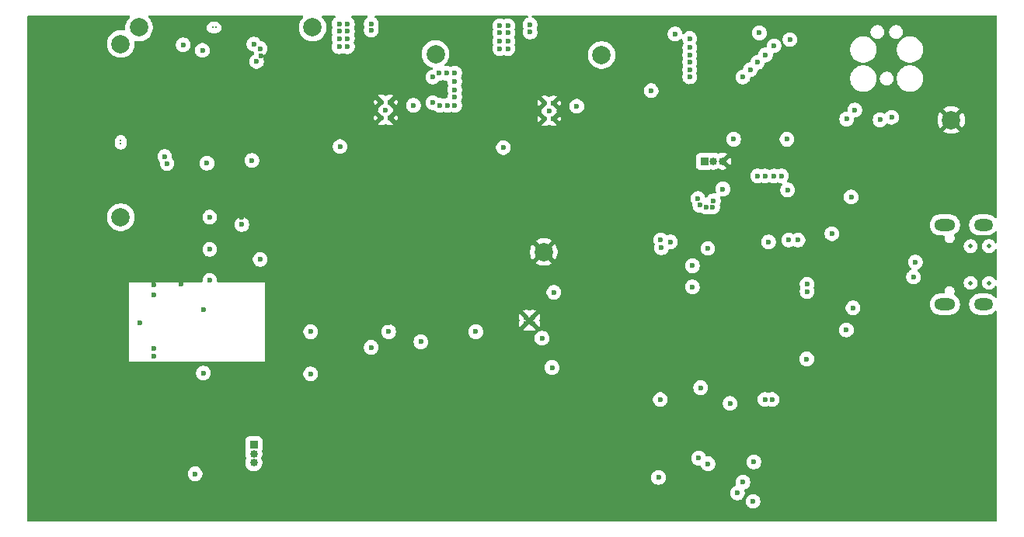
<source format=gbr>
%TF.GenerationSoftware,KiCad,Pcbnew,9.0.5*%
%TF.CreationDate,2025-10-24T01:37:17-04:00*%
%TF.ProjectId,ElectrodeArrayPCB,456c6563-7472-46f6-9465-417272617950,rev?*%
%TF.SameCoordinates,Original*%
%TF.FileFunction,Copper,L2,Inr*%
%TF.FilePolarity,Positive*%
%FSLAX46Y46*%
G04 Gerber Fmt 4.6, Leading zero omitted, Abs format (unit mm)*
G04 Created by KiCad (PCBNEW 9.0.5) date 2025-10-24 01:37:17*
%MOMM*%
%LPD*%
G01*
G04 APERTURE LIST*
%TA.AperFunction,ComponentPad*%
%ADD10C,0.250000*%
%TD*%
%TA.AperFunction,ComponentPad*%
%ADD11C,2.000000*%
%TD*%
%TA.AperFunction,ComponentPad*%
%ADD12R,0.850000X0.850000*%
%TD*%
%TA.AperFunction,ComponentPad*%
%ADD13C,0.850000*%
%TD*%
%TA.AperFunction,ComponentPad*%
%ADD14O,2.100000X1.300000*%
%TD*%
%TA.AperFunction,ComponentPad*%
%ADD15O,2.300000X1.300000*%
%TD*%
%TA.AperFunction,ComponentPad*%
%ADD16C,0.500000*%
%TD*%
%TA.AperFunction,ComponentPad*%
%ADD17C,0.600000*%
%TD*%
%TA.AperFunction,HeatsinkPad*%
%ADD18C,0.600000*%
%TD*%
%TA.AperFunction,ViaPad*%
%ADD19C,0.600000*%
%TD*%
G04 APERTURE END LIST*
D10*
%TO.N,Net-(J10-Pin_1)*%
%TO.C,J10*%
X143800000Y-68800000D03*
%TO.N,Net-(J10-Pin_2)*%
X144150000Y-68800000D03*
D11*
%TO.N,Net-(J10-Pin_9)*%
X135800000Y-68800000D03*
%TO.N,Net-(J10-Pin_10)*%
X154700000Y-68800000D03*
%TD*%
D10*
%TO.N,Net-(J2-Pin_1)*%
%TO.C,J2*%
X133800000Y-81500000D03*
%TO.N,Net-(J2-Pin_2)*%
X133800000Y-81150000D03*
D11*
%TO.N,Net-(J2-Pin_9)*%
X133800000Y-89500000D03*
%TO.N,Net-(J10-Pin_9)*%
X133800000Y-70600000D03*
%TD*%
%TO.N,GND*%
%TO.C,TP4*%
X179900000Y-93300000D03*
%TD*%
%TO.N,GND*%
%TO.C,TP3*%
X224300000Y-78900000D03*
%TD*%
%TO.N,/ldo_3v3*%
%TO.C,TP2*%
X186200000Y-71800000D03*
%TD*%
%TO.N,/ldo_5v*%
%TO.C,TP1*%
X168100000Y-71700000D03*
%TD*%
D12*
%TO.N,+3.3V*%
%TO.C,JP3*%
X197400000Y-83400000D03*
D13*
%TO.N,Net-(JP3-C)*%
X198400000Y-83400000D03*
%TO.N,GND*%
X199400000Y-83400000D03*
%TD*%
D14*
%TO.N,Net-(J6-SHIELD)*%
%TO.C,J6*%
X227800000Y-90340000D03*
D15*
X223600000Y-90340000D03*
D16*
X228420000Y-92670000D03*
X226420000Y-92670000D03*
X228420000Y-96670000D03*
X226420000Y-96670000D03*
D14*
X227800000Y-99000000D03*
D15*
X223600000Y-99000000D03*
%TD*%
D17*
%TO.N,GND*%
%TO.C,U1*%
X180955000Y-78760000D03*
X180955000Y-77040000D03*
X180475000Y-77900000D03*
X179995000Y-78760000D03*
X179995000Y-77040000D03*
%TD*%
D18*
%TO.N,GND*%
%TO.C,U14*%
X178687500Y-101100000D03*
X178687500Y-100400000D03*
X177987500Y-101100000D03*
X177987500Y-100400000D03*
%TD*%
D12*
%TO.N,Net-(JP1-A)*%
%TO.C,JP1*%
X148300000Y-114300000D03*
D13*
%TO.N,Net-(JP1-C)*%
X148300000Y-115300000D03*
%TO.N,Net-(JP1-B)*%
X148300000Y-116300000D03*
%TD*%
D17*
%TO.N,GND*%
%TO.C,U28*%
X162195000Y-76940000D03*
X162195000Y-78660000D03*
X162675000Y-77800000D03*
X163155000Y-76940000D03*
X163155000Y-78660000D03*
%TD*%
D19*
%TO.N,/amp_inverting_input*%
X143500000Y-96400000D03*
%TO.N,s2*%
X192733372Y-92830665D03*
%TO.N,s1*%
X192650000Y-91969475D03*
%TO.N,s0*%
X193700000Y-92200000D03*
%TO.N,GND*%
X149118903Y-71891117D03*
X140400000Y-72800000D03*
X137500000Y-72100000D03*
%TO.N,Net-(U19-EN)*%
X148600000Y-72500000D03*
%TO.N,s2*%
X143200000Y-83600000D03*
X149000000Y-71100000D03*
%TO.N,s1*%
X148300000Y-70600000D03*
X138844375Y-83634995D03*
%TO.N,s0*%
X140600000Y-70700000D03*
X138594553Y-82874999D03*
%TO.N,GND*%
X150300000Y-74500000D03*
%TO.N,Net-(U19-EN)*%
X142700000Y-71300000D03*
%TO.N,GND*%
X131900000Y-88900000D03*
X131600000Y-93900000D03*
X129200000Y-78900000D03*
%TO.N,/battery*%
X157600000Y-70900000D03*
X158500000Y-70900000D03*
X178400000Y-68500000D03*
X178400000Y-69300000D03*
X175100000Y-71100000D03*
X176000000Y-71100000D03*
X176000000Y-70300000D03*
X175100000Y-70300000D03*
X175100000Y-69400000D03*
X176000000Y-69400000D03*
X176000000Y-68600000D03*
X175100000Y-68600000D03*
X157600000Y-70000000D03*
X157600000Y-69200000D03*
X158500000Y-70000000D03*
X158500000Y-69200000D03*
X157600000Y-68400000D03*
X161100000Y-69100000D03*
X161100000Y-68400000D03*
X158500000Y-68400000D03*
%TO.N,Net-(C41-Pad1)*%
X181000000Y-97700000D03*
X179700000Y-102700000D03*
%TO.N,/MCU_VDD33*%
X192600000Y-109400000D03*
X202700000Y-120500000D03*
X192400000Y-117900000D03*
X208561747Y-104968497D03*
X197000000Y-108100000D03*
%TO.N,Net-(J4-VDD)*%
X194200000Y-69500000D03*
X203400000Y-69400000D03*
%TO.N,+5V*%
X167800000Y-77000000D03*
X167800000Y-74200000D03*
X168500000Y-73800000D03*
X169300000Y-73800000D03*
X170200000Y-73800000D03*
X170200000Y-74700000D03*
X170200000Y-75600000D03*
X170200000Y-76400000D03*
X170200000Y-77300000D03*
X169400000Y-77300000D03*
X168600000Y-77300000D03*
%TO.N,/MCU_VDD33*%
X191600000Y-75700000D03*
%TO.N,GND*%
X196850000Y-89350000D03*
%TO.N,/MCU_VDD33*%
X198400000Y-87700000D03*
X196900000Y-88200000D03*
X197600000Y-88400000D03*
X196700000Y-87469000D03*
X198300000Y-88400000D03*
X211300000Y-91300000D03*
X213400000Y-87300000D03*
%TO.N,GND*%
X196000000Y-101300000D03*
%TO.N,/MCU_VDD33*%
X196100000Y-94800000D03*
X196100000Y-97100000D03*
X197775756Y-92901000D03*
%TO.N,GND*%
X145900000Y-82900000D03*
X146000000Y-76400000D03*
%TO.N,Net-(JP3-C)*%
X199424265Y-86424265D03*
%TO.N,GND*%
X158700000Y-80800000D03*
X155100000Y-81100000D03*
%TO.N,/ldo_5v*%
X165700000Y-77300000D03*
X157700000Y-81800000D03*
%TO.N,GND*%
X173000000Y-81500000D03*
%TO.N,/ldo_3v3*%
X183500000Y-77400000D03*
X175500000Y-81900000D03*
%TO.N,GND*%
X176500000Y-80900000D03*
X140400000Y-96800000D03*
X196000000Y-75200000D03*
X220400000Y-97800000D03*
X185200000Y-100600000D03*
X183800000Y-99000000D03*
X193200000Y-95610000D03*
X151562718Y-112286409D03*
X167878624Y-100568769D03*
X214000000Y-91400000D03*
X213600000Y-92400000D03*
X175000000Y-106500000D03*
X197200000Y-75600000D03*
X175000000Y-104000000D03*
X175000000Y-105500000D03*
X191600000Y-104600000D03*
X140800000Y-88200000D03*
X205119999Y-69400000D03*
X205000000Y-121200000D03*
X195600000Y-121000000D03*
X219000000Y-83400000D03*
X215200000Y-92200000D03*
X171500000Y-106000000D03*
X171500000Y-105000000D03*
X220600000Y-91600000D03*
X171500000Y-107000000D03*
X205600000Y-120600000D03*
X150000000Y-94520000D03*
X183800000Y-102400000D03*
X150100000Y-116600000D03*
X133500000Y-98000000D03*
X163000000Y-101000000D03*
X171500000Y-108000000D03*
X137400000Y-98000000D03*
X220600000Y-82800000D03*
X189400000Y-102400000D03*
X185410000Y-105070000D03*
X187210000Y-105970000D03*
X174000000Y-103000000D03*
X198000000Y-74800000D03*
X163500000Y-107500000D03*
X220000000Y-99200000D03*
X175000000Y-108000000D03*
X188000000Y-102400000D03*
X186610000Y-110070000D03*
X188000000Y-99000000D03*
X210400000Y-114000000D03*
X213600000Y-93000000D03*
X150000000Y-104500000D03*
X185200000Y-102400000D03*
X133400000Y-103600000D03*
X221600000Y-90400000D03*
X189355622Y-96039237D03*
X155000000Y-100500000D03*
X163500000Y-109500000D03*
X163500000Y-104500000D03*
X185200000Y-99000000D03*
X137400000Y-104700000D03*
X195800000Y-106800000D03*
X145100000Y-107700000D03*
X208200000Y-109000000D03*
X220000000Y-100200000D03*
X170500000Y-99500000D03*
X147000000Y-89500000D03*
X186600000Y-100600000D03*
X163500000Y-105500000D03*
X187200000Y-94400000D03*
X190989000Y-97124592D03*
X194000000Y-75200000D03*
X159000000Y-98500000D03*
X188900000Y-98200000D03*
X213943450Y-82881550D03*
X187178077Y-95943655D03*
X137400000Y-96900000D03*
X184410000Y-105070000D03*
X193200000Y-121000000D03*
X209206765Y-114593235D03*
X214800000Y-91400000D03*
X149825735Y-101674265D03*
X208800000Y-108200000D03*
X142000000Y-91500000D03*
X171500000Y-104000000D03*
X193800000Y-121600000D03*
X191600000Y-95000000D03*
X137400000Y-103800000D03*
X169500000Y-99500000D03*
X204200000Y-121200000D03*
X189400000Y-99000000D03*
X219743450Y-68881550D03*
X186600000Y-99000000D03*
X186210000Y-104070000D03*
X189010000Y-106070000D03*
X151700000Y-111600000D03*
X188000000Y-100600000D03*
X201800000Y-114600000D03*
X167500000Y-98500000D03*
X189139197Y-94455233D03*
X151562718Y-110913591D03*
X194800000Y-121600000D03*
X207400000Y-109511000D03*
X171500000Y-109000000D03*
X183800000Y-100600000D03*
X163500000Y-106500000D03*
X137400000Y-98000000D03*
X163500000Y-108500000D03*
X186600000Y-102400000D03*
X199639502Y-115060000D03*
X145600000Y-117100000D03*
X189400000Y-100600000D03*
X191714265Y-95685735D03*
X137400000Y-98000000D03*
X212543450Y-81281550D03*
X175000000Y-109000000D03*
%TO.N,+5V*%
X148100000Y-83300000D03*
X166500000Y-103100000D03*
X180800000Y-105900000D03*
X161100000Y-103700000D03*
X141900000Y-117500000D03*
X148999000Y-94105372D03*
%TO.N,/MCU_VDD33*%
X217800000Y-78600000D03*
X213800000Y-77800000D03*
%TO.N,Net-(J4-DAT2)*%
X201600000Y-74200000D03*
X195800000Y-74200000D03*
%TO.N,Net-(J4-DAT3{slash}CD)*%
X195800000Y-73400000D03*
X202412000Y-73400000D03*
%TO.N,Net-(J4-DAT0)*%
X195800000Y-71000000D03*
X205000000Y-70800000D03*
%TO.N,Net-(J4-DAT1)*%
X195800000Y-70000000D03*
X206722500Y-70122500D03*
%TO.N,Net-(J4-CMD)*%
X203200000Y-72600000D03*
X195800000Y-72600000D03*
%TO.N,Net-(J4-CLK)*%
X204050000Y-71800000D03*
X195800000Y-71800000D03*
%TO.N,VCM_Guard_2.5V*%
X172500000Y-102000000D03*
X154500000Y-106600000D03*
X163000000Y-102000000D03*
X142800000Y-99600000D03*
X142800000Y-106500000D03*
X154500000Y-102000000D03*
%TO.N,guard_ring*%
X147000000Y-90300003D03*
X135900000Y-101000000D03*
X143500000Y-89500000D03*
%TO.N,/amp_inverting_input*%
X143500000Y-93000000D03*
%TO.N,Net-(U15-PC8)*%
X208600000Y-97600003D03*
X205000000Y-85000000D03*
%TO.N,Net-(U15-PC9)*%
X205800000Y-85000000D03*
X208600000Y-96800000D03*
%TO.N,Net-(U15-PC10)*%
X207600000Y-92000000D03*
X206475735Y-86524265D03*
%TO.N,Net-(U15-PC12)*%
X204000000Y-85000000D03*
X206600000Y-92000000D03*
%TO.N,PD2_SDMMC1_CMD*%
X204400000Y-92200000D03*
X203199997Y-85000000D03*
%TO.N,Net-(U24-SIO3)*%
X202800000Y-116200000D03*
X204000113Y-109386582D03*
%TO.N,Net-(U25-~{CE})*%
X201600000Y-118400000D03*
X204800000Y-109400000D03*
%TO.N,Net-(U25-SCLK)*%
X200200000Y-109819634D03*
X196800000Y-115800000D03*
%TO.N,Net-(U25-SI{slash}SIO0)*%
X212881000Y-101800000D03*
X197800000Y-116400000D03*
%TO.N,Net-(U25-SIO3)*%
X201000000Y-119600000D03*
X213600000Y-99400000D03*
%TO.N,STM32_RSTn*%
X200600000Y-81000000D03*
X216543450Y-78881550D03*
X212900000Y-78800000D03*
X206400000Y-81000000D03*
%TO.N,Net-(U15-PA9)*%
X220400000Y-94400000D03*
X220200000Y-96020000D03*
%TD*%
%TA.AperFunction,Conductor*%
%TO.N,GND*%
G36*
X134745150Y-67520185D02*
G01*
X134790905Y-67572989D01*
X134800849Y-67642147D01*
X134771824Y-67705703D01*
X134765792Y-67712181D01*
X134655485Y-67822487D01*
X134655485Y-67822488D01*
X134655483Y-67822490D01*
X134603321Y-67894285D01*
X134516657Y-68013566D01*
X134409433Y-68224003D01*
X134336446Y-68448631D01*
X134299500Y-68681902D01*
X134299500Y-68918092D01*
X134312342Y-68999178D01*
X134303386Y-69068472D01*
X134258389Y-69121923D01*
X134191638Y-69142562D01*
X134156201Y-69137208D01*
X134156111Y-69137585D01*
X134151722Y-69136531D01*
X134151546Y-69136505D01*
X134151488Y-69136486D01*
X134151366Y-69136446D01*
X133918097Y-69099500D01*
X133918092Y-69099500D01*
X133681908Y-69099500D01*
X133681903Y-69099500D01*
X133448631Y-69136446D01*
X133224003Y-69209433D01*
X133013566Y-69316657D01*
X132927977Y-69378842D01*
X132822490Y-69455483D01*
X132822488Y-69455485D01*
X132822487Y-69455485D01*
X132655485Y-69622487D01*
X132655485Y-69622488D01*
X132655483Y-69622490D01*
X132636749Y-69648275D01*
X132516657Y-69813566D01*
X132409433Y-70024003D01*
X132336446Y-70248631D01*
X132299500Y-70481902D01*
X132299500Y-70718097D01*
X132336446Y-70951368D01*
X132409433Y-71175996D01*
X132512789Y-71378842D01*
X132516657Y-71386433D01*
X132655483Y-71577510D01*
X132822490Y-71744517D01*
X133013567Y-71883343D01*
X133047238Y-71900499D01*
X133224003Y-71990566D01*
X133224005Y-71990566D01*
X133224008Y-71990568D01*
X133281958Y-72009397D01*
X133448631Y-72063553D01*
X133681903Y-72100500D01*
X133681908Y-72100500D01*
X133918097Y-72100500D01*
X134151368Y-72063553D01*
X134188869Y-72051368D01*
X134375992Y-71990568D01*
X134586433Y-71883343D01*
X134777510Y-71744517D01*
X134944517Y-71577510D01*
X135083343Y-71386433D01*
X135190568Y-71175992D01*
X135263553Y-70951368D01*
X135266383Y-70933501D01*
X135300500Y-70718097D01*
X135300500Y-70621153D01*
X139799500Y-70621153D01*
X139799500Y-70778846D01*
X139830261Y-70933489D01*
X139830264Y-70933501D01*
X139890602Y-71079172D01*
X139890609Y-71079185D01*
X139978210Y-71210288D01*
X139978213Y-71210292D01*
X140089707Y-71321786D01*
X140089711Y-71321789D01*
X140220814Y-71409390D01*
X140220827Y-71409397D01*
X140366498Y-71469735D01*
X140366503Y-71469737D01*
X140465129Y-71489355D01*
X140521153Y-71500499D01*
X140521156Y-71500500D01*
X140521158Y-71500500D01*
X140678844Y-71500500D01*
X140678845Y-71500499D01*
X140833497Y-71469737D01*
X140951592Y-71420821D01*
X140979172Y-71409397D01*
X140979172Y-71409396D01*
X140979179Y-71409394D01*
X141110289Y-71321789D01*
X141210925Y-71221153D01*
X141899500Y-71221153D01*
X141899500Y-71378846D01*
X141930261Y-71533489D01*
X141930264Y-71533501D01*
X141990602Y-71679172D01*
X141990609Y-71679185D01*
X142078210Y-71810288D01*
X142078213Y-71810292D01*
X142189707Y-71921786D01*
X142189711Y-71921789D01*
X142320814Y-72009390D01*
X142320827Y-72009397D01*
X142451573Y-72063553D01*
X142466503Y-72069737D01*
X142621153Y-72100499D01*
X142621156Y-72100500D01*
X142621158Y-72100500D01*
X142778844Y-72100500D01*
X142778845Y-72100499D01*
X142933497Y-72069737D01*
X143079179Y-72009394D01*
X143210289Y-71921789D01*
X143321789Y-71810289D01*
X143409394Y-71679179D01*
X143469737Y-71533497D01*
X143500500Y-71378842D01*
X143500500Y-71221158D01*
X143500500Y-71221155D01*
X143500499Y-71221153D01*
X143492148Y-71179172D01*
X143469737Y-71066503D01*
X143456486Y-71034512D01*
X143409397Y-70920827D01*
X143409390Y-70920814D01*
X143321789Y-70789711D01*
X143321786Y-70789707D01*
X143210292Y-70678213D01*
X143210288Y-70678210D01*
X143120429Y-70618168D01*
X143079185Y-70590609D01*
X143079172Y-70590602D01*
X142933501Y-70530264D01*
X142933489Y-70530261D01*
X142887701Y-70521153D01*
X147499500Y-70521153D01*
X147499500Y-70678846D01*
X147530261Y-70833489D01*
X147530264Y-70833501D01*
X147590602Y-70979172D01*
X147590609Y-70979185D01*
X147678210Y-71110288D01*
X147678213Y-71110292D01*
X147789707Y-71221786D01*
X147789711Y-71221789D01*
X147920814Y-71309390D01*
X147920827Y-71309397D01*
X148066498Y-71369735D01*
X148066503Y-71369737D01*
X148196319Y-71395559D01*
X148258230Y-71427943D01*
X148277206Y-71451339D01*
X148282718Y-71460137D01*
X148290606Y-71479179D01*
X148355512Y-71576319D01*
X148356491Y-71577880D01*
X148365474Y-71609827D01*
X148375393Y-71641503D01*
X148374893Y-71643322D01*
X148375405Y-71645141D01*
X148365688Y-71676880D01*
X148356909Y-71708884D01*
X148355504Y-71710145D01*
X148354952Y-71711950D01*
X148329631Y-71733386D01*
X148304930Y-71755574D01*
X148301745Y-71756994D01*
X148301626Y-71757095D01*
X148301473Y-71757115D01*
X148298866Y-71758278D01*
X148220824Y-71790604D01*
X148220814Y-71790609D01*
X148089711Y-71878210D01*
X148089707Y-71878213D01*
X147978213Y-71989707D01*
X147978210Y-71989711D01*
X147890609Y-72120814D01*
X147890602Y-72120827D01*
X147830264Y-72266498D01*
X147830261Y-72266510D01*
X147799500Y-72421153D01*
X147799500Y-72578846D01*
X147830261Y-72733489D01*
X147830264Y-72733501D01*
X147890602Y-72879172D01*
X147890609Y-72879185D01*
X147978210Y-73010288D01*
X147978213Y-73010292D01*
X148089707Y-73121786D01*
X148089711Y-73121789D01*
X148220814Y-73209390D01*
X148220827Y-73209397D01*
X148351368Y-73263468D01*
X148366503Y-73269737D01*
X148521153Y-73300499D01*
X148521156Y-73300500D01*
X148521158Y-73300500D01*
X148678844Y-73300500D01*
X148678845Y-73300499D01*
X148833497Y-73269737D01*
X148979179Y-73209394D01*
X149110289Y-73121789D01*
X149221789Y-73010289D01*
X149309394Y-72879179D01*
X149369737Y-72733497D01*
X149400500Y-72578842D01*
X149400500Y-72421158D01*
X149400500Y-72421155D01*
X149400499Y-72421153D01*
X149378447Y-72310292D01*
X149369737Y-72266503D01*
X149333569Y-72179185D01*
X149309397Y-72120827D01*
X149309390Y-72120814D01*
X149245484Y-72025173D01*
X149224606Y-71958496D01*
X149243090Y-71891116D01*
X149295069Y-71844425D01*
X149301100Y-71841734D01*
X149379179Y-71809394D01*
X149510289Y-71721789D01*
X149621789Y-71610289D01*
X149709394Y-71479179D01*
X149769737Y-71333497D01*
X149800500Y-71178842D01*
X149800500Y-71021158D01*
X149800500Y-71021155D01*
X149800499Y-71021153D01*
X149792148Y-70979172D01*
X149769737Y-70866503D01*
X149755400Y-70831890D01*
X149709397Y-70720827D01*
X149709390Y-70720814D01*
X149621789Y-70589711D01*
X149621786Y-70589707D01*
X149510292Y-70478213D01*
X149510288Y-70478210D01*
X149379185Y-70390609D01*
X149379172Y-70390602D01*
X149233501Y-70330264D01*
X149233489Y-70330261D01*
X149103680Y-70304440D01*
X149041769Y-70272055D01*
X149013309Y-70230274D01*
X149009394Y-70220821D01*
X149009391Y-70220816D01*
X149009390Y-70220814D01*
X148921789Y-70089711D01*
X148921786Y-70089707D01*
X148810292Y-69978213D01*
X148810288Y-69978210D01*
X148679185Y-69890609D01*
X148679172Y-69890602D01*
X148533501Y-69830264D01*
X148533489Y-69830261D01*
X148378845Y-69799500D01*
X148378842Y-69799500D01*
X148221158Y-69799500D01*
X148221155Y-69799500D01*
X148066510Y-69830261D01*
X148066498Y-69830264D01*
X147920827Y-69890602D01*
X147920814Y-69890609D01*
X147789711Y-69978210D01*
X147789707Y-69978213D01*
X147678213Y-70089707D01*
X147678210Y-70089711D01*
X147590609Y-70220814D01*
X147590602Y-70220827D01*
X147530264Y-70366498D01*
X147530261Y-70366510D01*
X147499500Y-70521153D01*
X142887701Y-70521153D01*
X142778845Y-70499500D01*
X142778842Y-70499500D01*
X142621158Y-70499500D01*
X142621155Y-70499500D01*
X142466510Y-70530261D01*
X142466498Y-70530264D01*
X142320827Y-70590602D01*
X142320814Y-70590609D01*
X142189711Y-70678210D01*
X142189707Y-70678213D01*
X142078213Y-70789707D01*
X142078210Y-70789711D01*
X141990609Y-70920814D01*
X141990602Y-70920827D01*
X141930264Y-71066498D01*
X141930261Y-71066510D01*
X141899500Y-71221153D01*
X141210925Y-71221153D01*
X141221789Y-71210289D01*
X141309394Y-71079179D01*
X141369737Y-70933497D01*
X141400500Y-70778842D01*
X141400500Y-70621158D01*
X141400500Y-70621155D01*
X141400499Y-70621153D01*
X141394244Y-70589707D01*
X141369737Y-70466503D01*
X141361988Y-70447794D01*
X141309397Y-70320827D01*
X141309390Y-70320814D01*
X141221789Y-70189711D01*
X141221786Y-70189707D01*
X141110292Y-70078213D01*
X141110288Y-70078210D01*
X140979185Y-69990609D01*
X140979172Y-69990602D01*
X140833501Y-69930264D01*
X140833489Y-69930261D01*
X140678845Y-69899500D01*
X140678842Y-69899500D01*
X140521158Y-69899500D01*
X140521155Y-69899500D01*
X140366510Y-69930261D01*
X140366498Y-69930264D01*
X140220827Y-69990602D01*
X140220814Y-69990609D01*
X140089711Y-70078210D01*
X140089707Y-70078213D01*
X139978213Y-70189707D01*
X139978210Y-70189711D01*
X139890609Y-70320814D01*
X139890602Y-70320827D01*
X139830264Y-70466498D01*
X139830261Y-70466510D01*
X139799500Y-70621153D01*
X135300500Y-70621153D01*
X135300500Y-70618873D01*
X135300500Y-70481908D01*
X135286729Y-70394963D01*
X135286365Y-70389037D01*
X135292865Y-70360528D01*
X135296612Y-70331530D01*
X135300540Y-70326862D01*
X135301897Y-70320915D01*
X135322781Y-70300443D01*
X135341609Y-70278078D01*
X135347435Y-70276276D01*
X135351793Y-70272005D01*
X135380431Y-70266073D01*
X135408360Y-70257438D01*
X135416320Y-70258640D01*
X135420211Y-70257835D01*
X135426182Y-70260130D01*
X135443794Y-70262791D01*
X135443885Y-70262414D01*
X135448280Y-70263468D01*
X135448453Y-70263495D01*
X135448631Y-70263553D01*
X135681903Y-70300500D01*
X135681908Y-70300500D01*
X135918097Y-70300500D01*
X136151368Y-70263553D01*
X136161903Y-70260130D01*
X136375992Y-70190568D01*
X136586433Y-70083343D01*
X136777510Y-69944517D01*
X136944517Y-69777510D01*
X137083343Y-69586433D01*
X137190568Y-69375992D01*
X137263553Y-69151368D01*
X137275260Y-69077455D01*
X137300500Y-68918097D01*
X137300500Y-68738389D01*
X143174500Y-68738389D01*
X143174500Y-68861610D01*
X143198535Y-68982444D01*
X143198538Y-68982454D01*
X143245687Y-69096283D01*
X143245692Y-69096292D01*
X143314141Y-69198732D01*
X143314144Y-69198736D01*
X143401263Y-69285855D01*
X143401267Y-69285858D01*
X143503707Y-69354307D01*
X143503713Y-69354310D01*
X143503714Y-69354311D01*
X143617548Y-69401463D01*
X143716565Y-69421158D01*
X143738389Y-69425499D01*
X143738393Y-69425500D01*
X143738394Y-69425500D01*
X143861607Y-69425500D01*
X143861607Y-69425499D01*
X143950813Y-69407756D01*
X143999187Y-69407756D01*
X144088392Y-69425499D01*
X144088393Y-69425500D01*
X144088394Y-69425500D01*
X144211607Y-69425500D01*
X144211608Y-69425499D01*
X144332452Y-69401463D01*
X144446286Y-69354311D01*
X144548733Y-69285858D01*
X144635858Y-69198733D01*
X144704311Y-69096286D01*
X144751463Y-68982452D01*
X144775500Y-68861606D01*
X144775500Y-68738394D01*
X144751463Y-68617548D01*
X144704311Y-68503714D01*
X144704310Y-68503713D01*
X144704307Y-68503707D01*
X144635858Y-68401267D01*
X144635855Y-68401263D01*
X144548736Y-68314144D01*
X144548732Y-68314141D01*
X144446292Y-68245692D01*
X144446283Y-68245687D01*
X144332454Y-68198538D01*
X144332455Y-68198538D01*
X144332452Y-68198537D01*
X144332448Y-68198536D01*
X144332444Y-68198535D01*
X144211610Y-68174500D01*
X144211606Y-68174500D01*
X144088394Y-68174500D01*
X143999188Y-68192242D01*
X143950812Y-68192242D01*
X143861606Y-68174500D01*
X143738394Y-68174500D01*
X143738389Y-68174500D01*
X143617555Y-68198535D01*
X143617545Y-68198538D01*
X143503716Y-68245687D01*
X143503707Y-68245692D01*
X143401267Y-68314141D01*
X143401263Y-68314144D01*
X143314144Y-68401263D01*
X143314141Y-68401267D01*
X143245692Y-68503707D01*
X143245687Y-68503716D01*
X143198538Y-68617545D01*
X143198535Y-68617555D01*
X143174500Y-68738389D01*
X137300500Y-68738389D01*
X137300500Y-68681902D01*
X137263553Y-68448631D01*
X137204378Y-68266510D01*
X137190568Y-68224008D01*
X137190566Y-68224005D01*
X137190566Y-68224003D01*
X137087039Y-68020821D01*
X137083343Y-68013567D01*
X136944517Y-67822490D01*
X136834208Y-67712181D01*
X136800723Y-67650858D01*
X136805707Y-67581166D01*
X136847579Y-67525233D01*
X136913043Y-67500816D01*
X136921889Y-67500500D01*
X153578111Y-67500500D01*
X153645150Y-67520185D01*
X153690905Y-67572989D01*
X153700849Y-67642147D01*
X153671824Y-67705703D01*
X153665792Y-67712181D01*
X153555485Y-67822487D01*
X153555485Y-67822488D01*
X153555483Y-67822490D01*
X153503321Y-67894285D01*
X153416657Y-68013566D01*
X153309433Y-68224003D01*
X153236446Y-68448631D01*
X153199500Y-68681902D01*
X153199500Y-68918097D01*
X153236446Y-69151368D01*
X153309433Y-69375996D01*
X153412789Y-69578842D01*
X153416657Y-69586433D01*
X153555483Y-69777510D01*
X153722490Y-69944517D01*
X153913567Y-70083343D01*
X153964695Y-70109394D01*
X154124003Y-70190566D01*
X154124005Y-70190566D01*
X154124008Y-70190568D01*
X154218139Y-70221153D01*
X154348631Y-70263553D01*
X154581903Y-70300500D01*
X154581908Y-70300500D01*
X154818097Y-70300500D01*
X155051368Y-70263553D01*
X155061903Y-70260130D01*
X155275992Y-70190568D01*
X155486433Y-70083343D01*
X155677510Y-69944517D01*
X155844517Y-69777510D01*
X155983343Y-69586433D01*
X156090568Y-69375992D01*
X156163553Y-69151368D01*
X156175260Y-69077455D01*
X156200500Y-68918097D01*
X156200500Y-68681902D01*
X156163553Y-68448631D01*
X156104378Y-68266510D01*
X156090568Y-68224008D01*
X156090566Y-68224005D01*
X156090566Y-68224003D01*
X155987039Y-68020821D01*
X155983343Y-68013567D01*
X155844517Y-67822490D01*
X155734208Y-67712181D01*
X155700723Y-67650858D01*
X155705707Y-67581166D01*
X155747579Y-67525233D01*
X155813043Y-67500816D01*
X155821889Y-67500500D01*
X157096561Y-67500500D01*
X157163600Y-67520185D01*
X157209355Y-67572989D01*
X157219299Y-67642147D01*
X157190274Y-67705703D01*
X157165452Y-67727602D01*
X157089711Y-67778210D01*
X157089707Y-67778213D01*
X156978213Y-67889707D01*
X156978210Y-67889711D01*
X156890609Y-68020814D01*
X156890602Y-68020827D01*
X156830264Y-68166498D01*
X156830261Y-68166510D01*
X156799500Y-68321153D01*
X156799500Y-68478846D01*
X156830261Y-68633489D01*
X156830264Y-68633501D01*
X156879574Y-68752548D01*
X156887043Y-68822018D01*
X156879574Y-68847452D01*
X156830264Y-68966498D01*
X156830261Y-68966510D01*
X156799500Y-69121153D01*
X156799500Y-69278846D01*
X156830261Y-69433489D01*
X156830264Y-69433501D01*
X156879574Y-69552548D01*
X156887043Y-69622018D01*
X156879574Y-69647452D01*
X156830264Y-69766498D01*
X156830261Y-69766510D01*
X156799500Y-69921153D01*
X156799500Y-70078846D01*
X156830261Y-70233489D01*
X156830264Y-70233501D01*
X156890604Y-70379177D01*
X156890605Y-70379179D01*
X156891899Y-70381115D01*
X156892264Y-70382282D01*
X156893476Y-70384549D01*
X156893045Y-70384778D01*
X156912773Y-70447794D01*
X156894285Y-70515173D01*
X156891899Y-70518885D01*
X156890605Y-70520820D01*
X156890604Y-70520822D01*
X156830264Y-70666498D01*
X156830261Y-70666510D01*
X156799500Y-70821153D01*
X156799500Y-70978846D01*
X156830261Y-71133489D01*
X156830264Y-71133501D01*
X156890602Y-71279172D01*
X156890609Y-71279185D01*
X156978210Y-71410288D01*
X156978213Y-71410292D01*
X157089707Y-71521786D01*
X157089711Y-71521789D01*
X157220814Y-71609390D01*
X157220827Y-71609397D01*
X157366498Y-71669735D01*
X157366503Y-71669737D01*
X157517096Y-71699692D01*
X157521153Y-71700499D01*
X157521156Y-71700500D01*
X157521158Y-71700500D01*
X157678844Y-71700500D01*
X157678845Y-71700499D01*
X157833497Y-71669737D01*
X157979179Y-71609394D01*
X157981110Y-71608103D01*
X157982276Y-71607737D01*
X157984546Y-71606525D01*
X157984776Y-71606955D01*
X158047786Y-71587226D01*
X158115166Y-71605710D01*
X158118850Y-71608077D01*
X158120821Y-71609394D01*
X158120824Y-71609395D01*
X158120827Y-71609397D01*
X158266498Y-71669735D01*
X158266503Y-71669737D01*
X158417096Y-71699692D01*
X158421153Y-71700499D01*
X158421156Y-71700500D01*
X158421158Y-71700500D01*
X158578844Y-71700500D01*
X158578845Y-71700499D01*
X158733497Y-71669737D01*
X158879179Y-71609394D01*
X158920324Y-71581902D01*
X166599500Y-71581902D01*
X166599500Y-71818097D01*
X166636446Y-72051368D01*
X166709433Y-72275996D01*
X166783719Y-72421789D01*
X166816657Y-72486433D01*
X166955483Y-72677510D01*
X167122490Y-72844517D01*
X167313567Y-72983343D01*
X167524008Y-73090568D01*
X167669764Y-73137927D01*
X167736687Y-73159672D01*
X167794363Y-73199110D01*
X167821561Y-73263468D01*
X167809646Y-73332315D01*
X167762402Y-73383790D01*
X167722561Y-73399220D01*
X167566508Y-73430261D01*
X167566498Y-73430264D01*
X167420827Y-73490602D01*
X167420814Y-73490609D01*
X167289711Y-73578210D01*
X167289707Y-73578213D01*
X167178213Y-73689707D01*
X167178210Y-73689711D01*
X167090609Y-73820814D01*
X167090602Y-73820827D01*
X167030264Y-73966498D01*
X167030261Y-73966510D01*
X166999500Y-74121153D01*
X166999500Y-74278846D01*
X167030261Y-74433489D01*
X167030264Y-74433501D01*
X167090602Y-74579172D01*
X167090609Y-74579185D01*
X167178210Y-74710288D01*
X167178213Y-74710292D01*
X167289707Y-74821786D01*
X167289711Y-74821789D01*
X167420814Y-74909390D01*
X167420827Y-74909397D01*
X167566498Y-74969735D01*
X167566503Y-74969737D01*
X167721153Y-75000499D01*
X167721156Y-75000500D01*
X167721158Y-75000500D01*
X167878844Y-75000500D01*
X167878845Y-75000499D01*
X168033497Y-74969737D01*
X168179179Y-74909394D01*
X168310289Y-74821789D01*
X168421789Y-74710289D01*
X168458325Y-74655610D01*
X168511937Y-74610804D01*
X168561427Y-74600500D01*
X168578844Y-74600500D01*
X168578845Y-74600499D01*
X168733497Y-74569737D01*
X168852548Y-74520425D01*
X168922017Y-74512956D01*
X168947453Y-74520425D01*
X169066503Y-74569737D01*
X169181151Y-74592542D01*
X169221153Y-74600499D01*
X169221156Y-74600500D01*
X169275500Y-74600500D01*
X169342539Y-74620185D01*
X169388294Y-74672989D01*
X169399500Y-74724500D01*
X169399500Y-74778846D01*
X169430261Y-74933489D01*
X169430264Y-74933501D01*
X169490604Y-75079177D01*
X169490605Y-75079179D01*
X169491899Y-75081115D01*
X169492264Y-75082282D01*
X169493476Y-75084549D01*
X169493045Y-75084778D01*
X169512773Y-75147794D01*
X169494285Y-75215173D01*
X169491899Y-75218885D01*
X169490605Y-75220820D01*
X169490604Y-75220822D01*
X169430264Y-75366498D01*
X169430261Y-75366510D01*
X169399500Y-75521153D01*
X169399500Y-75678846D01*
X169430261Y-75833489D01*
X169430264Y-75833501D01*
X169479574Y-75952548D01*
X169487043Y-76022018D01*
X169479574Y-76047452D01*
X169430264Y-76166498D01*
X169430261Y-76166510D01*
X169399500Y-76321153D01*
X169399500Y-76382152D01*
X169379815Y-76449191D01*
X169327011Y-76494946D01*
X169299692Y-76503769D01*
X169166508Y-76530261D01*
X169166498Y-76530264D01*
X169047452Y-76579574D01*
X168977982Y-76587043D01*
X168952548Y-76579574D01*
X168833501Y-76530264D01*
X168833489Y-76530261D01*
X168678845Y-76499500D01*
X168678842Y-76499500D01*
X168521158Y-76499500D01*
X168511444Y-76501432D01*
X168441852Y-76495203D01*
X168399574Y-76467495D01*
X168310292Y-76378213D01*
X168310288Y-76378210D01*
X168179185Y-76290609D01*
X168179172Y-76290602D01*
X168033501Y-76230264D01*
X168033489Y-76230261D01*
X167878845Y-76199500D01*
X167878842Y-76199500D01*
X167721158Y-76199500D01*
X167721155Y-76199500D01*
X167566510Y-76230261D01*
X167566498Y-76230264D01*
X167420827Y-76290602D01*
X167420814Y-76290609D01*
X167289711Y-76378210D01*
X167289707Y-76378213D01*
X167178213Y-76489707D01*
X167178210Y-76489711D01*
X167090609Y-76620814D01*
X167090602Y-76620827D01*
X167030264Y-76766498D01*
X167030261Y-76766510D01*
X166999500Y-76921153D01*
X166999500Y-77078846D01*
X167030261Y-77233489D01*
X167030264Y-77233501D01*
X167090602Y-77379172D01*
X167090609Y-77379185D01*
X167178210Y-77510288D01*
X167178213Y-77510292D01*
X167289707Y-77621786D01*
X167289711Y-77621789D01*
X167420814Y-77709390D01*
X167420827Y-77709397D01*
X167518853Y-77750000D01*
X167566503Y-77769737D01*
X167711450Y-77798569D01*
X167721153Y-77800499D01*
X167721156Y-77800500D01*
X167721158Y-77800500D01*
X167878842Y-77800500D01*
X167888548Y-77798569D01*
X167958139Y-77804793D01*
X168000424Y-77832502D01*
X168046636Y-77878714D01*
X168089712Y-77921790D01*
X168220814Y-78009390D01*
X168220827Y-78009397D01*
X168318853Y-78050000D01*
X168366503Y-78069737D01*
X168521153Y-78100499D01*
X168521156Y-78100500D01*
X168521158Y-78100500D01*
X168678844Y-78100500D01*
X168678845Y-78100499D01*
X168833497Y-78069737D01*
X168927273Y-78030894D01*
X168952548Y-78020425D01*
X169022017Y-78012956D01*
X169047452Y-78020425D01*
X169072727Y-78030894D01*
X169166503Y-78069737D01*
X169321153Y-78100499D01*
X169321156Y-78100500D01*
X169321158Y-78100500D01*
X169478844Y-78100500D01*
X169478845Y-78100499D01*
X169633497Y-78069737D01*
X169727273Y-78030894D01*
X169752548Y-78020425D01*
X169822017Y-78012956D01*
X169847452Y-78020425D01*
X169872727Y-78030894D01*
X169966503Y-78069737D01*
X170121153Y-78100499D01*
X170121156Y-78100500D01*
X170121158Y-78100500D01*
X170278844Y-78100500D01*
X170278845Y-78100499D01*
X170433497Y-78069737D01*
X170579179Y-78009394D01*
X170710289Y-77921789D01*
X170821789Y-77810289D01*
X170909394Y-77679179D01*
X170969737Y-77533497D01*
X171000500Y-77378842D01*
X171000500Y-77221158D01*
X171000500Y-77221155D01*
X171000499Y-77221153D01*
X170991009Y-77173442D01*
X170969737Y-77066503D01*
X170926120Y-76961202D01*
X179195000Y-76961202D01*
X179195000Y-77118797D01*
X179225741Y-77273343D01*
X179225743Y-77273351D01*
X179279153Y-77402293D01*
X179641446Y-77040001D01*
X179641446Y-77039999D01*
X179279153Y-76677705D01*
X179225743Y-76806648D01*
X179225741Y-76806656D01*
X179195000Y-76961202D01*
X170926120Y-76961202D01*
X170909394Y-76920821D01*
X170902175Y-76910017D01*
X170897850Y-76900263D01*
X170894605Y-76875781D01*
X170887226Y-76852214D01*
X170890095Y-76841754D01*
X170888670Y-76830999D01*
X170899177Y-76808648D01*
X170905710Y-76784834D01*
X170908077Y-76781149D01*
X170909394Y-76779179D01*
X170910901Y-76775542D01*
X170926921Y-76736865D01*
X170969737Y-76633497D01*
X171000500Y-76478842D01*
X171000500Y-76324153D01*
X179632705Y-76324153D01*
X180084095Y-76775542D01*
X180117580Y-76836865D01*
X180112596Y-76906556D01*
X180097374Y-76930242D01*
X180079968Y-76912836D01*
X180024837Y-76890000D01*
X179965163Y-76890000D01*
X179910032Y-76912836D01*
X179867836Y-76955032D01*
X179845000Y-77010163D01*
X179845000Y-77069837D01*
X179867836Y-77124968D01*
X179910032Y-77167164D01*
X179965163Y-77190000D01*
X180024837Y-77190000D01*
X180079968Y-77167164D01*
X180096082Y-77151049D01*
X180117580Y-77190418D01*
X180112596Y-77260110D01*
X180084095Y-77304457D01*
X179632706Y-77755845D01*
X179634850Y-77766624D01*
X179640666Y-77775675D01*
X179652855Y-77785497D01*
X179659168Y-77804463D01*
X179669977Y-77821283D01*
X179673939Y-77848842D01*
X179674921Y-77851791D01*
X179675000Y-77856218D01*
X179675000Y-77943779D01*
X179655315Y-78010818D01*
X179636008Y-78027547D01*
X179632705Y-78044152D01*
X180084095Y-78495542D01*
X180117580Y-78556865D01*
X180112596Y-78626557D01*
X180097374Y-78650242D01*
X180079968Y-78632836D01*
X180024837Y-78610000D01*
X179965163Y-78610000D01*
X179910032Y-78632836D01*
X179867836Y-78675032D01*
X179845000Y-78730163D01*
X179845000Y-78789837D01*
X179867836Y-78844968D01*
X179910032Y-78887164D01*
X179965163Y-78910000D01*
X180024837Y-78910000D01*
X180079968Y-78887164D01*
X180096082Y-78871049D01*
X180117580Y-78910418D01*
X180112596Y-78980110D01*
X180084095Y-79024457D01*
X179632705Y-79475845D01*
X179761652Y-79529257D01*
X179761656Y-79529258D01*
X179916202Y-79559999D01*
X179916206Y-79560000D01*
X180073794Y-79560000D01*
X180073797Y-79559999D01*
X180228343Y-79529258D01*
X180228351Y-79529256D01*
X180373939Y-79468952D01*
X180373947Y-79468947D01*
X180406109Y-79447458D01*
X180472786Y-79426580D01*
X180540166Y-79445064D01*
X180543891Y-79447458D01*
X180576052Y-79468947D01*
X180576060Y-79468952D01*
X180721648Y-79529256D01*
X180721656Y-79529258D01*
X180876202Y-79559999D01*
X180876206Y-79560000D01*
X181033794Y-79560000D01*
X181033797Y-79559999D01*
X181188343Y-79529258D01*
X181188347Y-79529257D01*
X181317293Y-79475845D01*
X180865904Y-79024457D01*
X180832419Y-78963134D01*
X180837403Y-78893443D01*
X180852624Y-78869756D01*
X180870032Y-78887164D01*
X180925163Y-78910000D01*
X180984837Y-78910000D01*
X181039968Y-78887164D01*
X181082164Y-78844968D01*
X181105000Y-78789837D01*
X181105000Y-78759999D01*
X181308553Y-78759999D01*
X181308553Y-78760001D01*
X181670845Y-79122293D01*
X181724257Y-78993347D01*
X181724258Y-78993343D01*
X181754999Y-78838797D01*
X181755000Y-78838794D01*
X181755000Y-78721153D01*
X212099500Y-78721153D01*
X212099500Y-78878846D01*
X212130261Y-79033489D01*
X212130264Y-79033501D01*
X212190602Y-79179172D01*
X212190609Y-79179185D01*
X212278210Y-79310288D01*
X212278213Y-79310292D01*
X212389707Y-79421786D01*
X212389711Y-79421789D01*
X212520814Y-79509390D01*
X212520827Y-79509397D01*
X212666498Y-79569735D01*
X212666503Y-79569737D01*
X212821153Y-79600499D01*
X212821156Y-79600500D01*
X212821158Y-79600500D01*
X212978844Y-79600500D01*
X212978845Y-79600499D01*
X213133497Y-79569737D01*
X213279179Y-79509394D01*
X213410289Y-79421789D01*
X213521789Y-79310289D01*
X213609394Y-79179179D01*
X213669737Y-79033497D01*
X213700500Y-78878842D01*
X213700500Y-78802703D01*
X215742950Y-78802703D01*
X215742950Y-78960396D01*
X215773711Y-79115039D01*
X215773714Y-79115051D01*
X215834052Y-79260722D01*
X215834059Y-79260735D01*
X215921660Y-79391838D01*
X215921663Y-79391842D01*
X216033157Y-79503336D01*
X216033161Y-79503339D01*
X216164264Y-79590940D01*
X216164277Y-79590947D01*
X216309948Y-79651285D01*
X216309953Y-79651287D01*
X216464603Y-79682049D01*
X216464606Y-79682050D01*
X216464608Y-79682050D01*
X216622294Y-79682050D01*
X216622295Y-79682049D01*
X216776947Y-79651287D01*
X216922629Y-79590944D01*
X217053739Y-79503339D01*
X217165239Y-79391839D01*
X217213320Y-79319879D01*
X217266931Y-79275076D01*
X217336256Y-79266368D01*
X217385313Y-79285669D01*
X217420814Y-79309390D01*
X217420827Y-79309397D01*
X217512716Y-79347458D01*
X217566503Y-79369737D01*
X217677617Y-79391839D01*
X217721153Y-79400499D01*
X217721156Y-79400500D01*
X217721158Y-79400500D01*
X217878844Y-79400500D01*
X217878845Y-79400499D01*
X218033497Y-79369737D01*
X218179179Y-79309394D01*
X218310289Y-79221789D01*
X218421789Y-79110289D01*
X218509394Y-78979179D01*
X218569737Y-78833497D01*
X218574411Y-78810000D01*
X218579991Y-78781947D01*
X222800000Y-78781947D01*
X222800000Y-79018052D01*
X222836934Y-79251247D01*
X222909897Y-79475802D01*
X223017087Y-79686174D01*
X223077338Y-79769104D01*
X223077340Y-79769105D01*
X223817037Y-79029408D01*
X223834075Y-79092993D01*
X223899901Y-79207007D01*
X223992993Y-79300099D01*
X224107007Y-79365925D01*
X224170590Y-79382962D01*
X223430893Y-80122658D01*
X223513828Y-80182914D01*
X223724197Y-80290102D01*
X223948752Y-80363065D01*
X223948751Y-80363065D01*
X224181948Y-80400000D01*
X224418052Y-80400000D01*
X224651247Y-80363065D01*
X224875802Y-80290102D01*
X225086163Y-80182918D01*
X225086169Y-80182914D01*
X225169104Y-80122658D01*
X225169105Y-80122658D01*
X224429408Y-79382962D01*
X224492993Y-79365925D01*
X224607007Y-79300099D01*
X224700099Y-79207007D01*
X224765925Y-79092993D01*
X224782962Y-79029408D01*
X225522658Y-79769105D01*
X225522658Y-79769104D01*
X225582914Y-79686169D01*
X225582918Y-79686163D01*
X225690102Y-79475802D01*
X225763065Y-79251247D01*
X225800000Y-79018052D01*
X225800000Y-78781947D01*
X225763065Y-78548752D01*
X225690102Y-78324197D01*
X225582914Y-78113828D01*
X225522658Y-78030894D01*
X225522658Y-78030893D01*
X224782962Y-78770590D01*
X224765925Y-78707007D01*
X224700099Y-78592993D01*
X224607007Y-78499901D01*
X224492993Y-78434075D01*
X224429409Y-78417037D01*
X225169105Y-77677340D01*
X225169104Y-77677338D01*
X225086174Y-77617087D01*
X224875802Y-77509897D01*
X224651247Y-77436934D01*
X224651248Y-77436934D01*
X224418052Y-77400000D01*
X224181948Y-77400000D01*
X223948752Y-77436934D01*
X223724197Y-77509897D01*
X223513830Y-77617084D01*
X223430894Y-77677340D01*
X224170591Y-78417037D01*
X224107007Y-78434075D01*
X223992993Y-78499901D01*
X223899901Y-78592993D01*
X223834075Y-78707007D01*
X223817037Y-78770590D01*
X223077340Y-78030894D01*
X223017084Y-78113830D01*
X222909897Y-78324197D01*
X222836934Y-78548752D01*
X222800000Y-78781947D01*
X218579991Y-78781947D01*
X218585773Y-78752883D01*
X218585773Y-78752882D01*
X218600030Y-78681206D01*
X218600500Y-78678842D01*
X218600500Y-78521158D01*
X218600500Y-78521155D01*
X218600499Y-78521153D01*
X218569737Y-78366503D01*
X218569735Y-78366498D01*
X218509397Y-78220827D01*
X218509390Y-78220814D01*
X218421789Y-78089711D01*
X218421786Y-78089707D01*
X218310292Y-77978213D01*
X218310288Y-77978210D01*
X218179185Y-77890609D01*
X218179172Y-77890602D01*
X218054977Y-77839160D01*
X218033501Y-77830264D01*
X218033489Y-77830261D01*
X217878845Y-77799500D01*
X217878842Y-77799500D01*
X217721158Y-77799500D01*
X217721155Y-77799500D01*
X217566510Y-77830261D01*
X217566498Y-77830264D01*
X217420827Y-77890602D01*
X217420814Y-77890609D01*
X217289711Y-77978210D01*
X217289707Y-77978213D01*
X217178213Y-78089707D01*
X217130129Y-78161670D01*
X217076516Y-78206474D01*
X217007191Y-78215181D01*
X216958137Y-78195881D01*
X216922633Y-78172158D01*
X216922622Y-78172152D01*
X216776951Y-78111814D01*
X216776939Y-78111811D01*
X216622295Y-78081050D01*
X216622292Y-78081050D01*
X216464608Y-78081050D01*
X216464605Y-78081050D01*
X216309960Y-78111811D01*
X216309948Y-78111814D01*
X216164277Y-78172152D01*
X216164264Y-78172159D01*
X216033161Y-78259760D01*
X216033157Y-78259763D01*
X215921663Y-78371257D01*
X215921660Y-78371261D01*
X215834059Y-78502364D01*
X215834052Y-78502377D01*
X215773714Y-78648048D01*
X215773711Y-78648060D01*
X215742950Y-78802703D01*
X213700500Y-78802703D01*
X213700500Y-78724500D01*
X213720185Y-78657461D01*
X213772989Y-78611706D01*
X213824500Y-78600500D01*
X213878844Y-78600500D01*
X213878845Y-78600499D01*
X214033497Y-78569737D01*
X214179179Y-78509394D01*
X214310289Y-78421789D01*
X214421789Y-78310289D01*
X214509394Y-78179179D01*
X214569737Y-78033497D01*
X214600500Y-77878842D01*
X214600500Y-77721158D01*
X214600500Y-77721155D01*
X214600499Y-77721153D01*
X214594139Y-77689179D01*
X214569737Y-77566503D01*
X214533427Y-77478842D01*
X214509397Y-77420827D01*
X214509390Y-77420814D01*
X214421789Y-77289711D01*
X214421786Y-77289707D01*
X214310292Y-77178213D01*
X214310288Y-77178210D01*
X214179185Y-77090609D01*
X214179172Y-77090602D01*
X214033501Y-77030264D01*
X214033489Y-77030261D01*
X213878845Y-76999500D01*
X213878842Y-76999500D01*
X213721158Y-76999500D01*
X213721155Y-76999500D01*
X213566510Y-77030261D01*
X213566498Y-77030264D01*
X213420827Y-77090602D01*
X213420814Y-77090609D01*
X213289711Y-77178210D01*
X213289707Y-77178213D01*
X213178213Y-77289707D01*
X213178210Y-77289711D01*
X213090609Y-77420814D01*
X213090602Y-77420827D01*
X213030264Y-77566498D01*
X213030261Y-77566510D01*
X212999500Y-77721153D01*
X212999500Y-77875500D01*
X212979815Y-77942539D01*
X212927011Y-77988294D01*
X212875500Y-77999500D01*
X212821155Y-77999500D01*
X212666510Y-78030261D01*
X212666498Y-78030264D01*
X212520827Y-78090602D01*
X212520814Y-78090609D01*
X212389711Y-78178210D01*
X212389707Y-78178213D01*
X212278213Y-78289707D01*
X212278210Y-78289711D01*
X212190609Y-78420814D01*
X212190602Y-78420827D01*
X212130264Y-78566498D01*
X212130261Y-78566510D01*
X212099500Y-78721153D01*
X181755000Y-78721153D01*
X181755000Y-78681206D01*
X181754999Y-78681202D01*
X181724258Y-78526656D01*
X181724257Y-78526652D01*
X181670845Y-78397706D01*
X181308553Y-78759999D01*
X181105000Y-78759999D01*
X181105000Y-78730163D01*
X181082164Y-78675032D01*
X181039968Y-78632836D01*
X180984837Y-78610000D01*
X180925163Y-78610000D01*
X180870032Y-78632836D01*
X180853916Y-78648951D01*
X180832418Y-78609580D01*
X180837402Y-78539888D01*
X180865903Y-78495541D01*
X181317293Y-78044151D01*
X181315149Y-78033372D01*
X181309331Y-78024319D01*
X181297143Y-78014497D01*
X181290830Y-77995531D01*
X181280023Y-77978714D01*
X181276059Y-77951149D01*
X181275079Y-77948203D01*
X181275000Y-77943779D01*
X181275000Y-77856218D01*
X181294685Y-77789179D01*
X181313989Y-77772451D01*
X181317292Y-77755845D01*
X180865904Y-77304457D01*
X180832419Y-77243134D01*
X180837403Y-77173442D01*
X180852624Y-77149756D01*
X180870032Y-77167164D01*
X180925163Y-77190000D01*
X180984837Y-77190000D01*
X181039968Y-77167164D01*
X181082164Y-77124968D01*
X181105000Y-77069837D01*
X181105000Y-77039999D01*
X181308553Y-77039999D01*
X181308553Y-77040001D01*
X181670845Y-77402293D01*
X181704455Y-77321153D01*
X182699500Y-77321153D01*
X182699500Y-77478846D01*
X182730261Y-77633489D01*
X182730264Y-77633501D01*
X182790602Y-77779172D01*
X182790609Y-77779185D01*
X182878210Y-77910288D01*
X182878213Y-77910292D01*
X182989707Y-78021786D01*
X182989711Y-78021789D01*
X183120814Y-78109390D01*
X183120827Y-78109397D01*
X183247027Y-78161670D01*
X183266503Y-78169737D01*
X183397937Y-78195881D01*
X183421153Y-78200499D01*
X183421156Y-78200500D01*
X183421158Y-78200500D01*
X183578844Y-78200500D01*
X183578845Y-78200499D01*
X183733497Y-78169737D01*
X183846166Y-78123067D01*
X183879172Y-78109397D01*
X183879172Y-78109396D01*
X183879179Y-78109394D01*
X184010289Y-78021789D01*
X184121789Y-77910289D01*
X184209394Y-77779179D01*
X184269737Y-77633497D01*
X184300500Y-77478842D01*
X184300500Y-77321158D01*
X184300500Y-77321155D01*
X184300499Y-77321153D01*
X184294244Y-77289707D01*
X184269737Y-77166503D01*
X184249977Y-77118797D01*
X184209397Y-77020827D01*
X184209390Y-77020814D01*
X184121789Y-76889711D01*
X184121786Y-76889707D01*
X184010292Y-76778213D01*
X184010288Y-76778210D01*
X183879185Y-76690609D01*
X183879172Y-76690602D01*
X183733501Y-76630264D01*
X183733489Y-76630261D01*
X183578845Y-76599500D01*
X183578842Y-76599500D01*
X183421158Y-76599500D01*
X183421155Y-76599500D01*
X183266510Y-76630261D01*
X183266498Y-76630264D01*
X183120827Y-76690602D01*
X183120814Y-76690609D01*
X182989711Y-76778210D01*
X182989707Y-76778213D01*
X182878213Y-76889707D01*
X182878210Y-76889711D01*
X182790609Y-77020814D01*
X182790602Y-77020827D01*
X182730264Y-77166498D01*
X182730261Y-77166510D01*
X182699500Y-77321153D01*
X181704455Y-77321153D01*
X181724257Y-77273348D01*
X181724259Y-77273342D01*
X181754999Y-77118797D01*
X181755000Y-77118794D01*
X181755000Y-76961206D01*
X181754999Y-76961202D01*
X181724258Y-76806656D01*
X181724257Y-76806652D01*
X181670845Y-76677706D01*
X181308553Y-77039999D01*
X181105000Y-77039999D01*
X181105000Y-77010163D01*
X181082164Y-76955032D01*
X181039968Y-76912836D01*
X180984837Y-76890000D01*
X180925163Y-76890000D01*
X180870032Y-76912836D01*
X180853916Y-76928951D01*
X180832419Y-76889581D01*
X180837403Y-76819889D01*
X180865904Y-76775542D01*
X181317293Y-76324153D01*
X181188351Y-76270743D01*
X181188343Y-76270741D01*
X181033797Y-76240000D01*
X180876202Y-76240000D01*
X180721656Y-76270741D01*
X180721648Y-76270743D01*
X180576058Y-76331048D01*
X180543888Y-76352543D01*
X180477210Y-76373419D01*
X180409831Y-76354933D01*
X180406112Y-76352543D01*
X180373941Y-76331048D01*
X180228351Y-76270743D01*
X180228343Y-76270741D01*
X180073797Y-76240000D01*
X179916202Y-76240000D01*
X179761656Y-76270741D01*
X179761648Y-76270743D01*
X179632705Y-76324153D01*
X171000500Y-76324153D01*
X171000500Y-76321158D01*
X171000500Y-76321155D01*
X171000499Y-76321153D01*
X170987327Y-76254933D01*
X170969737Y-76166503D01*
X170933569Y-76079185D01*
X170920425Y-76047452D01*
X170912956Y-75977983D01*
X170920425Y-75952548D01*
X170969735Y-75833501D01*
X170969737Y-75833497D01*
X171000500Y-75678842D01*
X171000500Y-75621153D01*
X190799500Y-75621153D01*
X190799500Y-75778846D01*
X190830261Y-75933489D01*
X190830264Y-75933501D01*
X190890602Y-76079172D01*
X190890609Y-76079185D01*
X190978210Y-76210288D01*
X190978213Y-76210292D01*
X191089707Y-76321786D01*
X191089711Y-76321789D01*
X191220814Y-76409390D01*
X191220827Y-76409397D01*
X191316900Y-76449191D01*
X191366503Y-76469737D01*
X191516131Y-76499500D01*
X191521153Y-76500499D01*
X191521156Y-76500500D01*
X191521158Y-76500500D01*
X191678844Y-76500500D01*
X191678845Y-76500499D01*
X191833497Y-76469737D01*
X191979179Y-76409394D01*
X192110289Y-76321789D01*
X192221789Y-76210289D01*
X192309394Y-76079179D01*
X192369737Y-75933497D01*
X192400500Y-75778842D01*
X192400500Y-75621158D01*
X192400500Y-75621155D01*
X192400499Y-75621153D01*
X192397255Y-75604844D01*
X192369737Y-75466503D01*
X192328314Y-75366498D01*
X192309397Y-75320827D01*
X192309390Y-75320814D01*
X192221789Y-75189711D01*
X192221786Y-75189707D01*
X192110292Y-75078213D01*
X192110288Y-75078210D01*
X191979185Y-74990609D01*
X191979172Y-74990602D01*
X191833501Y-74930264D01*
X191833489Y-74930261D01*
X191678845Y-74899500D01*
X191678842Y-74899500D01*
X191521158Y-74899500D01*
X191521155Y-74899500D01*
X191366510Y-74930261D01*
X191366498Y-74930264D01*
X191220827Y-74990602D01*
X191220814Y-74990609D01*
X191089711Y-75078210D01*
X191089707Y-75078213D01*
X190978213Y-75189707D01*
X190978210Y-75189711D01*
X190890609Y-75320814D01*
X190890602Y-75320827D01*
X190830264Y-75466498D01*
X190830261Y-75466510D01*
X190799500Y-75621153D01*
X171000500Y-75621153D01*
X171000500Y-75521158D01*
X171000500Y-75521155D01*
X171000499Y-75521153D01*
X170969738Y-75366510D01*
X170969737Y-75366503D01*
X170947063Y-75311762D01*
X170909397Y-75220827D01*
X170909394Y-75220822D01*
X170909394Y-75220821D01*
X170908103Y-75218889D01*
X170907737Y-75217723D01*
X170906525Y-75215454D01*
X170906955Y-75215223D01*
X170887226Y-75152214D01*
X170905710Y-75084834D01*
X170908100Y-75081115D01*
X170909394Y-75079179D01*
X170969737Y-74933497D01*
X171000500Y-74778842D01*
X171000500Y-74621158D01*
X171000500Y-74621155D01*
X171000499Y-74621153D01*
X170978977Y-74512956D01*
X170969737Y-74466503D01*
X170956062Y-74433489D01*
X170909397Y-74320827D01*
X170909395Y-74320824D01*
X170909394Y-74320821D01*
X170908103Y-74318889D01*
X170907737Y-74317723D01*
X170906525Y-74315454D01*
X170906955Y-74315223D01*
X170887226Y-74252214D01*
X170905710Y-74184834D01*
X170908077Y-74181149D01*
X170909394Y-74179179D01*
X170969737Y-74033497D01*
X171000500Y-73878842D01*
X171000500Y-73721158D01*
X171000500Y-73721155D01*
X171000499Y-73721153D01*
X170980647Y-73621350D01*
X170969737Y-73566503D01*
X170916608Y-73438237D01*
X170909397Y-73420827D01*
X170909390Y-73420814D01*
X170821789Y-73289711D01*
X170821786Y-73289707D01*
X170710292Y-73178213D01*
X170710288Y-73178210D01*
X170579185Y-73090609D01*
X170579172Y-73090602D01*
X170433501Y-73030264D01*
X170433489Y-73030261D01*
X170278845Y-72999500D01*
X170278842Y-72999500D01*
X170121158Y-72999500D01*
X170121155Y-72999500D01*
X169966510Y-73030261D01*
X169966498Y-73030264D01*
X169820822Y-73090604D01*
X169820820Y-73090605D01*
X169818885Y-73091899D01*
X169817717Y-73092264D01*
X169815451Y-73093476D01*
X169815221Y-73093045D01*
X169752206Y-73112773D01*
X169684827Y-73094285D01*
X169681115Y-73091899D01*
X169679179Y-73090605D01*
X169679177Y-73090604D01*
X169533501Y-73030264D01*
X169533489Y-73030261D01*
X169378845Y-72999500D01*
X169378842Y-72999500D01*
X169221889Y-72999500D01*
X169154850Y-72979815D01*
X169109095Y-72927011D01*
X169099151Y-72857853D01*
X169128176Y-72794297D01*
X169134208Y-72787819D01*
X169188538Y-72733489D01*
X169244517Y-72677510D01*
X169383343Y-72486433D01*
X169490568Y-72275992D01*
X169563553Y-72051368D01*
X169566383Y-72033501D01*
X169600500Y-71818097D01*
X169600500Y-71581902D01*
X169563553Y-71348631D01*
X169508180Y-71178213D01*
X169490568Y-71124008D01*
X169490566Y-71124005D01*
X169490566Y-71124003D01*
X169416602Y-70978842D01*
X169383343Y-70913567D01*
X169244517Y-70722490D01*
X169077510Y-70555483D01*
X168886433Y-70416657D01*
X168835311Y-70390609D01*
X168675996Y-70309433D01*
X168451368Y-70236446D01*
X168218097Y-70199500D01*
X168218092Y-70199500D01*
X167981908Y-70199500D01*
X167981903Y-70199500D01*
X167748631Y-70236446D01*
X167524003Y-70309433D01*
X167313566Y-70416657D01*
X167223765Y-70481902D01*
X167122490Y-70555483D01*
X167122488Y-70555485D01*
X167122487Y-70555485D01*
X166955485Y-70722487D01*
X166955485Y-70722488D01*
X166955483Y-70722490D01*
X166914541Y-70778842D01*
X166816657Y-70913566D01*
X166709433Y-71124003D01*
X166636446Y-71348631D01*
X166599500Y-71581902D01*
X158920324Y-71581902D01*
X159010289Y-71521789D01*
X159022688Y-71509390D01*
X159042724Y-71489355D01*
X159121786Y-71410292D01*
X159121789Y-71410289D01*
X159209394Y-71279179D01*
X159269737Y-71133497D01*
X159300500Y-70978842D01*
X159300500Y-70821158D01*
X159300500Y-70821155D01*
X159300499Y-70821153D01*
X159294244Y-70789707D01*
X159269737Y-70666503D01*
X159265173Y-70655485D01*
X159209397Y-70520827D01*
X159209394Y-70520822D01*
X159209394Y-70520821D01*
X159208103Y-70518889D01*
X159207737Y-70517723D01*
X159206525Y-70515454D01*
X159206955Y-70515223D01*
X159187226Y-70452214D01*
X159205710Y-70384834D01*
X159208100Y-70381115D01*
X159209394Y-70379179D01*
X159269737Y-70233497D01*
X159300500Y-70078842D01*
X159300500Y-69921158D01*
X159300500Y-69921155D01*
X159300499Y-69921153D01*
X159299319Y-69915223D01*
X159269737Y-69766503D01*
X159233569Y-69679185D01*
X159220425Y-69647452D01*
X159212956Y-69577983D01*
X159220425Y-69552548D01*
X159245909Y-69491024D01*
X159269737Y-69433497D01*
X159300500Y-69278842D01*
X159300500Y-69121158D01*
X159300500Y-69121155D01*
X159300499Y-69121153D01*
X159285839Y-69047452D01*
X159269737Y-68966503D01*
X159237927Y-68889707D01*
X159220425Y-68847452D01*
X159212956Y-68777983D01*
X159220425Y-68752548D01*
X159246082Y-68690606D01*
X159269737Y-68633497D01*
X159300500Y-68478842D01*
X159300500Y-68321158D01*
X159300500Y-68321155D01*
X159300499Y-68321153D01*
X159285488Y-68245687D01*
X159269737Y-68166503D01*
X159237929Y-68089711D01*
X159209397Y-68020827D01*
X159209390Y-68020814D01*
X159121789Y-67889711D01*
X159121786Y-67889707D01*
X159010292Y-67778213D01*
X159010288Y-67778210D01*
X158934548Y-67727602D01*
X158889743Y-67673990D01*
X158881036Y-67604665D01*
X158911190Y-67541637D01*
X158970634Y-67504918D01*
X159003439Y-67500500D01*
X160596561Y-67500500D01*
X160663600Y-67520185D01*
X160709355Y-67572989D01*
X160719299Y-67642147D01*
X160690274Y-67705703D01*
X160665452Y-67727602D01*
X160589711Y-67778210D01*
X160589707Y-67778213D01*
X160478213Y-67889707D01*
X160478210Y-67889711D01*
X160390609Y-68020814D01*
X160390602Y-68020827D01*
X160330264Y-68166498D01*
X160330261Y-68166510D01*
X160299500Y-68321153D01*
X160299500Y-68478846D01*
X160330260Y-68633488D01*
X160330262Y-68633493D01*
X160330263Y-68633497D01*
X160353918Y-68690606D01*
X160358865Y-68702549D01*
X160366333Y-68772018D01*
X160358865Y-68797447D01*
X160330263Y-68866503D01*
X160330262Y-68866506D01*
X160330260Y-68866511D01*
X160299500Y-69021153D01*
X160299500Y-69178846D01*
X160330261Y-69333489D01*
X160330264Y-69333501D01*
X160390602Y-69479172D01*
X160390609Y-69479185D01*
X160478210Y-69610288D01*
X160478213Y-69610292D01*
X160589707Y-69721786D01*
X160589711Y-69721789D01*
X160720814Y-69809390D01*
X160720827Y-69809397D01*
X160818853Y-69850000D01*
X160866503Y-69869737D01*
X161016131Y-69899500D01*
X161021153Y-69900499D01*
X161021156Y-69900500D01*
X161021158Y-69900500D01*
X161178844Y-69900500D01*
X161178845Y-69900499D01*
X161333497Y-69869737D01*
X161446166Y-69823067D01*
X161479172Y-69809397D01*
X161479172Y-69809396D01*
X161479179Y-69809394D01*
X161610289Y-69721789D01*
X161721789Y-69610289D01*
X161809394Y-69479179D01*
X161821832Y-69449152D01*
X161841585Y-69401463D01*
X161869737Y-69333497D01*
X161900500Y-69178842D01*
X161900500Y-69021158D01*
X161900500Y-69021155D01*
X161900499Y-69021153D01*
X161889627Y-68966498D01*
X161869737Y-68866503D01*
X161841134Y-68797450D01*
X161838663Y-68774468D01*
X161831720Y-68752421D01*
X161834633Y-68736985D01*
X161833666Y-68727984D01*
X161836059Y-68717395D01*
X161838124Y-68709817D01*
X161869737Y-68633497D01*
X161892083Y-68521153D01*
X174299500Y-68521153D01*
X174299500Y-68678846D01*
X174330261Y-68833489D01*
X174330264Y-68833501D01*
X174379574Y-68952548D01*
X174387043Y-69022018D01*
X174379574Y-69047452D01*
X174330264Y-69166498D01*
X174330261Y-69166510D01*
X174299500Y-69321153D01*
X174299500Y-69478846D01*
X174330261Y-69633489D01*
X174330264Y-69633501D01*
X174390604Y-69779177D01*
X174390605Y-69779179D01*
X174391899Y-69781115D01*
X174392264Y-69782282D01*
X174393476Y-69784549D01*
X174393045Y-69784778D01*
X174412773Y-69847794D01*
X174394285Y-69915173D01*
X174391899Y-69918885D01*
X174390605Y-69920820D01*
X174390604Y-69920822D01*
X174330264Y-70066498D01*
X174330261Y-70066510D01*
X174299500Y-70221153D01*
X174299500Y-70378846D01*
X174330261Y-70533489D01*
X174330264Y-70533501D01*
X174379574Y-70652548D01*
X174387043Y-70722018D01*
X174379574Y-70747452D01*
X174330264Y-70866498D01*
X174330261Y-70866510D01*
X174299500Y-71021153D01*
X174299500Y-71178846D01*
X174330261Y-71333489D01*
X174330264Y-71333501D01*
X174390602Y-71479172D01*
X174390609Y-71479185D01*
X174478210Y-71610288D01*
X174478213Y-71610292D01*
X174589707Y-71721786D01*
X174589711Y-71721789D01*
X174720814Y-71809390D01*
X174720827Y-71809397D01*
X174866498Y-71869735D01*
X174866503Y-71869737D01*
X174973982Y-71891116D01*
X175021153Y-71900499D01*
X175021156Y-71900500D01*
X175021158Y-71900500D01*
X175178844Y-71900500D01*
X175178845Y-71900499D01*
X175333497Y-71869737D01*
X175479179Y-71809394D01*
X175481110Y-71808103D01*
X175482276Y-71807737D01*
X175484546Y-71806525D01*
X175484776Y-71806955D01*
X175547786Y-71787226D01*
X175615166Y-71805710D01*
X175618850Y-71808077D01*
X175620821Y-71809394D01*
X175620824Y-71809395D01*
X175620827Y-71809397D01*
X175766498Y-71869735D01*
X175766503Y-71869737D01*
X175873982Y-71891116D01*
X175921153Y-71900499D01*
X175921156Y-71900500D01*
X175921158Y-71900500D01*
X176078844Y-71900500D01*
X176078845Y-71900499D01*
X176233497Y-71869737D01*
X176379179Y-71809394D01*
X176510289Y-71721789D01*
X176550176Y-71681902D01*
X184699500Y-71681902D01*
X184699500Y-71918097D01*
X184736446Y-72151368D01*
X184809433Y-72375996D01*
X184889228Y-72532601D01*
X184916657Y-72586433D01*
X185055483Y-72777510D01*
X185222490Y-72944517D01*
X185413567Y-73083343D01*
X185471327Y-73112773D01*
X185624003Y-73190566D01*
X185624005Y-73190566D01*
X185624008Y-73190568D01*
X185681958Y-73209397D01*
X185848631Y-73263553D01*
X186081903Y-73300500D01*
X186081908Y-73300500D01*
X186318097Y-73300500D01*
X186551368Y-73263553D01*
X186551630Y-73263468D01*
X186775992Y-73190568D01*
X186986433Y-73083343D01*
X187177510Y-72944517D01*
X187344517Y-72777510D01*
X187483343Y-72586433D01*
X187590568Y-72375992D01*
X187663553Y-72151368D01*
X187671610Y-72100499D01*
X187700500Y-71918097D01*
X187700500Y-71681902D01*
X187663553Y-71448631D01*
X187593651Y-71233497D01*
X187590568Y-71224008D01*
X187590566Y-71224005D01*
X187590566Y-71224003D01*
X187510315Y-71066503D01*
X187483343Y-71013567D01*
X187344517Y-70822490D01*
X187177510Y-70655483D01*
X186986433Y-70516657D01*
X186983619Y-70515223D01*
X186775996Y-70409433D01*
X186551368Y-70336446D01*
X186318097Y-70299500D01*
X186318092Y-70299500D01*
X186081908Y-70299500D01*
X186081903Y-70299500D01*
X185848631Y-70336446D01*
X185624003Y-70409433D01*
X185413566Y-70516657D01*
X185346799Y-70565167D01*
X185222490Y-70655483D01*
X185222488Y-70655485D01*
X185222487Y-70655485D01*
X185055485Y-70822487D01*
X185055485Y-70822488D01*
X185055483Y-70822490D01*
X185016969Y-70875500D01*
X184916657Y-71013566D01*
X184809433Y-71224003D01*
X184736446Y-71448631D01*
X184699500Y-71681902D01*
X176550176Y-71681902D01*
X176621789Y-71610289D01*
X176709394Y-71479179D01*
X176769737Y-71333497D01*
X176800500Y-71178842D01*
X176800500Y-71021158D01*
X176800500Y-71021155D01*
X176800499Y-71021153D01*
X176792148Y-70979172D01*
X176769737Y-70866503D01*
X176720425Y-70747452D01*
X176712956Y-70677983D01*
X176720425Y-70652548D01*
X176746082Y-70590606D01*
X176769737Y-70533497D01*
X176800500Y-70378842D01*
X176800500Y-70221158D01*
X176800500Y-70221155D01*
X176800499Y-70221153D01*
X176780734Y-70121789D01*
X176769737Y-70066503D01*
X176763252Y-70050846D01*
X176709397Y-69920827D01*
X176709394Y-69920822D01*
X176709394Y-69920821D01*
X176708103Y-69918889D01*
X176707737Y-69917723D01*
X176706525Y-69915454D01*
X176706955Y-69915223D01*
X176687226Y-69852214D01*
X176705710Y-69784834D01*
X176708100Y-69781115D01*
X176709394Y-69779179D01*
X176710085Y-69777512D01*
X176728319Y-69733489D01*
X176769737Y-69633497D01*
X176800500Y-69478842D01*
X176800500Y-69321158D01*
X176800500Y-69321155D01*
X176800499Y-69321153D01*
X176793478Y-69285855D01*
X176769737Y-69166503D01*
X176757312Y-69136505D01*
X176720425Y-69047452D01*
X176712956Y-68977983D01*
X176720425Y-68952548D01*
X176742191Y-68900000D01*
X176769737Y-68833497D01*
X176800500Y-68678842D01*
X176800500Y-68521158D01*
X176800500Y-68521155D01*
X176800499Y-68521153D01*
X176769737Y-68366503D01*
X176750955Y-68321158D01*
X176709397Y-68220827D01*
X176709390Y-68220814D01*
X176621789Y-68089711D01*
X176621786Y-68089707D01*
X176510292Y-67978213D01*
X176510288Y-67978210D01*
X176379185Y-67890609D01*
X176379172Y-67890602D01*
X176233501Y-67830264D01*
X176233489Y-67830261D01*
X176078845Y-67799500D01*
X176078842Y-67799500D01*
X175921158Y-67799500D01*
X175921155Y-67799500D01*
X175766510Y-67830261D01*
X175766498Y-67830264D01*
X175620822Y-67890604D01*
X175620820Y-67890605D01*
X175618885Y-67891899D01*
X175617717Y-67892264D01*
X175615451Y-67893476D01*
X175615221Y-67893045D01*
X175552206Y-67912773D01*
X175484827Y-67894285D01*
X175481115Y-67891899D01*
X175479179Y-67890605D01*
X175479177Y-67890604D01*
X175333501Y-67830264D01*
X175333489Y-67830261D01*
X175178845Y-67799500D01*
X175178842Y-67799500D01*
X175021158Y-67799500D01*
X175021155Y-67799500D01*
X174866510Y-67830261D01*
X174866498Y-67830264D01*
X174720827Y-67890602D01*
X174720814Y-67890609D01*
X174589711Y-67978210D01*
X174589707Y-67978213D01*
X174478213Y-68089707D01*
X174478210Y-68089711D01*
X174390609Y-68220814D01*
X174390602Y-68220827D01*
X174330264Y-68366498D01*
X174330261Y-68366510D01*
X174299500Y-68521153D01*
X161892083Y-68521153D01*
X161899135Y-68485701D01*
X161900500Y-68478844D01*
X161900500Y-68321155D01*
X161900499Y-68321153D01*
X161885488Y-68245687D01*
X161869737Y-68166503D01*
X161837929Y-68089711D01*
X161809397Y-68020827D01*
X161809390Y-68020814D01*
X161721789Y-67889711D01*
X161721786Y-67889707D01*
X161610292Y-67778213D01*
X161610288Y-67778210D01*
X161534548Y-67727602D01*
X161489743Y-67673990D01*
X161481036Y-67604665D01*
X161511190Y-67541637D01*
X161570634Y-67504918D01*
X161603439Y-67500500D01*
X178097810Y-67500500D01*
X178164849Y-67520185D01*
X178210604Y-67572989D01*
X178220548Y-67642147D01*
X178191523Y-67705703D01*
X178145262Y-67739061D01*
X178020827Y-67790602D01*
X178020814Y-67790609D01*
X177889711Y-67878210D01*
X177889707Y-67878213D01*
X177778213Y-67989707D01*
X177778210Y-67989711D01*
X177690609Y-68120814D01*
X177690602Y-68120827D01*
X177630264Y-68266498D01*
X177630261Y-68266510D01*
X177599500Y-68421153D01*
X177599500Y-68578846D01*
X177630261Y-68733489D01*
X177630264Y-68733501D01*
X177679574Y-68852548D01*
X177687043Y-68922018D01*
X177679574Y-68947452D01*
X177630264Y-69066498D01*
X177630261Y-69066510D01*
X177599500Y-69221153D01*
X177599500Y-69378846D01*
X177630261Y-69533489D01*
X177630264Y-69533501D01*
X177690602Y-69679172D01*
X177690609Y-69679185D01*
X177778210Y-69810288D01*
X177778213Y-69810292D01*
X177889707Y-69921786D01*
X177889711Y-69921789D01*
X178020814Y-70009390D01*
X178020827Y-70009397D01*
X178158683Y-70066498D01*
X178166503Y-70069737D01*
X178321153Y-70100499D01*
X178321156Y-70100500D01*
X178321158Y-70100500D01*
X178478844Y-70100500D01*
X178478845Y-70100499D01*
X178633497Y-70069737D01*
X178772550Y-70012140D01*
X178779172Y-70009397D01*
X178779172Y-70009396D01*
X178779179Y-70009394D01*
X178910289Y-69921789D01*
X179021789Y-69810289D01*
X179109394Y-69679179D01*
X179169737Y-69533497D01*
X179189628Y-69433501D01*
X179192084Y-69421153D01*
X193399500Y-69421153D01*
X193399500Y-69578846D01*
X193430261Y-69733489D01*
X193430264Y-69733501D01*
X193490602Y-69879172D01*
X193490609Y-69879185D01*
X193578210Y-70010288D01*
X193578213Y-70010292D01*
X193689707Y-70121786D01*
X193689711Y-70121789D01*
X193820814Y-70209390D01*
X193820827Y-70209397D01*
X193950808Y-70263236D01*
X193966503Y-70269737D01*
X194116131Y-70299500D01*
X194121153Y-70300499D01*
X194121156Y-70300500D01*
X194121158Y-70300500D01*
X194278844Y-70300500D01*
X194278845Y-70300499D01*
X194433497Y-70269737D01*
X194551596Y-70220819D01*
X194579172Y-70209397D01*
X194579172Y-70209396D01*
X194579179Y-70209394D01*
X194710289Y-70121789D01*
X194794603Y-70037474D01*
X194855924Y-70003991D01*
X194925616Y-70008975D01*
X194981550Y-70050846D01*
X195003900Y-70100965D01*
X195030261Y-70233491D01*
X195030264Y-70233501D01*
X195090602Y-70379172D01*
X195090609Y-70379185D01*
X195125304Y-70431109D01*
X195146182Y-70497786D01*
X195127698Y-70565167D01*
X195125304Y-70568891D01*
X195090609Y-70620814D01*
X195090602Y-70620827D01*
X195030264Y-70766498D01*
X195030261Y-70766510D01*
X194999500Y-70921153D01*
X194999500Y-71078846D01*
X195030261Y-71233489D01*
X195030264Y-71233501D01*
X195079574Y-71352548D01*
X195087043Y-71422018D01*
X195079574Y-71447452D01*
X195030264Y-71566498D01*
X195030261Y-71566510D01*
X194999500Y-71721153D01*
X194999500Y-71878846D01*
X195030261Y-72033489D01*
X195030264Y-72033501D01*
X195079574Y-72152548D01*
X195087043Y-72222018D01*
X195079574Y-72247452D01*
X195030264Y-72366498D01*
X195030261Y-72366510D01*
X194999500Y-72521153D01*
X194999500Y-72678846D01*
X195030261Y-72833489D01*
X195030264Y-72833501D01*
X195079574Y-72952548D01*
X195087043Y-73022018D01*
X195079574Y-73047452D01*
X195030264Y-73166498D01*
X195030261Y-73166510D01*
X194999500Y-73321153D01*
X194999500Y-73478846D01*
X195030261Y-73633489D01*
X195030264Y-73633501D01*
X195079574Y-73752548D01*
X195087043Y-73822018D01*
X195079574Y-73847452D01*
X195030264Y-73966498D01*
X195030261Y-73966510D01*
X194999500Y-74121153D01*
X194999500Y-74278846D01*
X195030261Y-74433489D01*
X195030264Y-74433501D01*
X195090602Y-74579172D01*
X195090609Y-74579185D01*
X195178210Y-74710288D01*
X195178213Y-74710292D01*
X195289707Y-74821786D01*
X195289711Y-74821789D01*
X195420814Y-74909390D01*
X195420827Y-74909397D01*
X195566498Y-74969735D01*
X195566503Y-74969737D01*
X195721153Y-75000499D01*
X195721156Y-75000500D01*
X195721158Y-75000500D01*
X195878844Y-75000500D01*
X195878845Y-75000499D01*
X196033497Y-74969737D01*
X196179179Y-74909394D01*
X196310289Y-74821789D01*
X196421789Y-74710289D01*
X196509394Y-74579179D01*
X196569737Y-74433497D01*
X196600500Y-74278842D01*
X196600500Y-74121158D01*
X196600500Y-74121155D01*
X196600499Y-74121153D01*
X200799500Y-74121153D01*
X200799500Y-74278846D01*
X200830261Y-74433489D01*
X200830264Y-74433501D01*
X200890602Y-74579172D01*
X200890609Y-74579185D01*
X200978210Y-74710288D01*
X200978213Y-74710292D01*
X201089707Y-74821786D01*
X201089711Y-74821789D01*
X201220814Y-74909390D01*
X201220827Y-74909397D01*
X201366498Y-74969735D01*
X201366503Y-74969737D01*
X201521153Y-75000499D01*
X201521156Y-75000500D01*
X201521158Y-75000500D01*
X201678844Y-75000500D01*
X201678845Y-75000499D01*
X201833497Y-74969737D01*
X201979179Y-74909394D01*
X202110289Y-74821789D01*
X202221789Y-74710289D01*
X202309394Y-74579179D01*
X202369737Y-74433497D01*
X202396839Y-74297243D01*
X202404259Y-74283059D01*
X202406912Y-74267270D01*
X202411855Y-74261831D01*
X213287050Y-74261831D01*
X213287050Y-74488168D01*
X213322458Y-74711722D01*
X213322458Y-74711725D01*
X213392398Y-74926978D01*
X213392400Y-74926981D01*
X213495155Y-75128650D01*
X213628193Y-75311761D01*
X213788239Y-75471807D01*
X213971350Y-75604845D01*
X214173019Y-75707600D01*
X214173021Y-75707601D01*
X214373801Y-75772837D01*
X214388279Y-75777542D01*
X214611831Y-75812950D01*
X214611832Y-75812950D01*
X214838168Y-75812950D01*
X214838169Y-75812950D01*
X215061721Y-75777542D01*
X215061724Y-75777541D01*
X215061725Y-75777541D01*
X215276978Y-75707601D01*
X215276978Y-75707600D01*
X215276981Y-75707600D01*
X215478650Y-75604845D01*
X215661761Y-75471807D01*
X215821807Y-75311761D01*
X215954845Y-75128650D01*
X216057600Y-74926981D01*
X216082476Y-74850420D01*
X216127541Y-74711725D01*
X216127541Y-74711724D01*
X216127542Y-74711721D01*
X216162950Y-74488169D01*
X216162950Y-74301540D01*
X216519200Y-74301540D01*
X216519200Y-74448459D01*
X216545202Y-74579179D01*
X216547860Y-74592542D01*
X216551156Y-74600499D01*
X216604078Y-74728266D01*
X216604083Y-74728275D01*
X216685698Y-74850419D01*
X216685701Y-74850423D01*
X216789576Y-74954298D01*
X216789580Y-74954301D01*
X216911724Y-75035916D01*
X216911730Y-75035919D01*
X216911731Y-75035920D01*
X217047458Y-75092140D01*
X217191540Y-75120799D01*
X217191544Y-75120800D01*
X217191545Y-75120800D01*
X217338456Y-75120800D01*
X217338457Y-75120799D01*
X217482542Y-75092140D01*
X217618269Y-75035920D01*
X217740420Y-74954301D01*
X217844301Y-74850420D01*
X217925920Y-74728269D01*
X217982140Y-74592542D01*
X218010800Y-74448455D01*
X218010800Y-74301545D01*
X218006743Y-74281148D01*
X218006743Y-74281146D01*
X218002901Y-74261831D01*
X218367050Y-74261831D01*
X218367050Y-74488168D01*
X218402458Y-74711722D01*
X218402458Y-74711725D01*
X218472398Y-74926978D01*
X218472400Y-74926981D01*
X218575155Y-75128650D01*
X218708193Y-75311761D01*
X218868239Y-75471807D01*
X219051350Y-75604845D01*
X219253019Y-75707600D01*
X219253021Y-75707601D01*
X219453801Y-75772837D01*
X219468279Y-75777542D01*
X219691831Y-75812950D01*
X219691832Y-75812950D01*
X219918168Y-75812950D01*
X219918169Y-75812950D01*
X220141721Y-75777542D01*
X220141724Y-75777541D01*
X220141725Y-75777541D01*
X220356978Y-75707601D01*
X220356978Y-75707600D01*
X220356981Y-75707600D01*
X220558650Y-75604845D01*
X220741761Y-75471807D01*
X220901807Y-75311761D01*
X221034845Y-75128650D01*
X221137600Y-74926981D01*
X221162476Y-74850420D01*
X221207541Y-74711725D01*
X221207541Y-74711724D01*
X221207542Y-74711721D01*
X221242950Y-74488169D01*
X221242950Y-74261831D01*
X221207542Y-74038279D01*
X221207541Y-74038275D01*
X221207541Y-74038274D01*
X221137601Y-73823021D01*
X221137599Y-73823018D01*
X221137090Y-73822018D01*
X221034845Y-73621350D01*
X220901807Y-73438239D01*
X220741761Y-73278193D01*
X220558650Y-73145155D01*
X220356981Y-73042400D01*
X220356978Y-73042398D01*
X220141723Y-72972458D01*
X219992686Y-72948852D01*
X219918169Y-72937050D01*
X219691831Y-72937050D01*
X219617313Y-72948852D01*
X219468277Y-72972458D01*
X219468274Y-72972458D01*
X219253021Y-73042398D01*
X219253018Y-73042400D01*
X219051349Y-73145155D01*
X218946878Y-73221058D01*
X218868239Y-73278193D01*
X218868237Y-73278195D01*
X218868236Y-73278195D01*
X218708195Y-73438236D01*
X218708195Y-73438237D01*
X218708193Y-73438239D01*
X218670149Y-73490602D01*
X218575155Y-73621349D01*
X218472400Y-73823018D01*
X218472398Y-73823021D01*
X218402458Y-74038274D01*
X218402458Y-74038277D01*
X218367050Y-74261831D01*
X218002901Y-74261831D01*
X217982141Y-74157465D01*
X217982140Y-74157458D01*
X217925920Y-74021731D01*
X217925919Y-74021730D01*
X217925916Y-74021724D01*
X217844301Y-73899580D01*
X217844298Y-73899576D01*
X217740423Y-73795701D01*
X217740419Y-73795698D01*
X217618275Y-73714083D01*
X217618266Y-73714078D01*
X217482544Y-73657861D01*
X217482545Y-73657861D01*
X217482542Y-73657860D01*
X217482538Y-73657859D01*
X217482534Y-73657858D01*
X217338459Y-73629200D01*
X217338455Y-73629200D01*
X217191545Y-73629200D01*
X217191540Y-73629200D01*
X217047465Y-73657858D01*
X217047455Y-73657861D01*
X216911733Y-73714078D01*
X216911724Y-73714083D01*
X216789580Y-73795698D01*
X216789576Y-73795701D01*
X216685701Y-73899576D01*
X216685698Y-73899580D01*
X216604083Y-74021724D01*
X216604078Y-74021733D01*
X216547861Y-74157455D01*
X216547858Y-74157465D01*
X216519200Y-74301540D01*
X216162950Y-74301540D01*
X216162950Y-74261831D01*
X216127542Y-74038279D01*
X216127541Y-74038275D01*
X216127541Y-74038274D01*
X216057601Y-73823021D01*
X216057599Y-73823018D01*
X216057090Y-73822018D01*
X215954845Y-73621350D01*
X215821807Y-73438239D01*
X215661761Y-73278193D01*
X215478650Y-73145155D01*
X215276981Y-73042400D01*
X215276978Y-73042398D01*
X215061723Y-72972458D01*
X214912686Y-72948852D01*
X214838169Y-72937050D01*
X214611831Y-72937050D01*
X214537313Y-72948852D01*
X214388277Y-72972458D01*
X214388274Y-72972458D01*
X214173021Y-73042398D01*
X214173018Y-73042400D01*
X213971349Y-73145155D01*
X213866878Y-73221058D01*
X213788239Y-73278193D01*
X213788237Y-73278195D01*
X213788236Y-73278195D01*
X213628195Y-73438236D01*
X213628195Y-73438237D01*
X213628193Y-73438239D01*
X213590149Y-73490602D01*
X213495155Y-73621349D01*
X213392400Y-73823018D01*
X213392398Y-73823021D01*
X213322458Y-74038274D01*
X213322458Y-74038277D01*
X213287050Y-74261831D01*
X202411855Y-74261831D01*
X202420120Y-74252736D01*
X202429223Y-74235334D01*
X202443679Y-74226813D01*
X202453903Y-74215564D01*
X202480113Y-74205339D01*
X202486346Y-74201666D01*
X202490695Y-74200500D01*
X202490842Y-74200500D01*
X202645497Y-74169737D01*
X202791179Y-74109394D01*
X202922289Y-74021789D01*
X203033789Y-73910289D01*
X203121394Y-73779179D01*
X203181737Y-73633497D01*
X203209828Y-73492273D01*
X203242212Y-73430363D01*
X203302928Y-73395789D01*
X203307187Y-73394861D01*
X203433497Y-73369737D01*
X203579179Y-73309394D01*
X203710289Y-73221789D01*
X203821789Y-73110289D01*
X203909394Y-72979179D01*
X203969737Y-72833497D01*
X203974505Y-72809524D01*
X203996231Y-72700308D01*
X204028616Y-72638397D01*
X204089332Y-72603823D01*
X204117848Y-72600500D01*
X204128844Y-72600500D01*
X204128845Y-72600499D01*
X204283497Y-72569737D01*
X204429179Y-72509394D01*
X204560289Y-72421789D01*
X204671789Y-72310289D01*
X204759394Y-72179179D01*
X204819737Y-72033497D01*
X204850500Y-71878842D01*
X204850500Y-71724500D01*
X204870185Y-71657461D01*
X204922989Y-71611706D01*
X204974500Y-71600500D01*
X205078844Y-71600500D01*
X205078845Y-71600499D01*
X205233497Y-71569737D01*
X205379179Y-71509394D01*
X205510289Y-71421789D01*
X205621789Y-71310289D01*
X205709394Y-71179179D01*
X205710713Y-71175996D01*
X205732248Y-71124003D01*
X205747645Y-71086831D01*
X213287050Y-71086831D01*
X213287050Y-71313169D01*
X213297505Y-71379179D01*
X213322458Y-71536722D01*
X213322458Y-71536725D01*
X213392398Y-71751978D01*
X213392400Y-71751981D01*
X213495155Y-71953650D01*
X213628193Y-72136761D01*
X213788239Y-72296807D01*
X213971350Y-72429845D01*
X214173019Y-72532600D01*
X214173021Y-72532601D01*
X214315344Y-72578844D01*
X214388279Y-72602542D01*
X214611831Y-72637950D01*
X214611832Y-72637950D01*
X214838168Y-72637950D01*
X214838169Y-72637950D01*
X215061721Y-72602542D01*
X215061724Y-72602541D01*
X215061725Y-72602541D01*
X215276978Y-72532601D01*
X215276978Y-72532600D01*
X215276981Y-72532600D01*
X215478650Y-72429845D01*
X215661761Y-72296807D01*
X215821807Y-72136761D01*
X215954845Y-71953650D01*
X216057600Y-71751981D01*
X216074327Y-71700500D01*
X216127541Y-71536725D01*
X216127541Y-71536724D01*
X216127542Y-71536721D01*
X216162950Y-71313169D01*
X216162950Y-71086831D01*
X218367050Y-71086831D01*
X218367050Y-71313169D01*
X218377505Y-71379179D01*
X218402458Y-71536722D01*
X218402458Y-71536725D01*
X218472398Y-71751978D01*
X218472400Y-71751981D01*
X218575155Y-71953650D01*
X218708193Y-72136761D01*
X218868239Y-72296807D01*
X219051350Y-72429845D01*
X219253019Y-72532600D01*
X219253021Y-72532601D01*
X219395344Y-72578844D01*
X219468279Y-72602542D01*
X219691831Y-72637950D01*
X219691832Y-72637950D01*
X219918168Y-72637950D01*
X219918169Y-72637950D01*
X220141721Y-72602542D01*
X220141724Y-72602541D01*
X220141725Y-72602541D01*
X220356978Y-72532601D01*
X220356978Y-72532600D01*
X220356981Y-72532600D01*
X220558650Y-72429845D01*
X220741761Y-72296807D01*
X220901807Y-72136761D01*
X221034845Y-71953650D01*
X221137600Y-71751981D01*
X221154327Y-71700500D01*
X221207541Y-71536725D01*
X221207541Y-71536724D01*
X221207542Y-71536721D01*
X221242950Y-71313169D01*
X221242950Y-71086831D01*
X221207542Y-70863279D01*
X221207541Y-70863275D01*
X221207541Y-70863274D01*
X221137601Y-70648021D01*
X221137599Y-70648018D01*
X221129840Y-70632789D01*
X221034845Y-70446350D01*
X220901807Y-70263239D01*
X220741761Y-70103193D01*
X220558650Y-69970155D01*
X220356981Y-69867400D01*
X220356978Y-69867398D01*
X220141723Y-69797458D01*
X219992686Y-69773852D01*
X219918169Y-69762050D01*
X219691831Y-69762050D01*
X219617313Y-69773852D01*
X219468277Y-69797458D01*
X219468274Y-69797458D01*
X219253021Y-69867398D01*
X219253018Y-69867400D01*
X219051349Y-69970155D01*
X218950189Y-70043653D01*
X218868239Y-70103193D01*
X218868237Y-70103195D01*
X218868236Y-70103195D01*
X218708195Y-70263236D01*
X218708195Y-70263237D01*
X218708193Y-70263239D01*
X218658577Y-70331530D01*
X218575155Y-70446349D01*
X218472400Y-70648018D01*
X218472398Y-70648021D01*
X218402458Y-70863274D01*
X218402458Y-70863277D01*
X218370270Y-71066503D01*
X218367050Y-71086831D01*
X216162950Y-71086831D01*
X216127542Y-70863279D01*
X216127541Y-70863275D01*
X216127541Y-70863274D01*
X216057601Y-70648021D01*
X216057599Y-70648018D01*
X216049840Y-70632789D01*
X215954845Y-70446350D01*
X215821807Y-70263239D01*
X215661761Y-70103193D01*
X215478650Y-69970155D01*
X215276981Y-69867400D01*
X215276978Y-69867398D01*
X215061723Y-69797458D01*
X214912686Y-69773852D01*
X214838169Y-69762050D01*
X214611831Y-69762050D01*
X214537313Y-69773852D01*
X214388277Y-69797458D01*
X214388274Y-69797458D01*
X214173021Y-69867398D01*
X214173018Y-69867400D01*
X213971349Y-69970155D01*
X213870189Y-70043653D01*
X213788239Y-70103193D01*
X213788237Y-70103195D01*
X213788236Y-70103195D01*
X213628195Y-70263236D01*
X213628195Y-70263237D01*
X213628193Y-70263239D01*
X213578577Y-70331530D01*
X213495155Y-70446349D01*
X213392400Y-70648018D01*
X213392398Y-70648021D01*
X213322458Y-70863274D01*
X213322458Y-70863277D01*
X213290270Y-71066503D01*
X213287050Y-71086831D01*
X205747645Y-71086831D01*
X205769737Y-71033497D01*
X205800500Y-70878842D01*
X205800500Y-70721158D01*
X205800500Y-70721155D01*
X205800499Y-70721153D01*
X205792150Y-70679179D01*
X205769737Y-70566503D01*
X205765173Y-70555485D01*
X205709397Y-70420827D01*
X205709390Y-70420814D01*
X205621789Y-70289711D01*
X205621786Y-70289707D01*
X205510292Y-70178213D01*
X205510288Y-70178210D01*
X205454103Y-70140668D01*
X205379185Y-70090609D01*
X205379172Y-70090602D01*
X205265825Y-70043653D01*
X205922000Y-70043653D01*
X205922000Y-70201346D01*
X205952761Y-70355989D01*
X205952764Y-70356001D01*
X206013102Y-70501672D01*
X206013109Y-70501685D01*
X206100710Y-70632788D01*
X206100713Y-70632792D01*
X206212207Y-70744286D01*
X206212211Y-70744289D01*
X206343314Y-70831890D01*
X206343327Y-70831897D01*
X206448596Y-70875500D01*
X206489003Y-70892237D01*
X206632668Y-70920814D01*
X206643653Y-70922999D01*
X206643656Y-70923000D01*
X206643658Y-70923000D01*
X206801344Y-70923000D01*
X206801345Y-70922999D01*
X206955997Y-70892237D01*
X207068666Y-70845567D01*
X207101672Y-70831897D01*
X207101672Y-70831896D01*
X207101679Y-70831894D01*
X207232789Y-70744289D01*
X207344289Y-70632789D01*
X207431894Y-70501679D01*
X207432590Y-70500000D01*
X207470103Y-70409433D01*
X207492237Y-70355997D01*
X207523000Y-70201342D01*
X207523000Y-70043658D01*
X207523000Y-70043655D01*
X207522999Y-70043653D01*
X207492237Y-69889003D01*
X207467907Y-69830264D01*
X207431897Y-69743327D01*
X207431890Y-69743314D01*
X207344289Y-69612211D01*
X207344286Y-69612207D01*
X207232792Y-69500713D01*
X207232788Y-69500710D01*
X207101685Y-69413109D01*
X207101672Y-69413102D01*
X206956001Y-69352764D01*
X206955991Y-69352761D01*
X206877106Y-69337070D01*
X206877105Y-69337069D01*
X206801345Y-69322000D01*
X206801342Y-69322000D01*
X206643658Y-69322000D01*
X206643655Y-69322000D01*
X206489010Y-69352761D01*
X206488998Y-69352764D01*
X206343327Y-69413102D01*
X206343314Y-69413109D01*
X206212211Y-69500710D01*
X206212207Y-69500713D01*
X206100713Y-69612207D01*
X206100710Y-69612211D01*
X206013109Y-69743314D01*
X206013102Y-69743327D01*
X205952764Y-69888998D01*
X205952761Y-69889010D01*
X205922000Y-70043653D01*
X205265825Y-70043653D01*
X205233501Y-70030264D01*
X205233489Y-70030261D01*
X205078845Y-69999500D01*
X205078842Y-69999500D01*
X204921158Y-69999500D01*
X204921155Y-69999500D01*
X204766510Y-70030261D01*
X204766498Y-70030264D01*
X204620827Y-70090602D01*
X204620814Y-70090609D01*
X204489711Y-70178210D01*
X204489707Y-70178213D01*
X204378213Y-70289707D01*
X204378210Y-70289711D01*
X204290609Y-70420814D01*
X204290602Y-70420827D01*
X204230264Y-70566498D01*
X204230261Y-70566510D01*
X204199500Y-70721153D01*
X204199500Y-70875500D01*
X204179815Y-70942539D01*
X204127011Y-70988294D01*
X204075500Y-70999500D01*
X203971155Y-70999500D01*
X203816510Y-71030261D01*
X203816498Y-71030264D01*
X203670827Y-71090602D01*
X203670814Y-71090609D01*
X203539711Y-71178210D01*
X203539707Y-71178213D01*
X203428213Y-71289707D01*
X203428210Y-71289711D01*
X203340609Y-71420814D01*
X203340602Y-71420827D01*
X203280264Y-71566498D01*
X203280261Y-71566508D01*
X203253769Y-71699692D01*
X203221384Y-71761603D01*
X203160668Y-71796177D01*
X203132152Y-71799500D01*
X203121155Y-71799500D01*
X202966510Y-71830261D01*
X202966498Y-71830264D01*
X202820827Y-71890602D01*
X202820814Y-71890609D01*
X202689711Y-71978210D01*
X202689707Y-71978213D01*
X202578213Y-72089707D01*
X202578210Y-72089711D01*
X202490609Y-72220814D01*
X202490602Y-72220827D01*
X202430264Y-72366498D01*
X202430261Y-72366508D01*
X202402171Y-72507726D01*
X202369786Y-72569637D01*
X202309070Y-72604211D01*
X202304746Y-72605151D01*
X202178508Y-72630261D01*
X202178498Y-72630264D01*
X202032827Y-72690602D01*
X202032814Y-72690609D01*
X201901711Y-72778210D01*
X201901707Y-72778213D01*
X201790213Y-72889707D01*
X201790210Y-72889711D01*
X201702609Y-73020814D01*
X201702602Y-73020827D01*
X201642264Y-73166498D01*
X201642261Y-73166508D01*
X201615160Y-73302755D01*
X201582775Y-73364666D01*
X201522059Y-73399240D01*
X201517735Y-73400180D01*
X201366508Y-73430261D01*
X201366498Y-73430264D01*
X201220827Y-73490602D01*
X201220814Y-73490609D01*
X201089711Y-73578210D01*
X201089707Y-73578213D01*
X200978213Y-73689707D01*
X200978210Y-73689711D01*
X200890609Y-73820814D01*
X200890602Y-73820827D01*
X200830264Y-73966498D01*
X200830261Y-73966510D01*
X200799500Y-74121153D01*
X196600499Y-74121153D01*
X196580734Y-74021789D01*
X196569737Y-73966503D01*
X196520425Y-73847452D01*
X196512956Y-73777983D01*
X196520425Y-73752548D01*
X196536360Y-73714078D01*
X196569737Y-73633497D01*
X196600500Y-73478842D01*
X196600500Y-73321158D01*
X196600500Y-73321155D01*
X196600499Y-73321153D01*
X196590271Y-73269735D01*
X196569737Y-73166503D01*
X196566908Y-73159672D01*
X196520425Y-73047452D01*
X196512956Y-72977983D01*
X196520425Y-72952548D01*
X196536287Y-72914251D01*
X196569737Y-72833497D01*
X196600500Y-72678842D01*
X196600500Y-72521158D01*
X196600500Y-72521155D01*
X196600499Y-72521153D01*
X196593593Y-72486433D01*
X196569737Y-72366503D01*
X196532248Y-72275996D01*
X196520425Y-72247452D01*
X196512956Y-72177983D01*
X196520425Y-72152548D01*
X196541984Y-72100499D01*
X196569737Y-72033497D01*
X196600500Y-71878842D01*
X196600500Y-71721158D01*
X196600500Y-71721155D01*
X196600499Y-71721153D01*
X196598309Y-71710145D01*
X196569737Y-71566503D01*
X196542398Y-71500500D01*
X196520425Y-71447452D01*
X196512956Y-71377983D01*
X196520425Y-71352548D01*
X196538301Y-71309390D01*
X196569737Y-71233497D01*
X196600500Y-71078842D01*
X196600500Y-70921158D01*
X196600500Y-70921155D01*
X196600499Y-70921153D01*
X196594747Y-70892235D01*
X196569737Y-70766503D01*
X196560536Y-70744289D01*
X196509396Y-70620825D01*
X196509394Y-70620822D01*
X196509394Y-70620821D01*
X196474694Y-70568889D01*
X196453816Y-70502215D01*
X196472300Y-70434835D01*
X196474676Y-70431136D01*
X196509394Y-70379179D01*
X196569737Y-70233497D01*
X196600500Y-70078842D01*
X196600500Y-69921158D01*
X196600500Y-69921155D01*
X196600499Y-69921153D01*
X196599319Y-69915223D01*
X196569737Y-69766503D01*
X196533569Y-69679185D01*
X196509397Y-69620827D01*
X196509390Y-69620814D01*
X196421789Y-69489711D01*
X196421786Y-69489707D01*
X196310292Y-69378213D01*
X196310288Y-69378210D01*
X196224897Y-69321153D01*
X202599500Y-69321153D01*
X202599500Y-69478846D01*
X202630261Y-69633489D01*
X202630264Y-69633501D01*
X202690602Y-69779172D01*
X202690609Y-69779185D01*
X202778210Y-69910288D01*
X202778213Y-69910292D01*
X202889707Y-70021786D01*
X202889711Y-70021789D01*
X203020814Y-70109390D01*
X203020827Y-70109397D01*
X203166498Y-70169735D01*
X203166503Y-70169737D01*
X203271217Y-70190566D01*
X203321153Y-70200499D01*
X203321156Y-70200500D01*
X203321158Y-70200500D01*
X203478844Y-70200500D01*
X203478845Y-70200499D01*
X203633497Y-70169737D01*
X203779179Y-70109394D01*
X203910289Y-70021789D01*
X204021789Y-69910289D01*
X204109394Y-69779179D01*
X204110085Y-69777512D01*
X204128319Y-69733489D01*
X204169737Y-69633497D01*
X204200500Y-69478842D01*
X204200500Y-69321158D01*
X204200500Y-69321155D01*
X204200499Y-69321153D01*
X204193478Y-69285855D01*
X204180685Y-69221540D01*
X215503200Y-69221540D01*
X215503200Y-69368459D01*
X215531858Y-69512534D01*
X215531861Y-69512544D01*
X215588078Y-69648266D01*
X215588083Y-69648275D01*
X215669698Y-69770419D01*
X215669701Y-69770423D01*
X215773576Y-69874298D01*
X215773580Y-69874301D01*
X215895724Y-69955916D01*
X215895730Y-69955919D01*
X215895731Y-69955920D01*
X216031458Y-70012140D01*
X216122561Y-70030261D01*
X216175540Y-70040799D01*
X216175544Y-70040800D01*
X216175545Y-70040800D01*
X216322456Y-70040800D01*
X216322457Y-70040799D01*
X216466542Y-70012140D01*
X216602269Y-69955920D01*
X216724420Y-69874301D01*
X216828301Y-69770420D01*
X216909920Y-69648269D01*
X216966140Y-69512542D01*
X216994800Y-69368455D01*
X216994800Y-69221545D01*
X216994799Y-69221540D01*
X217535200Y-69221540D01*
X217535200Y-69368459D01*
X217563858Y-69512534D01*
X217563861Y-69512544D01*
X217620078Y-69648266D01*
X217620083Y-69648275D01*
X217701698Y-69770419D01*
X217701701Y-69770423D01*
X217805576Y-69874298D01*
X217805580Y-69874301D01*
X217927724Y-69955916D01*
X217927730Y-69955919D01*
X217927731Y-69955920D01*
X218063458Y-70012140D01*
X218154561Y-70030261D01*
X218207540Y-70040799D01*
X218207544Y-70040800D01*
X218207545Y-70040800D01*
X218354456Y-70040800D01*
X218354457Y-70040799D01*
X218498542Y-70012140D01*
X218634269Y-69955920D01*
X218756420Y-69874301D01*
X218860301Y-69770420D01*
X218941920Y-69648269D01*
X218998140Y-69512542D01*
X219026800Y-69368455D01*
X219026800Y-69221545D01*
X218998140Y-69077458D01*
X218941920Y-68941731D01*
X218941919Y-68941730D01*
X218941916Y-68941724D01*
X218860301Y-68819580D01*
X218860298Y-68819576D01*
X218756423Y-68715701D01*
X218756419Y-68715698D01*
X218634275Y-68634083D01*
X218634266Y-68634078D01*
X218500922Y-68578846D01*
X218498542Y-68577860D01*
X218498538Y-68577859D01*
X218498534Y-68577858D01*
X218354459Y-68549200D01*
X218354455Y-68549200D01*
X218207545Y-68549200D01*
X218207540Y-68549200D01*
X218063465Y-68577858D01*
X218063455Y-68577861D01*
X217927733Y-68634078D01*
X217927724Y-68634083D01*
X217805580Y-68715698D01*
X217805576Y-68715701D01*
X217701701Y-68819576D01*
X217701698Y-68819580D01*
X217620083Y-68941724D01*
X217620078Y-68941733D01*
X217563861Y-69077455D01*
X217563858Y-69077465D01*
X217535200Y-69221540D01*
X216994799Y-69221540D01*
X216966140Y-69077458D01*
X216909920Y-68941731D01*
X216909919Y-68941730D01*
X216909916Y-68941724D01*
X216828301Y-68819580D01*
X216828298Y-68819576D01*
X216724423Y-68715701D01*
X216724419Y-68715698D01*
X216602275Y-68634083D01*
X216602266Y-68634078D01*
X216468922Y-68578846D01*
X216466542Y-68577860D01*
X216466538Y-68577859D01*
X216466534Y-68577858D01*
X216322459Y-68549200D01*
X216322455Y-68549200D01*
X216175545Y-68549200D01*
X216175540Y-68549200D01*
X216031465Y-68577858D01*
X216031455Y-68577861D01*
X215895733Y-68634078D01*
X215895724Y-68634083D01*
X215773580Y-68715698D01*
X215773576Y-68715701D01*
X215669701Y-68819576D01*
X215669698Y-68819580D01*
X215588083Y-68941724D01*
X215588078Y-68941733D01*
X215531861Y-69077455D01*
X215531858Y-69077465D01*
X215503200Y-69221540D01*
X204180685Y-69221540D01*
X204169737Y-69166503D01*
X204163468Y-69151368D01*
X204109397Y-69020827D01*
X204109390Y-69020814D01*
X204021789Y-68889711D01*
X204021786Y-68889707D01*
X203910292Y-68778213D01*
X203910288Y-68778210D01*
X203779185Y-68690609D01*
X203779172Y-68690602D01*
X203633501Y-68630264D01*
X203633489Y-68630261D01*
X203478845Y-68599500D01*
X203478842Y-68599500D01*
X203321158Y-68599500D01*
X203321155Y-68599500D01*
X203166510Y-68630261D01*
X203166498Y-68630264D01*
X203020827Y-68690602D01*
X203020814Y-68690609D01*
X202889711Y-68778210D01*
X202889707Y-68778213D01*
X202778213Y-68889707D01*
X202778210Y-68889711D01*
X202690609Y-69020814D01*
X202690602Y-69020827D01*
X202630264Y-69166498D01*
X202630261Y-69166510D01*
X202599500Y-69321153D01*
X196224897Y-69321153D01*
X196179185Y-69290609D01*
X196179172Y-69290602D01*
X196033501Y-69230264D01*
X196033489Y-69230261D01*
X195878845Y-69199500D01*
X195878842Y-69199500D01*
X195721158Y-69199500D01*
X195721155Y-69199500D01*
X195566510Y-69230261D01*
X195566498Y-69230264D01*
X195420827Y-69290602D01*
X195420814Y-69290609D01*
X195289711Y-69378210D01*
X195205397Y-69462524D01*
X195144073Y-69496008D01*
X195074382Y-69491024D01*
X195018448Y-69449152D01*
X194996099Y-69399033D01*
X194994476Y-69390874D01*
X194969737Y-69266503D01*
X194969735Y-69266498D01*
X194909397Y-69120827D01*
X194909390Y-69120814D01*
X194821789Y-68989711D01*
X194821786Y-68989707D01*
X194710292Y-68878213D01*
X194710288Y-68878210D01*
X194579185Y-68790609D01*
X194579172Y-68790602D01*
X194433501Y-68730264D01*
X194433489Y-68730261D01*
X194278845Y-68699500D01*
X194278842Y-68699500D01*
X194121158Y-68699500D01*
X194121155Y-68699500D01*
X193966510Y-68730261D01*
X193966498Y-68730264D01*
X193820827Y-68790602D01*
X193820814Y-68790609D01*
X193689711Y-68878210D01*
X193689707Y-68878213D01*
X193578213Y-68989707D01*
X193578210Y-68989711D01*
X193490609Y-69120814D01*
X193490602Y-69120827D01*
X193430264Y-69266498D01*
X193430261Y-69266510D01*
X193399500Y-69421153D01*
X179192084Y-69421153D01*
X179198107Y-69390875D01*
X179198107Y-69390874D01*
X179200500Y-69378844D01*
X179200500Y-69221155D01*
X179200499Y-69221153D01*
X179196039Y-69198732D01*
X179169737Y-69066503D01*
X179134919Y-68982444D01*
X179120425Y-68947452D01*
X179112956Y-68877983D01*
X179120425Y-68852548D01*
X179146082Y-68790606D01*
X179169737Y-68733497D01*
X179200500Y-68578842D01*
X179200500Y-68421158D01*
X179200500Y-68421155D01*
X179200499Y-68421153D01*
X179189627Y-68366498D01*
X179169737Y-68266503D01*
X179140971Y-68197054D01*
X179109397Y-68120827D01*
X179109390Y-68120814D01*
X179021789Y-67989711D01*
X179021786Y-67989707D01*
X178910292Y-67878213D01*
X178910288Y-67878210D01*
X178779185Y-67790609D01*
X178779172Y-67790602D01*
X178654738Y-67739061D01*
X178600334Y-67695221D01*
X178578269Y-67628926D01*
X178595548Y-67561227D01*
X178646685Y-67513616D01*
X178702190Y-67500500D01*
X229175500Y-67500500D01*
X229242539Y-67520185D01*
X229288294Y-67572989D01*
X229299500Y-67624500D01*
X229299500Y-89514349D01*
X229279815Y-89581388D01*
X229227011Y-89627143D01*
X229157853Y-89637087D01*
X229094297Y-89608062D01*
X229081206Y-89593800D01*
X229080725Y-89594212D01*
X229077554Y-89590500D01*
X228949499Y-89462445D01*
X228949494Y-89462441D01*
X228802997Y-89356006D01*
X228802996Y-89356005D01*
X228802994Y-89356004D01*
X228751300Y-89329664D01*
X228641639Y-89273788D01*
X228641636Y-89273787D01*
X228469410Y-89217829D01*
X228290551Y-89189500D01*
X228290546Y-89189500D01*
X227309454Y-89189500D01*
X227309449Y-89189500D01*
X227130589Y-89217829D01*
X226958363Y-89273787D01*
X226958360Y-89273788D01*
X226797002Y-89356006D01*
X226650505Y-89462441D01*
X226650500Y-89462445D01*
X226522445Y-89590500D01*
X226522441Y-89590505D01*
X226416006Y-89737002D01*
X226333788Y-89898360D01*
X226333787Y-89898363D01*
X226277829Y-90070589D01*
X226249500Y-90249448D01*
X226249500Y-90430551D01*
X226277829Y-90609410D01*
X226333787Y-90781636D01*
X226333788Y-90781639D01*
X226389290Y-90890566D01*
X226405199Y-90921789D01*
X226416006Y-90942997D01*
X226522441Y-91089494D01*
X226522445Y-91089499D01*
X226650500Y-91217554D01*
X226650505Y-91217558D01*
X226709034Y-91260081D01*
X226797006Y-91323996D01*
X226902484Y-91377740D01*
X226958360Y-91406211D01*
X226958363Y-91406212D01*
X227032387Y-91430263D01*
X227130591Y-91462171D01*
X227213429Y-91475291D01*
X227309449Y-91490500D01*
X227309454Y-91490500D01*
X228290551Y-91490500D01*
X228377259Y-91476765D01*
X228469409Y-91462171D01*
X228641639Y-91406211D01*
X228802994Y-91323996D01*
X228949501Y-91217553D01*
X229077553Y-91089501D01*
X229077558Y-91089494D01*
X229080725Y-91085788D01*
X229082398Y-91087217D01*
X229130445Y-91050125D01*
X229200055Y-91044106D01*
X229261869Y-91076676D01*
X229296261Y-91137495D01*
X229299500Y-91165650D01*
X229299500Y-92226627D01*
X229279815Y-92293666D01*
X229227011Y-92339421D01*
X229157853Y-92349365D01*
X229094297Y-92320340D01*
X229072398Y-92295518D01*
X229002951Y-92191584D01*
X229002948Y-92191580D01*
X228898419Y-92087051D01*
X228898415Y-92087048D01*
X228775501Y-92004919D01*
X228775488Y-92004912D01*
X228638917Y-91948343D01*
X228638907Y-91948340D01*
X228493920Y-91919500D01*
X228493918Y-91919500D01*
X228346082Y-91919500D01*
X228346080Y-91919500D01*
X228201092Y-91948340D01*
X228201082Y-91948343D01*
X228064511Y-92004912D01*
X228064498Y-92004919D01*
X227941584Y-92087048D01*
X227941580Y-92087051D01*
X227837051Y-92191580D01*
X227837048Y-92191584D01*
X227754919Y-92314498D01*
X227754912Y-92314511D01*
X227698343Y-92451082D01*
X227698340Y-92451092D01*
X227669500Y-92596079D01*
X227669500Y-92596082D01*
X227669500Y-92743918D01*
X227669500Y-92743920D01*
X227669499Y-92743920D01*
X227698340Y-92888907D01*
X227698343Y-92888917D01*
X227754912Y-93025488D01*
X227754919Y-93025501D01*
X227837048Y-93148415D01*
X227837051Y-93148419D01*
X227941580Y-93252948D01*
X227941584Y-93252951D01*
X228064498Y-93335080D01*
X228064511Y-93335087D01*
X228170943Y-93379172D01*
X228201087Y-93391658D01*
X228201091Y-93391658D01*
X228201092Y-93391659D01*
X228346079Y-93420500D01*
X228346082Y-93420500D01*
X228493920Y-93420500D01*
X228617195Y-93395978D01*
X228638913Y-93391658D01*
X228761326Y-93340953D01*
X228775488Y-93335087D01*
X228775488Y-93335086D01*
X228775495Y-93335084D01*
X228898416Y-93252951D01*
X229002951Y-93148416D01*
X229049436Y-93078846D01*
X229072398Y-93044482D01*
X229126010Y-92999676D01*
X229195335Y-92990969D01*
X229258362Y-93021123D01*
X229295082Y-93080566D01*
X229299500Y-93113372D01*
X229299500Y-96226627D01*
X229279815Y-96293666D01*
X229227011Y-96339421D01*
X229157853Y-96349365D01*
X229094297Y-96320340D01*
X229072398Y-96295518D01*
X229002951Y-96191584D01*
X229002948Y-96191580D01*
X228898419Y-96087051D01*
X228898415Y-96087048D01*
X228775501Y-96004919D01*
X228775488Y-96004912D01*
X228638917Y-95948343D01*
X228638907Y-95948340D01*
X228493920Y-95919500D01*
X228493918Y-95919500D01*
X228346082Y-95919500D01*
X228346080Y-95919500D01*
X228201092Y-95948340D01*
X228201082Y-95948343D01*
X228064511Y-96004912D01*
X228064498Y-96004919D01*
X227941584Y-96087048D01*
X227941580Y-96087051D01*
X227837051Y-96191580D01*
X227837048Y-96191584D01*
X227754919Y-96314498D01*
X227754912Y-96314511D01*
X227698343Y-96451082D01*
X227698340Y-96451092D01*
X227669500Y-96596079D01*
X227669500Y-96596082D01*
X227669500Y-96743918D01*
X227669500Y-96743920D01*
X227669499Y-96743920D01*
X227698340Y-96888907D01*
X227698343Y-96888917D01*
X227754912Y-97025488D01*
X227754919Y-97025501D01*
X227837048Y-97148415D01*
X227837051Y-97148419D01*
X227941580Y-97252948D01*
X227941584Y-97252951D01*
X228064498Y-97335080D01*
X228064511Y-97335087D01*
X228140381Y-97366513D01*
X228201087Y-97391658D01*
X228201091Y-97391658D01*
X228201092Y-97391659D01*
X228346079Y-97420500D01*
X228346082Y-97420500D01*
X228493920Y-97420500D01*
X228591462Y-97401096D01*
X228638913Y-97391658D01*
X228775495Y-97335084D01*
X228898416Y-97252951D01*
X229002951Y-97148416D01*
X229049859Y-97078213D01*
X229072398Y-97044482D01*
X229126010Y-96999676D01*
X229195335Y-96990969D01*
X229258362Y-97021123D01*
X229295082Y-97080566D01*
X229299500Y-97113372D01*
X229299500Y-98174349D01*
X229279815Y-98241388D01*
X229227011Y-98287143D01*
X229157853Y-98297087D01*
X229094297Y-98268062D01*
X229081206Y-98253800D01*
X229080725Y-98254212D01*
X229077554Y-98250500D01*
X228949499Y-98122445D01*
X228949494Y-98122441D01*
X228802997Y-98016006D01*
X228802996Y-98016005D01*
X228802994Y-98016004D01*
X228730739Y-97979188D01*
X228641639Y-97933788D01*
X228641636Y-97933787D01*
X228469410Y-97877829D01*
X228290551Y-97849500D01*
X228290546Y-97849500D01*
X227309454Y-97849500D01*
X227309449Y-97849500D01*
X227130589Y-97877829D01*
X226958363Y-97933787D01*
X226958360Y-97933788D01*
X226797002Y-98016006D01*
X226650505Y-98122441D01*
X226650500Y-98122445D01*
X226522445Y-98250500D01*
X226522441Y-98250505D01*
X226416006Y-98397002D01*
X226333788Y-98558360D01*
X226333787Y-98558363D01*
X226277829Y-98730589D01*
X226249500Y-98909448D01*
X226249500Y-99090551D01*
X226277829Y-99269410D01*
X226333787Y-99441636D01*
X226333788Y-99441639D01*
X226389664Y-99551300D01*
X226414478Y-99600000D01*
X226416006Y-99602997D01*
X226522441Y-99749494D01*
X226522445Y-99749499D01*
X226650500Y-99877554D01*
X226650505Y-99877558D01*
X226778287Y-99970396D01*
X226797006Y-99983996D01*
X226902415Y-100037705D01*
X226958360Y-100066211D01*
X226958363Y-100066212D01*
X227044476Y-100094191D01*
X227130591Y-100122171D01*
X227213429Y-100135291D01*
X227309449Y-100150500D01*
X227309454Y-100150500D01*
X228290551Y-100150500D01*
X228377259Y-100136765D01*
X228469409Y-100122171D01*
X228641639Y-100066211D01*
X228802994Y-99983996D01*
X228949501Y-99877553D01*
X229077553Y-99749501D01*
X229077558Y-99749494D01*
X229080725Y-99745788D01*
X229082398Y-99747217D01*
X229130445Y-99710125D01*
X229200055Y-99704106D01*
X229261869Y-99736676D01*
X229296261Y-99797495D01*
X229299500Y-99825650D01*
X229299500Y-122575500D01*
X229279815Y-122642539D01*
X229227011Y-122688294D01*
X229175500Y-122699500D01*
X123724500Y-122699500D01*
X123657461Y-122679815D01*
X123611706Y-122627011D01*
X123600500Y-122575500D01*
X123600500Y-120421153D01*
X201899500Y-120421153D01*
X201899500Y-120578846D01*
X201930261Y-120733489D01*
X201930264Y-120733501D01*
X201990602Y-120879172D01*
X201990609Y-120879185D01*
X202078210Y-121010288D01*
X202078213Y-121010292D01*
X202189707Y-121121786D01*
X202189711Y-121121789D01*
X202320814Y-121209390D01*
X202320827Y-121209397D01*
X202466498Y-121269735D01*
X202466503Y-121269737D01*
X202621153Y-121300499D01*
X202621156Y-121300500D01*
X202621158Y-121300500D01*
X202778844Y-121300500D01*
X202778845Y-121300499D01*
X202933497Y-121269737D01*
X203079179Y-121209394D01*
X203210289Y-121121789D01*
X203321789Y-121010289D01*
X203409394Y-120879179D01*
X203469737Y-120733497D01*
X203500500Y-120578842D01*
X203500500Y-120421158D01*
X203500500Y-120421155D01*
X203500499Y-120421153D01*
X203478269Y-120309397D01*
X203469737Y-120266503D01*
X203451215Y-120221786D01*
X203409397Y-120120827D01*
X203409390Y-120120814D01*
X203321789Y-119989711D01*
X203321786Y-119989707D01*
X203210292Y-119878213D01*
X203210288Y-119878210D01*
X203079185Y-119790609D01*
X203079172Y-119790602D01*
X202933501Y-119730264D01*
X202933489Y-119730261D01*
X202778845Y-119699500D01*
X202778842Y-119699500D01*
X202621158Y-119699500D01*
X202621155Y-119699500D01*
X202466510Y-119730261D01*
X202466498Y-119730264D01*
X202320827Y-119790602D01*
X202320814Y-119790609D01*
X202189711Y-119878210D01*
X202189707Y-119878213D01*
X202078213Y-119989707D01*
X202078210Y-119989711D01*
X201990609Y-120120814D01*
X201990602Y-120120827D01*
X201930264Y-120266498D01*
X201930261Y-120266510D01*
X201899500Y-120421153D01*
X123600500Y-120421153D01*
X123600500Y-119521153D01*
X200199500Y-119521153D01*
X200199500Y-119678846D01*
X200230261Y-119833489D01*
X200230264Y-119833501D01*
X200290602Y-119979172D01*
X200290609Y-119979185D01*
X200378210Y-120110288D01*
X200378213Y-120110292D01*
X200489707Y-120221786D01*
X200489711Y-120221789D01*
X200620814Y-120309390D01*
X200620827Y-120309397D01*
X200766498Y-120369735D01*
X200766503Y-120369737D01*
X200921153Y-120400499D01*
X200921156Y-120400500D01*
X200921158Y-120400500D01*
X201078844Y-120400500D01*
X201078845Y-120400499D01*
X201233497Y-120369737D01*
X201379179Y-120309394D01*
X201510289Y-120221789D01*
X201621789Y-120110289D01*
X201709394Y-119979179D01*
X201769737Y-119833497D01*
X201800500Y-119678842D01*
X201800500Y-119521158D01*
X201800500Y-119521155D01*
X201800499Y-119521153D01*
X201769738Y-119366510D01*
X201769737Y-119366503D01*
X201756803Y-119335279D01*
X201749335Y-119265812D01*
X201780610Y-119203333D01*
X201828457Y-119173488D01*
X201827869Y-119172068D01*
X201979172Y-119109397D01*
X201979172Y-119109396D01*
X201979179Y-119109394D01*
X202110289Y-119021789D01*
X202221789Y-118910289D01*
X202309394Y-118779179D01*
X202369737Y-118633497D01*
X202400500Y-118478842D01*
X202400500Y-118321158D01*
X202400500Y-118321155D01*
X202400499Y-118321153D01*
X202378269Y-118209397D01*
X202369737Y-118166503D01*
X202351215Y-118121786D01*
X202309397Y-118020827D01*
X202309390Y-118020814D01*
X202221789Y-117889711D01*
X202221786Y-117889707D01*
X202110292Y-117778213D01*
X202110288Y-117778210D01*
X201979185Y-117690609D01*
X201979172Y-117690602D01*
X201833501Y-117630264D01*
X201833489Y-117630261D01*
X201678845Y-117599500D01*
X201678842Y-117599500D01*
X201521158Y-117599500D01*
X201521155Y-117599500D01*
X201366510Y-117630261D01*
X201366498Y-117630264D01*
X201220827Y-117690602D01*
X201220814Y-117690609D01*
X201089711Y-117778210D01*
X201089707Y-117778213D01*
X200978213Y-117889707D01*
X200978210Y-117889711D01*
X200890609Y-118020814D01*
X200890602Y-118020827D01*
X200830264Y-118166498D01*
X200830261Y-118166510D01*
X200799500Y-118321153D01*
X200799500Y-118478846D01*
X200830261Y-118633489D01*
X200830263Y-118633497D01*
X200843195Y-118664717D01*
X200850664Y-118734186D01*
X200819389Y-118796666D01*
X200771546Y-118826522D01*
X200772130Y-118827932D01*
X200620827Y-118890602D01*
X200620814Y-118890609D01*
X200489711Y-118978210D01*
X200489707Y-118978213D01*
X200378213Y-119089707D01*
X200378210Y-119089711D01*
X200290609Y-119220814D01*
X200290602Y-119220827D01*
X200230264Y-119366498D01*
X200230261Y-119366510D01*
X200199500Y-119521153D01*
X123600500Y-119521153D01*
X123600500Y-117421153D01*
X141099500Y-117421153D01*
X141099500Y-117578846D01*
X141130261Y-117733489D01*
X141130264Y-117733501D01*
X141190602Y-117879172D01*
X141190609Y-117879185D01*
X141278210Y-118010288D01*
X141278213Y-118010292D01*
X141389707Y-118121786D01*
X141389711Y-118121789D01*
X141520814Y-118209390D01*
X141520827Y-118209397D01*
X141666498Y-118269735D01*
X141666503Y-118269737D01*
X141821153Y-118300499D01*
X141821156Y-118300500D01*
X141821158Y-118300500D01*
X141978844Y-118300500D01*
X141978845Y-118300499D01*
X142133497Y-118269737D01*
X142279179Y-118209394D01*
X142410289Y-118121789D01*
X142521789Y-118010289D01*
X142609394Y-117879179D01*
X142633429Y-117821153D01*
X191599500Y-117821153D01*
X191599500Y-117978846D01*
X191630261Y-118133489D01*
X191630264Y-118133501D01*
X191690602Y-118279172D01*
X191690609Y-118279185D01*
X191778210Y-118410288D01*
X191778213Y-118410292D01*
X191889707Y-118521786D01*
X191889711Y-118521789D01*
X192020814Y-118609390D01*
X192020827Y-118609397D01*
X192166498Y-118669735D01*
X192166503Y-118669737D01*
X192321153Y-118700499D01*
X192321156Y-118700500D01*
X192321158Y-118700500D01*
X192478844Y-118700500D01*
X192478845Y-118700499D01*
X192633497Y-118669737D01*
X192779179Y-118609394D01*
X192910289Y-118521789D01*
X193021789Y-118410289D01*
X193109394Y-118279179D01*
X193169737Y-118133497D01*
X193200500Y-117978842D01*
X193200500Y-117821158D01*
X193200500Y-117821155D01*
X193200499Y-117821153D01*
X193174531Y-117690606D01*
X193169737Y-117666503D01*
X193169735Y-117666498D01*
X193109397Y-117520827D01*
X193109390Y-117520814D01*
X193021789Y-117389711D01*
X193021786Y-117389707D01*
X192910292Y-117278213D01*
X192910288Y-117278210D01*
X192779185Y-117190609D01*
X192779172Y-117190602D01*
X192633501Y-117130264D01*
X192633489Y-117130261D01*
X192478845Y-117099500D01*
X192478842Y-117099500D01*
X192321158Y-117099500D01*
X192321155Y-117099500D01*
X192166510Y-117130261D01*
X192166498Y-117130264D01*
X192020827Y-117190602D01*
X192020814Y-117190609D01*
X191889711Y-117278210D01*
X191889707Y-117278213D01*
X191778213Y-117389707D01*
X191778210Y-117389711D01*
X191690609Y-117520814D01*
X191690602Y-117520827D01*
X191630264Y-117666498D01*
X191630261Y-117666510D01*
X191599500Y-117821153D01*
X142633429Y-117821153D01*
X142655603Y-117767621D01*
X142655605Y-117767614D01*
X142669737Y-117733497D01*
X142700500Y-117578842D01*
X142700500Y-117421158D01*
X142700500Y-117421155D01*
X142700499Y-117421153D01*
X142672066Y-117278211D01*
X142669737Y-117266503D01*
X142642398Y-117200500D01*
X142609397Y-117120827D01*
X142609390Y-117120814D01*
X142521789Y-116989711D01*
X142521786Y-116989707D01*
X142410292Y-116878213D01*
X142410288Y-116878210D01*
X142279185Y-116790609D01*
X142279172Y-116790602D01*
X142133501Y-116730264D01*
X142133489Y-116730261D01*
X141978845Y-116699500D01*
X141978842Y-116699500D01*
X141821158Y-116699500D01*
X141821155Y-116699500D01*
X141666510Y-116730261D01*
X141666498Y-116730264D01*
X141520827Y-116790602D01*
X141520814Y-116790609D01*
X141389711Y-116878210D01*
X141389707Y-116878213D01*
X141278213Y-116989707D01*
X141278210Y-116989711D01*
X141190609Y-117120814D01*
X141190602Y-117120827D01*
X141130264Y-117266498D01*
X141130261Y-117266510D01*
X141099500Y-117421153D01*
X123600500Y-117421153D01*
X123600500Y-115391156D01*
X147374499Y-115391156D01*
X147410065Y-115569952D01*
X147410067Y-115569958D01*
X147479835Y-115738394D01*
X147481525Y-115741556D01*
X147481908Y-115743399D01*
X147482164Y-115744016D01*
X147482047Y-115744064D01*
X147495761Y-115809960D01*
X147481525Y-115858444D01*
X147479835Y-115861605D01*
X147410067Y-116030041D01*
X147410065Y-116030047D01*
X147374500Y-116208843D01*
X147374500Y-116208846D01*
X147374500Y-116391154D01*
X147374500Y-116391156D01*
X147374499Y-116391156D01*
X147410065Y-116569952D01*
X147410068Y-116569962D01*
X147479831Y-116738387D01*
X147479833Y-116738391D01*
X147581113Y-116889967D01*
X147581119Y-116889975D01*
X147710024Y-117018880D01*
X147710032Y-117018886D01*
X147861608Y-117120166D01*
X147861612Y-117120168D01*
X148030037Y-117189931D01*
X148030042Y-117189933D01*
X148030046Y-117189933D01*
X148030047Y-117189934D01*
X148208843Y-117225500D01*
X148208846Y-117225500D01*
X148391156Y-117225500D01*
X148516840Y-117200499D01*
X148569958Y-117189933D01*
X148738389Y-117120167D01*
X148738391Y-117120166D01*
X148813672Y-117069864D01*
X148889972Y-117018883D01*
X149018883Y-116889972D01*
X149120167Y-116738389D01*
X149123533Y-116730264D01*
X149163618Y-116633489D01*
X149189933Y-116569958D01*
X149208057Y-116478844D01*
X149225500Y-116391156D01*
X149225500Y-116208843D01*
X149189934Y-116030047D01*
X149189933Y-116030046D01*
X149189933Y-116030042D01*
X149186111Y-116020814D01*
X149120169Y-115861615D01*
X149118482Y-115858459D01*
X149118097Y-115856613D01*
X149117836Y-115855982D01*
X149117857Y-115855973D01*
X149116389Y-115854363D01*
X149110909Y-115822098D01*
X149104236Y-115790057D01*
X149104964Y-115787098D01*
X149104690Y-115785480D01*
X149107825Y-115775489D01*
X149113769Y-115751373D01*
X149117782Y-115741956D01*
X149120167Y-115738389D01*
X149127306Y-115721153D01*
X195999500Y-115721153D01*
X195999500Y-115878846D01*
X196030261Y-116033489D01*
X196030264Y-116033501D01*
X196090602Y-116179172D01*
X196090609Y-116179185D01*
X196178210Y-116310288D01*
X196178213Y-116310292D01*
X196289707Y-116421786D01*
X196289711Y-116421789D01*
X196420814Y-116509390D01*
X196420827Y-116509397D01*
X196566498Y-116569735D01*
X196566503Y-116569737D01*
X196693699Y-116595038D01*
X196721153Y-116600499D01*
X196721156Y-116600500D01*
X196721158Y-116600500D01*
X196878841Y-116600500D01*
X196878842Y-116600500D01*
X196906299Y-116595038D01*
X196975888Y-116601264D01*
X197031067Y-116644125D01*
X197045052Y-116669202D01*
X197090604Y-116779176D01*
X197090609Y-116779185D01*
X197178210Y-116910288D01*
X197178213Y-116910292D01*
X197289707Y-117021786D01*
X197289711Y-117021789D01*
X197420814Y-117109390D01*
X197420827Y-117109397D01*
X197566498Y-117169735D01*
X197566503Y-117169737D01*
X197721153Y-117200499D01*
X197721156Y-117200500D01*
X197721158Y-117200500D01*
X197878844Y-117200500D01*
X197878845Y-117200499D01*
X198033497Y-117169737D01*
X198151592Y-117120821D01*
X198179172Y-117109397D01*
X198179172Y-117109396D01*
X198179179Y-117109394D01*
X198310289Y-117021789D01*
X198421789Y-116910289D01*
X198509394Y-116779179D01*
X198569737Y-116633497D01*
X198600500Y-116478842D01*
X198600500Y-116321158D01*
X198600500Y-116321155D01*
X198600499Y-116321153D01*
X198598338Y-116310288D01*
X198569737Y-116166503D01*
X198550955Y-116121158D01*
X198550953Y-116121153D01*
X201999500Y-116121153D01*
X201999500Y-116278846D01*
X202030261Y-116433489D01*
X202030264Y-116433501D01*
X202090602Y-116579172D01*
X202090609Y-116579185D01*
X202178210Y-116710288D01*
X202178213Y-116710292D01*
X202289707Y-116821786D01*
X202289711Y-116821789D01*
X202420814Y-116909390D01*
X202420827Y-116909397D01*
X202566498Y-116969735D01*
X202566503Y-116969737D01*
X202721153Y-117000499D01*
X202721156Y-117000500D01*
X202721158Y-117000500D01*
X202878844Y-117000500D01*
X202878845Y-117000499D01*
X203033497Y-116969737D01*
X203179179Y-116909394D01*
X203310289Y-116821789D01*
X203421789Y-116710289D01*
X203509394Y-116579179D01*
X203513214Y-116569958D01*
X203550954Y-116478844D01*
X203569737Y-116433497D01*
X203600500Y-116278842D01*
X203600500Y-116121158D01*
X203600500Y-116121155D01*
X203600499Y-116121153D01*
X203582376Y-116030042D01*
X203569737Y-115966503D01*
X203537929Y-115889711D01*
X203509397Y-115820827D01*
X203509390Y-115820814D01*
X203421789Y-115689711D01*
X203421786Y-115689707D01*
X203310292Y-115578213D01*
X203310288Y-115578210D01*
X203179185Y-115490609D01*
X203179172Y-115490602D01*
X203033501Y-115430264D01*
X203033489Y-115430261D01*
X202878845Y-115399500D01*
X202878842Y-115399500D01*
X202721158Y-115399500D01*
X202721155Y-115399500D01*
X202566510Y-115430261D01*
X202566498Y-115430264D01*
X202420827Y-115490602D01*
X202420814Y-115490609D01*
X202289711Y-115578210D01*
X202289707Y-115578213D01*
X202178213Y-115689707D01*
X202178210Y-115689711D01*
X202090609Y-115820814D01*
X202090602Y-115820827D01*
X202030264Y-115966498D01*
X202030261Y-115966510D01*
X201999500Y-116121153D01*
X198550953Y-116121153D01*
X198509397Y-116020827D01*
X198509390Y-116020814D01*
X198421789Y-115889711D01*
X198421786Y-115889707D01*
X198310292Y-115778213D01*
X198310288Y-115778210D01*
X198179185Y-115690609D01*
X198179172Y-115690602D01*
X198033501Y-115630264D01*
X198033489Y-115630261D01*
X197878845Y-115599500D01*
X197878842Y-115599500D01*
X197721158Y-115599500D01*
X197693698Y-115604962D01*
X197624106Y-115598733D01*
X197568929Y-115555870D01*
X197554947Y-115530796D01*
X197509397Y-115420827D01*
X197509390Y-115420814D01*
X197421789Y-115289711D01*
X197421786Y-115289707D01*
X197310292Y-115178213D01*
X197310288Y-115178210D01*
X197179185Y-115090609D01*
X197179172Y-115090602D01*
X197033501Y-115030264D01*
X197033489Y-115030261D01*
X196878845Y-114999500D01*
X196878842Y-114999500D01*
X196721158Y-114999500D01*
X196721155Y-114999500D01*
X196566510Y-115030261D01*
X196566498Y-115030264D01*
X196420827Y-115090602D01*
X196420814Y-115090609D01*
X196289711Y-115178210D01*
X196289707Y-115178213D01*
X196178213Y-115289707D01*
X196178210Y-115289711D01*
X196090609Y-115420814D01*
X196090602Y-115420827D01*
X196030264Y-115566498D01*
X196030261Y-115566510D01*
X195999500Y-115721153D01*
X149127306Y-115721153D01*
X149189933Y-115569958D01*
X149205718Y-115490602D01*
X149225500Y-115391156D01*
X149225500Y-115208843D01*
X149189934Y-115030046D01*
X149189933Y-115030043D01*
X149189933Y-115030042D01*
X149185174Y-115018555D01*
X149177703Y-114949088D01*
X149183548Y-114927776D01*
X149219091Y-114832483D01*
X149225500Y-114772873D01*
X149225499Y-113827128D01*
X149219091Y-113767517D01*
X149168796Y-113632669D01*
X149168795Y-113632668D01*
X149168793Y-113632664D01*
X149082547Y-113517455D01*
X149082544Y-113517452D01*
X148967335Y-113431206D01*
X148967328Y-113431202D01*
X148832482Y-113380908D01*
X148832483Y-113380908D01*
X148772883Y-113374501D01*
X148772881Y-113374500D01*
X148772873Y-113374500D01*
X148772864Y-113374500D01*
X147827129Y-113374500D01*
X147827123Y-113374501D01*
X147767516Y-113380908D01*
X147632671Y-113431202D01*
X147632664Y-113431206D01*
X147517455Y-113517452D01*
X147517452Y-113517455D01*
X147431206Y-113632664D01*
X147431202Y-113632671D01*
X147380908Y-113767517D01*
X147374501Y-113827116D01*
X147374501Y-113827123D01*
X147374500Y-113827135D01*
X147374500Y-114772870D01*
X147374501Y-114772876D01*
X147380908Y-114832483D01*
X147416447Y-114927765D01*
X147421431Y-114997456D01*
X147414828Y-115018545D01*
X147410069Y-115030034D01*
X147410065Y-115030047D01*
X147374500Y-115208843D01*
X147374500Y-115208846D01*
X147374500Y-115391154D01*
X147374500Y-115391156D01*
X147374499Y-115391156D01*
X123600500Y-115391156D01*
X123600500Y-109321153D01*
X191799500Y-109321153D01*
X191799500Y-109478846D01*
X191830261Y-109633489D01*
X191830264Y-109633501D01*
X191890602Y-109779172D01*
X191890609Y-109779185D01*
X191978210Y-109910288D01*
X191978213Y-109910292D01*
X192089707Y-110021786D01*
X192089711Y-110021789D01*
X192220814Y-110109390D01*
X192220827Y-110109397D01*
X192334111Y-110156320D01*
X192366503Y-110169737D01*
X192453697Y-110187081D01*
X192521153Y-110200499D01*
X192521156Y-110200500D01*
X192521158Y-110200500D01*
X192678844Y-110200500D01*
X192678845Y-110200499D01*
X192833497Y-110169737D01*
X192979179Y-110109394D01*
X193110289Y-110021789D01*
X193221789Y-109910289D01*
X193309394Y-109779179D01*
X193309397Y-109779172D01*
X193325297Y-109740787D01*
X199399500Y-109740787D01*
X199399500Y-109898480D01*
X199430261Y-110053123D01*
X199430264Y-110053135D01*
X199490602Y-110198806D01*
X199490609Y-110198819D01*
X199578210Y-110329922D01*
X199578213Y-110329926D01*
X199689707Y-110441420D01*
X199689711Y-110441423D01*
X199820814Y-110529024D01*
X199820827Y-110529031D01*
X199966498Y-110589369D01*
X199966503Y-110589371D01*
X200121153Y-110620133D01*
X200121156Y-110620134D01*
X200121158Y-110620134D01*
X200278844Y-110620134D01*
X200278845Y-110620133D01*
X200433497Y-110589371D01*
X200579179Y-110529028D01*
X200710289Y-110441423D01*
X200821789Y-110329923D01*
X200909394Y-110198813D01*
X200969737Y-110053131D01*
X201000500Y-109898476D01*
X201000500Y-109740792D01*
X201000500Y-109740789D01*
X201000499Y-109740787D01*
X200979158Y-109633501D01*
X200969737Y-109586137D01*
X200925296Y-109478846D01*
X200909397Y-109440461D01*
X200909390Y-109440448D01*
X200862678Y-109370539D01*
X200821789Y-109309345D01*
X200821786Y-109309341D01*
X200820180Y-109307735D01*
X203199613Y-109307735D01*
X203199613Y-109465428D01*
X203230374Y-109620071D01*
X203230377Y-109620083D01*
X203290715Y-109765754D01*
X203290722Y-109765767D01*
X203378323Y-109896870D01*
X203378326Y-109896874D01*
X203489820Y-110008368D01*
X203489824Y-110008371D01*
X203620927Y-110095972D01*
X203620940Y-110095979D01*
X203766611Y-110156317D01*
X203766616Y-110156319D01*
X203921266Y-110187081D01*
X203921269Y-110187082D01*
X203921271Y-110187082D01*
X204078957Y-110187082D01*
X204078958Y-110187081D01*
X204233610Y-110156319D01*
X204336408Y-110113738D01*
X204405875Y-110106270D01*
X204431308Y-110113737D01*
X204566503Y-110169737D01*
X204653697Y-110187081D01*
X204721153Y-110200499D01*
X204721156Y-110200500D01*
X204721158Y-110200500D01*
X204878844Y-110200500D01*
X204878845Y-110200499D01*
X205033497Y-110169737D01*
X205179179Y-110109394D01*
X205310289Y-110021789D01*
X205421789Y-109910289D01*
X205509394Y-109779179D01*
X205569737Y-109633497D01*
X205600500Y-109478842D01*
X205600500Y-109321158D01*
X205600500Y-109321155D01*
X205600499Y-109321153D01*
X205597830Y-109307735D01*
X205569737Y-109166503D01*
X205546434Y-109110243D01*
X205509397Y-109020827D01*
X205509390Y-109020814D01*
X205421789Y-108889711D01*
X205421786Y-108889707D01*
X205310292Y-108778213D01*
X205310288Y-108778210D01*
X205179185Y-108690609D01*
X205179172Y-108690602D01*
X205033501Y-108630264D01*
X205033489Y-108630261D01*
X204878845Y-108599500D01*
X204878842Y-108599500D01*
X204721158Y-108599500D01*
X204721155Y-108599500D01*
X204566510Y-108630261D01*
X204566498Y-108630264D01*
X204463705Y-108672842D01*
X204394235Y-108680311D01*
X204368801Y-108672842D01*
X204233614Y-108616846D01*
X204233602Y-108616843D01*
X204078958Y-108586082D01*
X204078955Y-108586082D01*
X203921271Y-108586082D01*
X203921268Y-108586082D01*
X203766623Y-108616843D01*
X203766611Y-108616846D01*
X203620940Y-108677184D01*
X203620927Y-108677191D01*
X203489824Y-108764792D01*
X203489820Y-108764795D01*
X203378326Y-108876289D01*
X203378323Y-108876293D01*
X203290722Y-109007396D01*
X203290715Y-109007409D01*
X203230377Y-109153080D01*
X203230374Y-109153092D01*
X203199613Y-109307735D01*
X200820180Y-109307735D01*
X200710292Y-109197847D01*
X200710288Y-109197844D01*
X200579185Y-109110243D01*
X200579172Y-109110236D01*
X200433501Y-109049898D01*
X200433489Y-109049895D01*
X200278845Y-109019134D01*
X200278842Y-109019134D01*
X200121158Y-109019134D01*
X200121155Y-109019134D01*
X199966510Y-109049895D01*
X199966498Y-109049898D01*
X199820827Y-109110236D01*
X199820814Y-109110243D01*
X199689711Y-109197844D01*
X199689707Y-109197847D01*
X199578213Y-109309341D01*
X199578210Y-109309345D01*
X199490609Y-109440448D01*
X199490602Y-109440461D01*
X199430264Y-109586132D01*
X199430261Y-109586144D01*
X199399500Y-109740787D01*
X193325297Y-109740787D01*
X193347473Y-109687248D01*
X193369735Y-109633501D01*
X193369737Y-109633497D01*
X193400500Y-109478842D01*
X193400500Y-109321158D01*
X193400500Y-109321155D01*
X193400499Y-109321153D01*
X193397830Y-109307735D01*
X193369737Y-109166503D01*
X193346434Y-109110243D01*
X193309397Y-109020827D01*
X193309390Y-109020814D01*
X193221789Y-108889711D01*
X193221786Y-108889707D01*
X193110292Y-108778213D01*
X193110288Y-108778210D01*
X192979185Y-108690609D01*
X192979172Y-108690602D01*
X192833501Y-108630264D01*
X192833489Y-108630261D01*
X192678845Y-108599500D01*
X192678842Y-108599500D01*
X192521158Y-108599500D01*
X192521155Y-108599500D01*
X192366510Y-108630261D01*
X192366498Y-108630264D01*
X192220827Y-108690602D01*
X192220814Y-108690609D01*
X192089711Y-108778210D01*
X192089707Y-108778213D01*
X191978213Y-108889707D01*
X191978210Y-108889711D01*
X191890609Y-109020814D01*
X191890602Y-109020827D01*
X191830264Y-109166498D01*
X191830261Y-109166510D01*
X191799500Y-109321153D01*
X123600500Y-109321153D01*
X123600500Y-108021153D01*
X196199500Y-108021153D01*
X196199500Y-108178846D01*
X196230261Y-108333489D01*
X196230264Y-108333501D01*
X196290602Y-108479172D01*
X196290609Y-108479185D01*
X196378210Y-108610288D01*
X196378213Y-108610292D01*
X196489707Y-108721786D01*
X196489711Y-108721789D01*
X196620814Y-108809390D01*
X196620827Y-108809397D01*
X196766498Y-108869735D01*
X196766503Y-108869737D01*
X196921153Y-108900499D01*
X196921156Y-108900500D01*
X196921158Y-108900500D01*
X197078844Y-108900500D01*
X197078845Y-108900499D01*
X197233497Y-108869737D01*
X197379179Y-108809394D01*
X197510289Y-108721789D01*
X197621789Y-108610289D01*
X197709394Y-108479179D01*
X197769737Y-108333497D01*
X197800500Y-108178842D01*
X197800500Y-108021158D01*
X197800500Y-108021155D01*
X197800499Y-108021153D01*
X197769738Y-107866510D01*
X197769737Y-107866503D01*
X197769735Y-107866498D01*
X197709397Y-107720827D01*
X197709390Y-107720814D01*
X197621789Y-107589711D01*
X197621786Y-107589707D01*
X197510292Y-107478213D01*
X197510288Y-107478210D01*
X197379185Y-107390609D01*
X197379172Y-107390602D01*
X197233501Y-107330264D01*
X197233489Y-107330261D01*
X197078845Y-107299500D01*
X197078842Y-107299500D01*
X196921158Y-107299500D01*
X196921155Y-107299500D01*
X196766510Y-107330261D01*
X196766498Y-107330264D01*
X196620827Y-107390602D01*
X196620814Y-107390609D01*
X196489711Y-107478210D01*
X196489707Y-107478213D01*
X196378213Y-107589707D01*
X196378210Y-107589711D01*
X196290609Y-107720814D01*
X196290602Y-107720827D01*
X196230264Y-107866498D01*
X196230261Y-107866510D01*
X196199500Y-108021153D01*
X123600500Y-108021153D01*
X123600500Y-106421153D01*
X141999500Y-106421153D01*
X141999500Y-106578846D01*
X142030261Y-106733489D01*
X142030264Y-106733501D01*
X142090602Y-106879172D01*
X142090609Y-106879185D01*
X142178210Y-107010288D01*
X142178213Y-107010292D01*
X142289707Y-107121786D01*
X142289711Y-107121789D01*
X142420814Y-107209390D01*
X142420827Y-107209397D01*
X142566498Y-107269735D01*
X142566503Y-107269737D01*
X142716131Y-107299500D01*
X142721153Y-107300499D01*
X142721156Y-107300500D01*
X142721158Y-107300500D01*
X142878844Y-107300500D01*
X142878845Y-107300499D01*
X143033497Y-107269737D01*
X143179179Y-107209394D01*
X143310289Y-107121789D01*
X143421789Y-107010289D01*
X143509394Y-106879179D01*
X143569737Y-106733497D01*
X143600500Y-106578842D01*
X143600500Y-106521153D01*
X153699500Y-106521153D01*
X153699500Y-106678846D01*
X153730261Y-106833489D01*
X153730264Y-106833501D01*
X153790602Y-106979172D01*
X153790609Y-106979185D01*
X153878210Y-107110288D01*
X153878213Y-107110292D01*
X153989707Y-107221786D01*
X153989711Y-107221789D01*
X154120814Y-107309390D01*
X154120827Y-107309397D01*
X154266498Y-107369735D01*
X154266503Y-107369737D01*
X154421153Y-107400499D01*
X154421156Y-107400500D01*
X154421158Y-107400500D01*
X154578844Y-107400500D01*
X154578845Y-107400499D01*
X154733497Y-107369737D01*
X154879179Y-107309394D01*
X155010289Y-107221789D01*
X155121789Y-107110289D01*
X155209394Y-106979179D01*
X155269737Y-106833497D01*
X155300500Y-106678842D01*
X155300500Y-106521158D01*
X155300500Y-106521155D01*
X155300499Y-106521153D01*
X155269737Y-106366503D01*
X155233569Y-106279185D01*
X155209397Y-106220827D01*
X155209390Y-106220814D01*
X155121789Y-106089711D01*
X155121786Y-106089707D01*
X155010292Y-105978213D01*
X155010288Y-105978210D01*
X154920429Y-105918168D01*
X154879185Y-105890609D01*
X154879172Y-105890602D01*
X154733501Y-105830264D01*
X154733489Y-105830261D01*
X154687701Y-105821153D01*
X179999500Y-105821153D01*
X179999500Y-105978846D01*
X180030261Y-106133489D01*
X180030264Y-106133501D01*
X180090602Y-106279172D01*
X180090609Y-106279185D01*
X180178210Y-106410288D01*
X180178213Y-106410292D01*
X180289707Y-106521786D01*
X180289711Y-106521789D01*
X180420814Y-106609390D01*
X180420827Y-106609397D01*
X180566498Y-106669735D01*
X180566503Y-106669737D01*
X180721153Y-106700499D01*
X180721156Y-106700500D01*
X180721158Y-106700500D01*
X180878844Y-106700500D01*
X180878845Y-106700499D01*
X181033497Y-106669737D01*
X181179179Y-106609394D01*
X181310289Y-106521789D01*
X181421789Y-106410289D01*
X181509394Y-106279179D01*
X181569737Y-106133497D01*
X181600500Y-105978842D01*
X181600500Y-105821158D01*
X181600500Y-105821155D01*
X181600499Y-105821153D01*
X181582419Y-105730261D01*
X181569737Y-105666503D01*
X181538166Y-105590283D01*
X181509397Y-105520827D01*
X181509390Y-105520814D01*
X181421789Y-105389711D01*
X181421786Y-105389707D01*
X181310292Y-105278213D01*
X181310288Y-105278210D01*
X181179185Y-105190609D01*
X181179172Y-105190602D01*
X181033501Y-105130264D01*
X181033489Y-105130261D01*
X180878845Y-105099500D01*
X180878842Y-105099500D01*
X180721158Y-105099500D01*
X180721155Y-105099500D01*
X180566510Y-105130261D01*
X180566498Y-105130264D01*
X180420827Y-105190602D01*
X180420814Y-105190609D01*
X180289711Y-105278210D01*
X180289707Y-105278213D01*
X180178213Y-105389707D01*
X180178210Y-105389711D01*
X180090609Y-105520814D01*
X180090602Y-105520827D01*
X180030264Y-105666498D01*
X180030261Y-105666510D01*
X179999500Y-105821153D01*
X154687701Y-105821153D01*
X154578845Y-105799500D01*
X154578842Y-105799500D01*
X154421158Y-105799500D01*
X154421155Y-105799500D01*
X154266510Y-105830261D01*
X154266498Y-105830264D01*
X154120827Y-105890602D01*
X154120814Y-105890609D01*
X153989711Y-105978210D01*
X153989707Y-105978213D01*
X153878213Y-106089707D01*
X153878210Y-106089711D01*
X153790609Y-106220814D01*
X153790602Y-106220827D01*
X153730264Y-106366498D01*
X153730261Y-106366510D01*
X153699500Y-106521153D01*
X143600500Y-106521153D01*
X143600500Y-106421158D01*
X143600500Y-106421155D01*
X143600499Y-106421153D01*
X143589627Y-106366498D01*
X143569737Y-106266503D01*
X143550812Y-106220814D01*
X143509397Y-106120827D01*
X143509390Y-106120814D01*
X143421789Y-105989711D01*
X143421786Y-105989707D01*
X143310292Y-105878213D01*
X143310288Y-105878210D01*
X143179185Y-105790609D01*
X143179172Y-105790602D01*
X143033501Y-105730264D01*
X143033489Y-105730261D01*
X142878845Y-105699500D01*
X142878842Y-105699500D01*
X142721158Y-105699500D01*
X142721155Y-105699500D01*
X142566510Y-105730261D01*
X142566498Y-105730264D01*
X142420827Y-105790602D01*
X142420814Y-105790609D01*
X142289711Y-105878210D01*
X142289707Y-105878213D01*
X142178213Y-105989707D01*
X142178210Y-105989711D01*
X142090609Y-106120814D01*
X142090602Y-106120827D01*
X142030264Y-106266498D01*
X142030261Y-106266510D01*
X141999500Y-106421153D01*
X123600500Y-106421153D01*
X123600500Y-96600000D01*
X134700000Y-96600000D01*
X134700000Y-105300000D01*
X149500000Y-105300000D01*
X149500000Y-104889650D01*
X207761247Y-104889650D01*
X207761247Y-105047343D01*
X207792008Y-105201986D01*
X207792011Y-105201998D01*
X207852349Y-105347669D01*
X207852356Y-105347682D01*
X207939957Y-105478785D01*
X207939960Y-105478789D01*
X208051454Y-105590283D01*
X208051458Y-105590286D01*
X208182561Y-105677887D01*
X208182574Y-105677894D01*
X208328245Y-105738232D01*
X208328250Y-105738234D01*
X208482900Y-105768996D01*
X208482903Y-105768997D01*
X208482905Y-105768997D01*
X208640591Y-105768997D01*
X208640592Y-105768996D01*
X208795244Y-105738234D01*
X208940926Y-105677891D01*
X209072036Y-105590286D01*
X209183536Y-105478786D01*
X209271141Y-105347676D01*
X209331484Y-105201994D01*
X209362247Y-105047339D01*
X209362247Y-104889655D01*
X209362247Y-104889652D01*
X209362246Y-104889650D01*
X209331485Y-104735007D01*
X209331484Y-104735000D01*
X209331482Y-104734995D01*
X209271144Y-104589324D01*
X209271137Y-104589311D01*
X209183536Y-104458208D01*
X209183533Y-104458204D01*
X209072039Y-104346710D01*
X209072035Y-104346707D01*
X208940932Y-104259106D01*
X208940919Y-104259099D01*
X208795248Y-104198761D01*
X208795236Y-104198758D01*
X208640592Y-104167997D01*
X208640589Y-104167997D01*
X208482905Y-104167997D01*
X208482902Y-104167997D01*
X208328257Y-104198758D01*
X208328245Y-104198761D01*
X208182574Y-104259099D01*
X208182561Y-104259106D01*
X208051458Y-104346707D01*
X208051454Y-104346710D01*
X207939960Y-104458204D01*
X207939957Y-104458208D01*
X207852356Y-104589311D01*
X207852349Y-104589324D01*
X207792011Y-104734995D01*
X207792008Y-104735007D01*
X207761247Y-104889650D01*
X149500000Y-104889650D01*
X149500000Y-103621153D01*
X160299500Y-103621153D01*
X160299500Y-103778846D01*
X160330261Y-103933489D01*
X160330264Y-103933501D01*
X160390602Y-104079172D01*
X160390609Y-104079185D01*
X160478210Y-104210288D01*
X160478213Y-104210292D01*
X160589707Y-104321786D01*
X160589711Y-104321789D01*
X160720814Y-104409390D01*
X160720827Y-104409397D01*
X160838669Y-104458208D01*
X160866503Y-104469737D01*
X161021153Y-104500499D01*
X161021156Y-104500500D01*
X161021158Y-104500500D01*
X161178844Y-104500500D01*
X161178845Y-104500499D01*
X161333497Y-104469737D01*
X161479179Y-104409394D01*
X161610289Y-104321789D01*
X161721789Y-104210289D01*
X161809394Y-104079179D01*
X161869737Y-103933497D01*
X161900500Y-103778842D01*
X161900500Y-103621158D01*
X161900500Y-103621155D01*
X161900499Y-103621153D01*
X161876499Y-103500499D01*
X161869737Y-103466503D01*
X161846080Y-103409390D01*
X161809397Y-103320827D01*
X161809390Y-103320814D01*
X161721789Y-103189711D01*
X161721786Y-103189707D01*
X161610292Y-103078213D01*
X161610288Y-103078210D01*
X161524897Y-103021153D01*
X165699500Y-103021153D01*
X165699500Y-103178846D01*
X165730261Y-103333489D01*
X165730264Y-103333501D01*
X165790602Y-103479172D01*
X165790609Y-103479185D01*
X165878210Y-103610288D01*
X165878213Y-103610292D01*
X165989707Y-103721786D01*
X165989711Y-103721789D01*
X166120814Y-103809390D01*
X166120827Y-103809397D01*
X166266498Y-103869735D01*
X166266503Y-103869737D01*
X166421153Y-103900499D01*
X166421156Y-103900500D01*
X166421158Y-103900500D01*
X166578844Y-103900500D01*
X166578845Y-103900499D01*
X166733497Y-103869737D01*
X166879179Y-103809394D01*
X167010289Y-103721789D01*
X167121789Y-103610289D01*
X167209394Y-103479179D01*
X167269737Y-103333497D01*
X167300500Y-103178842D01*
X167300500Y-103021158D01*
X167300500Y-103021155D01*
X167300499Y-103021153D01*
X167282419Y-102930261D01*
X167269737Y-102866503D01*
X167242398Y-102800500D01*
X167209397Y-102720827D01*
X167209390Y-102720814D01*
X167121789Y-102589711D01*
X167121786Y-102589707D01*
X167010292Y-102478213D01*
X167010288Y-102478210D01*
X166879185Y-102390609D01*
X166879172Y-102390602D01*
X166733501Y-102330264D01*
X166733489Y-102330261D01*
X166578845Y-102299500D01*
X166578842Y-102299500D01*
X166421158Y-102299500D01*
X166421155Y-102299500D01*
X166266510Y-102330261D01*
X166266498Y-102330264D01*
X166120827Y-102390602D01*
X166120814Y-102390609D01*
X165989711Y-102478210D01*
X165989707Y-102478213D01*
X165878213Y-102589707D01*
X165878210Y-102589711D01*
X165790609Y-102720814D01*
X165790602Y-102720827D01*
X165730264Y-102866498D01*
X165730261Y-102866510D01*
X165699500Y-103021153D01*
X161524897Y-103021153D01*
X161479185Y-102990609D01*
X161479172Y-102990602D01*
X161333501Y-102930264D01*
X161333489Y-102930261D01*
X161178845Y-102899500D01*
X161178842Y-102899500D01*
X161021158Y-102899500D01*
X161021155Y-102899500D01*
X160866510Y-102930261D01*
X160866498Y-102930264D01*
X160720827Y-102990602D01*
X160720814Y-102990609D01*
X160589711Y-103078210D01*
X160589707Y-103078213D01*
X160478213Y-103189707D01*
X160478210Y-103189711D01*
X160390609Y-103320814D01*
X160390602Y-103320827D01*
X160330264Y-103466498D01*
X160330261Y-103466510D01*
X160299500Y-103621153D01*
X149500000Y-103621153D01*
X149500000Y-101921153D01*
X153699500Y-101921153D01*
X153699500Y-102078846D01*
X153730261Y-102233489D01*
X153730264Y-102233501D01*
X153790602Y-102379172D01*
X153790609Y-102379185D01*
X153878210Y-102510288D01*
X153878213Y-102510292D01*
X153989707Y-102621786D01*
X153989711Y-102621789D01*
X154120814Y-102709390D01*
X154120827Y-102709397D01*
X154266498Y-102769735D01*
X154266503Y-102769737D01*
X154421153Y-102800499D01*
X154421156Y-102800500D01*
X154421158Y-102800500D01*
X154578844Y-102800500D01*
X154578845Y-102800499D01*
X154733497Y-102769737D01*
X154851592Y-102720821D01*
X154879172Y-102709397D01*
X154879172Y-102709396D01*
X154879179Y-102709394D01*
X155010289Y-102621789D01*
X155121789Y-102510289D01*
X155209394Y-102379179D01*
X155269737Y-102233497D01*
X155300500Y-102078842D01*
X155300500Y-101921158D01*
X155300500Y-101921155D01*
X155300499Y-101921153D01*
X162199500Y-101921153D01*
X162199500Y-102078846D01*
X162230261Y-102233489D01*
X162230264Y-102233501D01*
X162290602Y-102379172D01*
X162290609Y-102379185D01*
X162378210Y-102510288D01*
X162378213Y-102510292D01*
X162489707Y-102621786D01*
X162489711Y-102621789D01*
X162620814Y-102709390D01*
X162620827Y-102709397D01*
X162766498Y-102769735D01*
X162766503Y-102769737D01*
X162921153Y-102800499D01*
X162921156Y-102800500D01*
X162921158Y-102800500D01*
X163078844Y-102800500D01*
X163078845Y-102800499D01*
X163233497Y-102769737D01*
X163351592Y-102720821D01*
X163379172Y-102709397D01*
X163379172Y-102709396D01*
X163379179Y-102709394D01*
X163510289Y-102621789D01*
X163621789Y-102510289D01*
X163709394Y-102379179D01*
X163769737Y-102233497D01*
X163800500Y-102078842D01*
X163800500Y-101921158D01*
X163800500Y-101921155D01*
X163800499Y-101921153D01*
X171699500Y-101921153D01*
X171699500Y-102078846D01*
X171730261Y-102233489D01*
X171730264Y-102233501D01*
X171790602Y-102379172D01*
X171790609Y-102379185D01*
X171878210Y-102510288D01*
X171878213Y-102510292D01*
X171989707Y-102621786D01*
X171989711Y-102621789D01*
X172120814Y-102709390D01*
X172120827Y-102709397D01*
X172266498Y-102769735D01*
X172266503Y-102769737D01*
X172421153Y-102800499D01*
X172421156Y-102800500D01*
X172421158Y-102800500D01*
X172578844Y-102800500D01*
X172578845Y-102800499D01*
X172733497Y-102769737D01*
X172851592Y-102720821D01*
X172879172Y-102709397D01*
X172879172Y-102709396D01*
X172879179Y-102709394D01*
X173010289Y-102621789D01*
X173010925Y-102621153D01*
X178899500Y-102621153D01*
X178899500Y-102778846D01*
X178930261Y-102933489D01*
X178930264Y-102933501D01*
X178990602Y-103079172D01*
X178990609Y-103079185D01*
X179078210Y-103210288D01*
X179078213Y-103210292D01*
X179189707Y-103321786D01*
X179189711Y-103321789D01*
X179320814Y-103409390D01*
X179320827Y-103409397D01*
X179458683Y-103466498D01*
X179466503Y-103469737D01*
X179621153Y-103500499D01*
X179621156Y-103500500D01*
X179621158Y-103500500D01*
X179778844Y-103500500D01*
X179778845Y-103500499D01*
X179933497Y-103469737D01*
X180079179Y-103409394D01*
X180210289Y-103321789D01*
X180321789Y-103210289D01*
X180409394Y-103079179D01*
X180469737Y-102933497D01*
X180500500Y-102778842D01*
X180500500Y-102621158D01*
X180500500Y-102621155D01*
X180500499Y-102621153D01*
X180478447Y-102510292D01*
X180469737Y-102466503D01*
X180433569Y-102379185D01*
X180409397Y-102320827D01*
X180409390Y-102320814D01*
X180321789Y-102189711D01*
X180321786Y-102189707D01*
X180210292Y-102078213D01*
X180210288Y-102078210D01*
X180079185Y-101990609D01*
X180079172Y-101990602D01*
X179933501Y-101930264D01*
X179933489Y-101930261D01*
X179778845Y-101899500D01*
X179778842Y-101899500D01*
X179621158Y-101899500D01*
X179621155Y-101899500D01*
X179466510Y-101930261D01*
X179466498Y-101930264D01*
X179320827Y-101990602D01*
X179320814Y-101990609D01*
X179189711Y-102078210D01*
X179189707Y-102078213D01*
X179078213Y-102189707D01*
X179078210Y-102189711D01*
X178990609Y-102320814D01*
X178990602Y-102320827D01*
X178930264Y-102466498D01*
X178930261Y-102466510D01*
X178899500Y-102621153D01*
X173010925Y-102621153D01*
X173042371Y-102589707D01*
X173104694Y-102527385D01*
X173121786Y-102510292D01*
X173121789Y-102510289D01*
X173209394Y-102379179D01*
X173269737Y-102233497D01*
X173300500Y-102078842D01*
X173300500Y-101921158D01*
X173300500Y-101921155D01*
X173300499Y-101921153D01*
X173279552Y-101815845D01*
X177625206Y-101815845D01*
X177754152Y-101869257D01*
X177754156Y-101869258D01*
X177908702Y-101899999D01*
X177908706Y-101900000D01*
X178066294Y-101900000D01*
X178066297Y-101899999D01*
X178220843Y-101869258D01*
X178220847Y-101869257D01*
X178290046Y-101840594D01*
X178359515Y-101833125D01*
X178384954Y-101840594D01*
X178454152Y-101869257D01*
X178454156Y-101869258D01*
X178608702Y-101899999D01*
X178608706Y-101900000D01*
X178766294Y-101900000D01*
X178766297Y-101899999D01*
X178920843Y-101869258D01*
X178920847Y-101869257D01*
X179049793Y-101815845D01*
X179036695Y-101802747D01*
X178955101Y-101721153D01*
X212080500Y-101721153D01*
X212080500Y-101878846D01*
X212111261Y-102033489D01*
X212111264Y-102033501D01*
X212171602Y-102179172D01*
X212171609Y-102179185D01*
X212259210Y-102310288D01*
X212259213Y-102310292D01*
X212370707Y-102421786D01*
X212370711Y-102421789D01*
X212501814Y-102509390D01*
X212501827Y-102509397D01*
X212545255Y-102527385D01*
X212647503Y-102569737D01*
X212802153Y-102600499D01*
X212802156Y-102600500D01*
X212802158Y-102600500D01*
X212959844Y-102600500D01*
X212959845Y-102600499D01*
X213114497Y-102569737D01*
X213260179Y-102509394D01*
X213391289Y-102421789D01*
X213502789Y-102310289D01*
X213590394Y-102179179D01*
X213650737Y-102033497D01*
X213681500Y-101878842D01*
X213681500Y-101721158D01*
X213681500Y-101721155D01*
X213681499Y-101721153D01*
X213661543Y-101620827D01*
X213650737Y-101566503D01*
X213618929Y-101489711D01*
X213590397Y-101420827D01*
X213590390Y-101420814D01*
X213502789Y-101289711D01*
X213502786Y-101289707D01*
X213391292Y-101178213D01*
X213391288Y-101178210D01*
X213260185Y-101090609D01*
X213260172Y-101090602D01*
X213114501Y-101030264D01*
X213114489Y-101030261D01*
X212959845Y-100999500D01*
X212959842Y-100999500D01*
X212802158Y-100999500D01*
X212802155Y-100999500D01*
X212647510Y-101030261D01*
X212647498Y-101030264D01*
X212501827Y-101090602D01*
X212501814Y-101090609D01*
X212370711Y-101178210D01*
X212370707Y-101178213D01*
X212259213Y-101289707D01*
X212259210Y-101289711D01*
X212171609Y-101420814D01*
X212171602Y-101420827D01*
X212111264Y-101566498D01*
X212111261Y-101566510D01*
X212080500Y-101721153D01*
X178955101Y-101721153D01*
X178510723Y-101276777D01*
X178510722Y-101276777D01*
X178337500Y-101103553D01*
X178164278Y-101276777D01*
X178164277Y-101276777D01*
X177625206Y-101815845D01*
X173279552Y-101815845D01*
X173276246Y-101799222D01*
X173269738Y-101766508D01*
X173269737Y-101766507D01*
X173269737Y-101766503D01*
X173250955Y-101721158D01*
X173209397Y-101620827D01*
X173209390Y-101620814D01*
X173121789Y-101489711D01*
X173121786Y-101489707D01*
X173010292Y-101378213D01*
X173010288Y-101378210D01*
X172879185Y-101290609D01*
X172879172Y-101290602D01*
X172733501Y-101230264D01*
X172733489Y-101230261D01*
X172578845Y-101199500D01*
X172578842Y-101199500D01*
X172421158Y-101199500D01*
X172421155Y-101199500D01*
X172266510Y-101230261D01*
X172266498Y-101230264D01*
X172120827Y-101290602D01*
X172120814Y-101290609D01*
X171989711Y-101378210D01*
X171989707Y-101378213D01*
X171878213Y-101489707D01*
X171878210Y-101489711D01*
X171790609Y-101620814D01*
X171790602Y-101620827D01*
X171730264Y-101766498D01*
X171730261Y-101766510D01*
X171699500Y-101921153D01*
X163800499Y-101921153D01*
X163796192Y-101899500D01*
X163769737Y-101766503D01*
X163750955Y-101721158D01*
X163709397Y-101620827D01*
X163709390Y-101620814D01*
X163621789Y-101489711D01*
X163621786Y-101489707D01*
X163510292Y-101378213D01*
X163510288Y-101378210D01*
X163379185Y-101290609D01*
X163379172Y-101290602D01*
X163233501Y-101230264D01*
X163233489Y-101230261D01*
X163078845Y-101199500D01*
X163078842Y-101199500D01*
X162921158Y-101199500D01*
X162921155Y-101199500D01*
X162766510Y-101230261D01*
X162766498Y-101230264D01*
X162620827Y-101290602D01*
X162620814Y-101290609D01*
X162489711Y-101378210D01*
X162489707Y-101378213D01*
X162378213Y-101489707D01*
X162378210Y-101489711D01*
X162290609Y-101620814D01*
X162290602Y-101620827D01*
X162230264Y-101766498D01*
X162230261Y-101766510D01*
X162199500Y-101921153D01*
X155300499Y-101921153D01*
X155296192Y-101899500D01*
X155269737Y-101766503D01*
X155250955Y-101721158D01*
X155209397Y-101620827D01*
X155209390Y-101620814D01*
X155121789Y-101489711D01*
X155121786Y-101489707D01*
X155010292Y-101378213D01*
X155010288Y-101378210D01*
X154879185Y-101290609D01*
X154879172Y-101290602D01*
X154733501Y-101230264D01*
X154733489Y-101230261D01*
X154578845Y-101199500D01*
X154578842Y-101199500D01*
X154421158Y-101199500D01*
X154421155Y-101199500D01*
X154266510Y-101230261D01*
X154266498Y-101230264D01*
X154120827Y-101290602D01*
X154120814Y-101290609D01*
X153989711Y-101378210D01*
X153989707Y-101378213D01*
X153878213Y-101489707D01*
X153878210Y-101489711D01*
X153790609Y-101620814D01*
X153790602Y-101620827D01*
X153730264Y-101766498D01*
X153730261Y-101766510D01*
X153699500Y-101921153D01*
X149500000Y-101921153D01*
X149500000Y-100321202D01*
X177187500Y-100321202D01*
X177187500Y-100478797D01*
X177218241Y-100633342D01*
X177218244Y-100633354D01*
X177246905Y-100702548D01*
X177254374Y-100772017D01*
X177246905Y-100797452D01*
X177218244Y-100866645D01*
X177218241Y-100866657D01*
X177187500Y-101021202D01*
X177187500Y-101178797D01*
X177218241Y-101333343D01*
X177218243Y-101333351D01*
X177271653Y-101462293D01*
X177663783Y-101070163D01*
X177837500Y-101070163D01*
X177837500Y-101129837D01*
X177860336Y-101184968D01*
X177902532Y-101227164D01*
X177957663Y-101250000D01*
X178017337Y-101250000D01*
X178072468Y-101227164D01*
X178114664Y-101184968D01*
X178137500Y-101129837D01*
X178137500Y-101070163D01*
X178537500Y-101070163D01*
X178537500Y-101129837D01*
X178560336Y-101184968D01*
X178602532Y-101227164D01*
X178657663Y-101250000D01*
X178717337Y-101250000D01*
X178772468Y-101227164D01*
X178814664Y-101184968D01*
X178837500Y-101129837D01*
X178837500Y-101070163D01*
X178814664Y-101015032D01*
X178772468Y-100972836D01*
X178717337Y-100950000D01*
X178657663Y-100950000D01*
X178602532Y-100972836D01*
X178560336Y-101015032D01*
X178537500Y-101070163D01*
X178137500Y-101070163D01*
X178114664Y-101015032D01*
X178072468Y-100972836D01*
X178017337Y-100950000D01*
X177957663Y-100950000D01*
X177902532Y-100972836D01*
X177860336Y-101015032D01*
X177837500Y-101070163D01*
X177663783Y-101070163D01*
X177983946Y-100750000D01*
X178691053Y-100750000D01*
X178864277Y-100923222D01*
X178864277Y-100923223D01*
X179403345Y-101462293D01*
X179456757Y-101333347D01*
X179456758Y-101333343D01*
X179487499Y-101178797D01*
X179487500Y-101178794D01*
X179487500Y-101021206D01*
X179487499Y-101021202D01*
X179456758Y-100866656D01*
X179456757Y-100866652D01*
X179428094Y-100797454D01*
X179420625Y-100727985D01*
X179428094Y-100702546D01*
X179456757Y-100633347D01*
X179456758Y-100633343D01*
X179487499Y-100478797D01*
X179487500Y-100478794D01*
X179487500Y-100321206D01*
X179487499Y-100321202D01*
X179456758Y-100166656D01*
X179456757Y-100166652D01*
X179403345Y-100037706D01*
X178864277Y-100576777D01*
X178864277Y-100576778D01*
X178691053Y-100750000D01*
X177983946Y-100750000D01*
X177810723Y-100576777D01*
X177604110Y-100370163D01*
X177837500Y-100370163D01*
X177837500Y-100429837D01*
X177860336Y-100484968D01*
X177902532Y-100527164D01*
X177957663Y-100550000D01*
X178017337Y-100550000D01*
X178072468Y-100527164D01*
X178114664Y-100484968D01*
X178137500Y-100429837D01*
X178137500Y-100370163D01*
X178114664Y-100315032D01*
X178072468Y-100272836D01*
X178017337Y-100250000D01*
X177957663Y-100250000D01*
X177902532Y-100272836D01*
X177860336Y-100315032D01*
X177837500Y-100370163D01*
X177604110Y-100370163D01*
X177271653Y-100037705D01*
X177218243Y-100166648D01*
X177218241Y-100166656D01*
X177187500Y-100321202D01*
X149500000Y-100321202D01*
X149500000Y-99684153D01*
X177625205Y-99684153D01*
X178164277Y-100223223D01*
X178337500Y-100396446D01*
X178363783Y-100370163D01*
X178537500Y-100370163D01*
X178537500Y-100429837D01*
X178560336Y-100484968D01*
X178602532Y-100527164D01*
X178657663Y-100550000D01*
X178717337Y-100550000D01*
X178772468Y-100527164D01*
X178814664Y-100484968D01*
X178837500Y-100429837D01*
X178837500Y-100370163D01*
X178814664Y-100315032D01*
X178772468Y-100272836D01*
X178717337Y-100250000D01*
X178657663Y-100250000D01*
X178602532Y-100272836D01*
X178560336Y-100315032D01*
X178537500Y-100370163D01*
X178363783Y-100370163D01*
X179049793Y-99684153D01*
X178920851Y-99630743D01*
X178920843Y-99630741D01*
X178766297Y-99600000D01*
X178608702Y-99600000D01*
X178454157Y-99630741D01*
X178454145Y-99630744D01*
X178384952Y-99659405D01*
X178315483Y-99666874D01*
X178290048Y-99659405D01*
X178220854Y-99630744D01*
X178220842Y-99630741D01*
X178066297Y-99600000D01*
X177908702Y-99600000D01*
X177754156Y-99630741D01*
X177754148Y-99630743D01*
X177625205Y-99684153D01*
X149500000Y-99684153D01*
X149500000Y-99321153D01*
X212799500Y-99321153D01*
X212799500Y-99478846D01*
X212830261Y-99633489D01*
X212830264Y-99633501D01*
X212890602Y-99779172D01*
X212890609Y-99779185D01*
X212978210Y-99910288D01*
X212978213Y-99910292D01*
X213089707Y-100021786D01*
X213089711Y-100021789D01*
X213220814Y-100109390D01*
X213220827Y-100109397D01*
X213320060Y-100150500D01*
X213366503Y-100169737D01*
X213521153Y-100200499D01*
X213521156Y-100200500D01*
X213521158Y-100200500D01*
X213678844Y-100200500D01*
X213678845Y-100200499D01*
X213833497Y-100169737D01*
X213979179Y-100109394D01*
X214110289Y-100021789D01*
X214221789Y-99910289D01*
X214309394Y-99779179D01*
X214369737Y-99633497D01*
X214400500Y-99478842D01*
X214400500Y-99321158D01*
X214400500Y-99321155D01*
X214400499Y-99321153D01*
X214369737Y-99166503D01*
X214338275Y-99090546D01*
X214309397Y-99020827D01*
X214309387Y-99020809D01*
X214277759Y-98973474D01*
X214277758Y-98973473D01*
X214234977Y-98909448D01*
X221949500Y-98909448D01*
X221949500Y-99090551D01*
X221977829Y-99269410D01*
X222033787Y-99441636D01*
X222033788Y-99441639D01*
X222089664Y-99551300D01*
X222114478Y-99600000D01*
X222116006Y-99602997D01*
X222222441Y-99749494D01*
X222222445Y-99749499D01*
X222350500Y-99877554D01*
X222350505Y-99877558D01*
X222478287Y-99970396D01*
X222497006Y-99983996D01*
X222602415Y-100037705D01*
X222658360Y-100066211D01*
X222658363Y-100066212D01*
X222744476Y-100094191D01*
X222830591Y-100122171D01*
X222913429Y-100135291D01*
X223009449Y-100150500D01*
X223009454Y-100150500D01*
X224190551Y-100150500D01*
X224277259Y-100136765D01*
X224369409Y-100122171D01*
X224541639Y-100066211D01*
X224702994Y-99983996D01*
X224849501Y-99877553D01*
X224977553Y-99749501D01*
X225083996Y-99602994D01*
X225166211Y-99441639D01*
X225222171Y-99269409D01*
X225238470Y-99166503D01*
X225250500Y-99090551D01*
X225250500Y-98909448D01*
X225234019Y-98805397D01*
X225222171Y-98730591D01*
X225166211Y-98558361D01*
X225166211Y-98558360D01*
X225121055Y-98469738D01*
X225083996Y-98397006D01*
X225011401Y-98297087D01*
X224977558Y-98250505D01*
X224977554Y-98250500D01*
X224849499Y-98122445D01*
X224849494Y-98122441D01*
X224702995Y-98016004D01*
X224656686Y-97992408D01*
X224605891Y-97944434D01*
X224589096Y-97876612D01*
X224605594Y-97819925D01*
X224632984Y-97772485D01*
X224670500Y-97632475D01*
X224670500Y-97487525D01*
X224632984Y-97347515D01*
X224578387Y-97252951D01*
X224560511Y-97221988D01*
X224560506Y-97221982D01*
X224458017Y-97119493D01*
X224458011Y-97119488D01*
X224332488Y-97047017D01*
X224332489Y-97047017D01*
X224321006Y-97043940D01*
X224192475Y-97009500D01*
X224047525Y-97009500D01*
X223918993Y-97043940D01*
X223907511Y-97047017D01*
X223781988Y-97119488D01*
X223781982Y-97119493D01*
X223679493Y-97221982D01*
X223679488Y-97221988D01*
X223607017Y-97347511D01*
X223607016Y-97347515D01*
X223569500Y-97487525D01*
X223569500Y-97632475D01*
X223581926Y-97678849D01*
X223585827Y-97693407D01*
X223584164Y-97763256D01*
X223545001Y-97821119D01*
X223480773Y-97848623D01*
X223466052Y-97849500D01*
X223009449Y-97849500D01*
X222830589Y-97877829D01*
X222658363Y-97933787D01*
X222658360Y-97933788D01*
X222497002Y-98016006D01*
X222350505Y-98122441D01*
X222350500Y-98122445D01*
X222222445Y-98250500D01*
X222222441Y-98250505D01*
X222116006Y-98397002D01*
X222033788Y-98558360D01*
X222033787Y-98558363D01*
X221977829Y-98730589D01*
X221949500Y-98909448D01*
X214234977Y-98909448D01*
X214221789Y-98889711D01*
X214221786Y-98889707D01*
X214110292Y-98778213D01*
X214110288Y-98778210D01*
X213979185Y-98690609D01*
X213979172Y-98690602D01*
X213833501Y-98630264D01*
X213833489Y-98630261D01*
X213678845Y-98599500D01*
X213678842Y-98599500D01*
X213521158Y-98599500D01*
X213521155Y-98599500D01*
X213366510Y-98630261D01*
X213366498Y-98630264D01*
X213220827Y-98690602D01*
X213220814Y-98690609D01*
X213089711Y-98778210D01*
X213089707Y-98778213D01*
X212978213Y-98889707D01*
X212978210Y-98889711D01*
X212890609Y-99020814D01*
X212890602Y-99020827D01*
X212830264Y-99166498D01*
X212830261Y-99166510D01*
X212799500Y-99321153D01*
X149500000Y-99321153D01*
X149500000Y-97621153D01*
X180199500Y-97621153D01*
X180199500Y-97778846D01*
X180230261Y-97933489D01*
X180230264Y-97933501D01*
X180290602Y-98079172D01*
X180290609Y-98079185D01*
X180378210Y-98210288D01*
X180378213Y-98210292D01*
X180489707Y-98321786D01*
X180489711Y-98321789D01*
X180620814Y-98409390D01*
X180620827Y-98409397D01*
X180766498Y-98469735D01*
X180766503Y-98469737D01*
X180921153Y-98500499D01*
X180921156Y-98500500D01*
X180921158Y-98500500D01*
X181078844Y-98500500D01*
X181078845Y-98500499D01*
X181233497Y-98469737D01*
X181379179Y-98409394D01*
X181510289Y-98321789D01*
X181621789Y-98210289D01*
X181709394Y-98079179D01*
X181769737Y-97933497D01*
X181800500Y-97778842D01*
X181800500Y-97621158D01*
X181800500Y-97621155D01*
X181800499Y-97621153D01*
X181780609Y-97521161D01*
X181769737Y-97466503D01*
X181738736Y-97391659D01*
X181709397Y-97320827D01*
X181709390Y-97320814D01*
X181621789Y-97189711D01*
X181621786Y-97189707D01*
X181510292Y-97078213D01*
X181510288Y-97078210D01*
X181424897Y-97021153D01*
X195299500Y-97021153D01*
X195299500Y-97178846D01*
X195330261Y-97333489D01*
X195330264Y-97333501D01*
X195390602Y-97479172D01*
X195390609Y-97479185D01*
X195478210Y-97610288D01*
X195478213Y-97610292D01*
X195589707Y-97721786D01*
X195589711Y-97721789D01*
X195720814Y-97809390D01*
X195720827Y-97809397D01*
X195817646Y-97849500D01*
X195866503Y-97869737D01*
X196008665Y-97898015D01*
X196021153Y-97900499D01*
X196021156Y-97900500D01*
X196021158Y-97900500D01*
X196178844Y-97900500D01*
X196178845Y-97900499D01*
X196333497Y-97869737D01*
X196479179Y-97809394D01*
X196610289Y-97721789D01*
X196721789Y-97610289D01*
X196809394Y-97479179D01*
X196869737Y-97333497D01*
X196900500Y-97178842D01*
X196900500Y-97021158D01*
X196900500Y-97021155D01*
X196900499Y-97021153D01*
X196882419Y-96930261D01*
X196869737Y-96866503D01*
X196850682Y-96820499D01*
X196826666Y-96762518D01*
X196809532Y-96721153D01*
X207799500Y-96721153D01*
X207799500Y-96878846D01*
X207830261Y-97033489D01*
X207830264Y-97033501D01*
X207879575Y-97152549D01*
X207887044Y-97222018D01*
X207879575Y-97247453D01*
X207830264Y-97366501D01*
X207830261Y-97366513D01*
X207799500Y-97521156D01*
X207799500Y-97678849D01*
X207830261Y-97833492D01*
X207830264Y-97833504D01*
X207890602Y-97979175D01*
X207890609Y-97979188D01*
X207978210Y-98110291D01*
X207978213Y-98110295D01*
X208089707Y-98221789D01*
X208089711Y-98221792D01*
X208220814Y-98309393D01*
X208220827Y-98309400D01*
X208366498Y-98369738D01*
X208366503Y-98369740D01*
X208503578Y-98397006D01*
X208521153Y-98400502D01*
X208521156Y-98400503D01*
X208521158Y-98400503D01*
X208678844Y-98400503D01*
X208678845Y-98400502D01*
X208833497Y-98369740D01*
X208979179Y-98309397D01*
X209110289Y-98221792D01*
X209221789Y-98110292D01*
X209309394Y-97979182D01*
X209369737Y-97833500D01*
X209400500Y-97678845D01*
X209400500Y-97521161D01*
X209400500Y-97521158D01*
X209400499Y-97521156D01*
X209374740Y-97391658D01*
X209369737Y-97366506D01*
X209320423Y-97247452D01*
X209312955Y-97177984D01*
X209320424Y-97152549D01*
X209369737Y-97033497D01*
X209400500Y-96878842D01*
X209400500Y-96721158D01*
X209400500Y-96721155D01*
X209400499Y-96721153D01*
X209376400Y-96600000D01*
X209369737Y-96566503D01*
X209354737Y-96530289D01*
X209309397Y-96420827D01*
X209309390Y-96420814D01*
X209221789Y-96289711D01*
X209221786Y-96289707D01*
X209110292Y-96178213D01*
X209110288Y-96178210D01*
X208979185Y-96090609D01*
X208979172Y-96090602D01*
X208880247Y-96049627D01*
X208833501Y-96030264D01*
X208833489Y-96030261D01*
X208678845Y-95999500D01*
X208678842Y-95999500D01*
X208521158Y-95999500D01*
X208521155Y-95999500D01*
X208366510Y-96030261D01*
X208366498Y-96030264D01*
X208220827Y-96090602D01*
X208220814Y-96090609D01*
X208089711Y-96178210D01*
X208089707Y-96178213D01*
X207978213Y-96289707D01*
X207978210Y-96289711D01*
X207890609Y-96420814D01*
X207890602Y-96420827D01*
X207830264Y-96566498D01*
X207830261Y-96566510D01*
X207799500Y-96721153D01*
X196809532Y-96721153D01*
X196809395Y-96720823D01*
X196809390Y-96720814D01*
X196721789Y-96589711D01*
X196721786Y-96589707D01*
X196610292Y-96478213D01*
X196610288Y-96478210D01*
X196479185Y-96390609D01*
X196479172Y-96390602D01*
X196333501Y-96330264D01*
X196333489Y-96330261D01*
X196178845Y-96299500D01*
X196178842Y-96299500D01*
X196021158Y-96299500D01*
X196021155Y-96299500D01*
X195866510Y-96330261D01*
X195866498Y-96330264D01*
X195720827Y-96390602D01*
X195720814Y-96390609D01*
X195589711Y-96478210D01*
X195589707Y-96478213D01*
X195478213Y-96589707D01*
X195478210Y-96589711D01*
X195390609Y-96720814D01*
X195390602Y-96720827D01*
X195330264Y-96866498D01*
X195330261Y-96866510D01*
X195299500Y-97021153D01*
X181424897Y-97021153D01*
X181379185Y-96990609D01*
X181379172Y-96990602D01*
X181233501Y-96930264D01*
X181233489Y-96930261D01*
X181078845Y-96899500D01*
X181078842Y-96899500D01*
X180921158Y-96899500D01*
X180921155Y-96899500D01*
X180766510Y-96930261D01*
X180766498Y-96930264D01*
X180620827Y-96990602D01*
X180620814Y-96990609D01*
X180489711Y-97078210D01*
X180489707Y-97078213D01*
X180378213Y-97189707D01*
X180378210Y-97189711D01*
X180290609Y-97320814D01*
X180290602Y-97320827D01*
X180230264Y-97466498D01*
X180230261Y-97466510D01*
X180199500Y-97621153D01*
X149500000Y-97621153D01*
X149500000Y-96600000D01*
X144424500Y-96600000D01*
X144357461Y-96580315D01*
X144311706Y-96527511D01*
X144300500Y-96476000D01*
X144300500Y-96321155D01*
X144300499Y-96321153D01*
X144272066Y-96178211D01*
X144269737Y-96166503D01*
X144236827Y-96087051D01*
X144209397Y-96020827D01*
X144209390Y-96020814D01*
X144156162Y-95941153D01*
X219399500Y-95941153D01*
X219399500Y-96098846D01*
X219430261Y-96253489D01*
X219430264Y-96253501D01*
X219490602Y-96399172D01*
X219490609Y-96399185D01*
X219578210Y-96530288D01*
X219578213Y-96530292D01*
X219689707Y-96641786D01*
X219689711Y-96641789D01*
X219820814Y-96729390D01*
X219820827Y-96729397D01*
X219966498Y-96789735D01*
X219966503Y-96789737D01*
X220121153Y-96820499D01*
X220121156Y-96820500D01*
X220121158Y-96820500D01*
X220278844Y-96820500D01*
X220278845Y-96820499D01*
X220433497Y-96789737D01*
X220544110Y-96743920D01*
X225669499Y-96743920D01*
X225698340Y-96888907D01*
X225698343Y-96888917D01*
X225754912Y-97025488D01*
X225754919Y-97025501D01*
X225837048Y-97148415D01*
X225837051Y-97148419D01*
X225941580Y-97252948D01*
X225941584Y-97252951D01*
X226064498Y-97335080D01*
X226064511Y-97335087D01*
X226140381Y-97366513D01*
X226201087Y-97391658D01*
X226201091Y-97391658D01*
X226201092Y-97391659D01*
X226346079Y-97420500D01*
X226346082Y-97420500D01*
X226493920Y-97420500D01*
X226591462Y-97401096D01*
X226638913Y-97391658D01*
X226775495Y-97335084D01*
X226898416Y-97252951D01*
X227002951Y-97148416D01*
X227085084Y-97025495D01*
X227086881Y-97021158D01*
X227124531Y-96930261D01*
X227141658Y-96888913D01*
X227170500Y-96743918D01*
X227170500Y-96596082D01*
X227170500Y-96596079D01*
X227141659Y-96451092D01*
X227141658Y-96451091D01*
X227141658Y-96451087D01*
X227129124Y-96420827D01*
X227085087Y-96314511D01*
X227085080Y-96314498D01*
X227002951Y-96191584D01*
X227002948Y-96191580D01*
X226898419Y-96087051D01*
X226898415Y-96087048D01*
X226775501Y-96004919D01*
X226775488Y-96004912D01*
X226638917Y-95948343D01*
X226638907Y-95948340D01*
X226493920Y-95919500D01*
X226493918Y-95919500D01*
X226346082Y-95919500D01*
X226346080Y-95919500D01*
X226201092Y-95948340D01*
X226201082Y-95948343D01*
X226064511Y-96004912D01*
X226064498Y-96004919D01*
X225941584Y-96087048D01*
X225941580Y-96087051D01*
X225837051Y-96191580D01*
X225837048Y-96191584D01*
X225754919Y-96314498D01*
X225754912Y-96314511D01*
X225698343Y-96451082D01*
X225698340Y-96451092D01*
X225669500Y-96596079D01*
X225669500Y-96596082D01*
X225669500Y-96743918D01*
X225669500Y-96743920D01*
X225669499Y-96743920D01*
X220544110Y-96743920D01*
X220579179Y-96729394D01*
X220710289Y-96641789D01*
X220821789Y-96530289D01*
X220856587Y-96478211D01*
X220909390Y-96399185D01*
X220909390Y-96399184D01*
X220909394Y-96399179D01*
X220969737Y-96253497D01*
X221000500Y-96098842D01*
X221000500Y-95941158D01*
X221000500Y-95941155D01*
X221000499Y-95941153D01*
X220969738Y-95786510D01*
X220969737Y-95786503D01*
X220930017Y-95690609D01*
X220909397Y-95640827D01*
X220909390Y-95640814D01*
X220821789Y-95509711D01*
X220821786Y-95509707D01*
X220710292Y-95398213D01*
X220710288Y-95398210D01*
X220662710Y-95366419D01*
X220617905Y-95312806D01*
X220609198Y-95243481D01*
X220639353Y-95180454D01*
X220684146Y-95148757D01*
X220779179Y-95109394D01*
X220910289Y-95021789D01*
X221021789Y-94910289D01*
X221109394Y-94779179D01*
X221169737Y-94633497D01*
X221200500Y-94478842D01*
X221200500Y-94321158D01*
X221200500Y-94321155D01*
X221200499Y-94321153D01*
X221194244Y-94289707D01*
X221169737Y-94166503D01*
X221136462Y-94086169D01*
X221109397Y-94020827D01*
X221109390Y-94020814D01*
X221021789Y-93889711D01*
X221021786Y-93889707D01*
X220910292Y-93778213D01*
X220910288Y-93778210D01*
X220779185Y-93690609D01*
X220779172Y-93690602D01*
X220633501Y-93630264D01*
X220633489Y-93630261D01*
X220478845Y-93599500D01*
X220478842Y-93599500D01*
X220321158Y-93599500D01*
X220321155Y-93599500D01*
X220166510Y-93630261D01*
X220166498Y-93630264D01*
X220020827Y-93690602D01*
X220020814Y-93690609D01*
X219889711Y-93778210D01*
X219889707Y-93778213D01*
X219778213Y-93889707D01*
X219778210Y-93889711D01*
X219690609Y-94020814D01*
X219690602Y-94020827D01*
X219630264Y-94166498D01*
X219630261Y-94166510D01*
X219599500Y-94321153D01*
X219599500Y-94478846D01*
X219630261Y-94633489D01*
X219630264Y-94633501D01*
X219690602Y-94779172D01*
X219690609Y-94779185D01*
X219778210Y-94910288D01*
X219778213Y-94910292D01*
X219889707Y-95021786D01*
X219889711Y-95021789D01*
X219937289Y-95053580D01*
X219982094Y-95107192D01*
X219990801Y-95176517D01*
X219960647Y-95239545D01*
X219915851Y-95271243D01*
X219820824Y-95310604D01*
X219820814Y-95310609D01*
X219689711Y-95398210D01*
X219689707Y-95398213D01*
X219578213Y-95509707D01*
X219578210Y-95509711D01*
X219490609Y-95640814D01*
X219490602Y-95640827D01*
X219430264Y-95786498D01*
X219430261Y-95786510D01*
X219399500Y-95941153D01*
X144156162Y-95941153D01*
X144121789Y-95889711D01*
X144121786Y-95889707D01*
X144010292Y-95778213D01*
X144010288Y-95778210D01*
X143879185Y-95690609D01*
X143879172Y-95690602D01*
X143733501Y-95630264D01*
X143733489Y-95630261D01*
X143578845Y-95599500D01*
X143578842Y-95599500D01*
X143421158Y-95599500D01*
X143421155Y-95599500D01*
X143266510Y-95630261D01*
X143266498Y-95630264D01*
X143120827Y-95690602D01*
X143120814Y-95690609D01*
X142989711Y-95778210D01*
X142989707Y-95778213D01*
X142878213Y-95889707D01*
X142878210Y-95889711D01*
X142790609Y-96020814D01*
X142790602Y-96020827D01*
X142730264Y-96166498D01*
X142730261Y-96166510D01*
X142699500Y-96321153D01*
X142699500Y-96476000D01*
X142679815Y-96543039D01*
X142627011Y-96588794D01*
X142575500Y-96600000D01*
X141700000Y-96600000D01*
X134700000Y-96600000D01*
X123600500Y-96600000D01*
X123600500Y-94026525D01*
X148198500Y-94026525D01*
X148198500Y-94184218D01*
X148229261Y-94338861D01*
X148229264Y-94338873D01*
X148289602Y-94484544D01*
X148289609Y-94484557D01*
X148377210Y-94615660D01*
X148377213Y-94615664D01*
X148488707Y-94727158D01*
X148488711Y-94727161D01*
X148619814Y-94814762D01*
X148619827Y-94814769D01*
X148765498Y-94875107D01*
X148765503Y-94875109D01*
X148920153Y-94905871D01*
X148920156Y-94905872D01*
X148920158Y-94905872D01*
X149077844Y-94905872D01*
X149077845Y-94905871D01*
X149232497Y-94875109D01*
X149378179Y-94814766D01*
X149509289Y-94727161D01*
X149620789Y-94615661D01*
X149708394Y-94484551D01*
X149768737Y-94338869D01*
X149799500Y-94184214D01*
X149799500Y-94026530D01*
X149799500Y-94026527D01*
X149799499Y-94026525D01*
X149794123Y-93999500D01*
X149768737Y-93871875D01*
X149739173Y-93800500D01*
X149708397Y-93726199D01*
X149708390Y-93726186D01*
X149620789Y-93595083D01*
X149620786Y-93595079D01*
X149509292Y-93483585D01*
X149509288Y-93483582D01*
X149378185Y-93395981D01*
X149378172Y-93395974D01*
X149232501Y-93335636D01*
X149232489Y-93335633D01*
X149077845Y-93304872D01*
X149077842Y-93304872D01*
X148920158Y-93304872D01*
X148920155Y-93304872D01*
X148765510Y-93335633D01*
X148765498Y-93335636D01*
X148619827Y-93395974D01*
X148619814Y-93395981D01*
X148488711Y-93483582D01*
X148488707Y-93483585D01*
X148377213Y-93595079D01*
X148377210Y-93595083D01*
X148289609Y-93726186D01*
X148289602Y-93726199D01*
X148229264Y-93871870D01*
X148229261Y-93871882D01*
X148198500Y-94026525D01*
X123600500Y-94026525D01*
X123600500Y-92921153D01*
X142699500Y-92921153D01*
X142699500Y-93078846D01*
X142730261Y-93233489D01*
X142730264Y-93233501D01*
X142790602Y-93379172D01*
X142790609Y-93379185D01*
X142878210Y-93510288D01*
X142878213Y-93510292D01*
X142989707Y-93621786D01*
X142989711Y-93621789D01*
X143120814Y-93709390D01*
X143120827Y-93709397D01*
X143257300Y-93765925D01*
X143266503Y-93769737D01*
X143418644Y-93800000D01*
X143421153Y-93800499D01*
X143421156Y-93800500D01*
X143421158Y-93800500D01*
X143578844Y-93800500D01*
X143578845Y-93800499D01*
X143733497Y-93769737D01*
X143879179Y-93709394D01*
X144010289Y-93621789D01*
X144121789Y-93510289D01*
X144209394Y-93379179D01*
X144269737Y-93233497D01*
X144279991Y-93181947D01*
X178400000Y-93181947D01*
X178400000Y-93418052D01*
X178436934Y-93651247D01*
X178509897Y-93875802D01*
X178617087Y-94086174D01*
X178677338Y-94169104D01*
X178677340Y-94169105D01*
X179417037Y-93429408D01*
X179434075Y-93492993D01*
X179499901Y-93607007D01*
X179592993Y-93700099D01*
X179707007Y-93765925D01*
X179770590Y-93782962D01*
X179030893Y-94522658D01*
X179113828Y-94582914D01*
X179324197Y-94690102D01*
X179548752Y-94763065D01*
X179548751Y-94763065D01*
X179781948Y-94800000D01*
X180018052Y-94800000D01*
X180251247Y-94763065D01*
X180380238Y-94721153D01*
X195299500Y-94721153D01*
X195299500Y-94878846D01*
X195330261Y-95033489D01*
X195330264Y-95033501D01*
X195390602Y-95179172D01*
X195390609Y-95179185D01*
X195478210Y-95310288D01*
X195478213Y-95310292D01*
X195589707Y-95421786D01*
X195589711Y-95421789D01*
X195720814Y-95509390D01*
X195720827Y-95509397D01*
X195866498Y-95569735D01*
X195866503Y-95569737D01*
X196016131Y-95599500D01*
X196021153Y-95600499D01*
X196021156Y-95600500D01*
X196021158Y-95600500D01*
X196178844Y-95600500D01*
X196178845Y-95600499D01*
X196333497Y-95569737D01*
X196478414Y-95509711D01*
X196479172Y-95509397D01*
X196479172Y-95509396D01*
X196479179Y-95509394D01*
X196610289Y-95421789D01*
X196721789Y-95310289D01*
X196809394Y-95179179D01*
X196869737Y-95033497D01*
X196900500Y-94878842D01*
X196900500Y-94721158D01*
X196900500Y-94721155D01*
X196900499Y-94721153D01*
X196869737Y-94566503D01*
X196835794Y-94484557D01*
X196809397Y-94420827D01*
X196809390Y-94420814D01*
X196721789Y-94289711D01*
X196721786Y-94289707D01*
X196610292Y-94178213D01*
X196610288Y-94178210D01*
X196479185Y-94090609D01*
X196479172Y-94090602D01*
X196333501Y-94030264D01*
X196333489Y-94030261D01*
X196178845Y-93999500D01*
X196178842Y-93999500D01*
X196021158Y-93999500D01*
X196021155Y-93999500D01*
X195866510Y-94030261D01*
X195866498Y-94030264D01*
X195720827Y-94090602D01*
X195720814Y-94090609D01*
X195589711Y-94178210D01*
X195589707Y-94178213D01*
X195478213Y-94289707D01*
X195478210Y-94289711D01*
X195390609Y-94420814D01*
X195390602Y-94420827D01*
X195330264Y-94566498D01*
X195330261Y-94566510D01*
X195299500Y-94721153D01*
X180380238Y-94721153D01*
X180475802Y-94690102D01*
X180643649Y-94604581D01*
X180686163Y-94582918D01*
X180686169Y-94582914D01*
X180769104Y-94522658D01*
X180769105Y-94522658D01*
X180029408Y-93782962D01*
X180092993Y-93765925D01*
X180207007Y-93700099D01*
X180300099Y-93607007D01*
X180365925Y-93492993D01*
X180382962Y-93429408D01*
X181122658Y-94169105D01*
X181122658Y-94169104D01*
X181182914Y-94086169D01*
X181182918Y-94086163D01*
X181290102Y-93875802D01*
X181363065Y-93651247D01*
X181400000Y-93418052D01*
X181400000Y-93181947D01*
X181363065Y-92948752D01*
X181290102Y-92724197D01*
X181182914Y-92513828D01*
X181122658Y-92430894D01*
X181122658Y-92430893D01*
X180382962Y-93170590D01*
X180365925Y-93107007D01*
X180300099Y-92992993D01*
X180207007Y-92899901D01*
X180092993Y-92834075D01*
X180029409Y-92817037D01*
X180769105Y-92077340D01*
X180769104Y-92077338D01*
X180686172Y-92017085D01*
X180642878Y-91995026D01*
X180642877Y-91995026D01*
X180475802Y-91909897D01*
X180416499Y-91890628D01*
X191849500Y-91890628D01*
X191849500Y-92048321D01*
X191880261Y-92202964D01*
X191880264Y-92202976D01*
X191940602Y-92348647D01*
X191940609Y-92348659D01*
X191981544Y-92409922D01*
X192002422Y-92476599D01*
X191993004Y-92526264D01*
X191963634Y-92597171D01*
X191963632Y-92597176D01*
X191932872Y-92751818D01*
X191932872Y-92909511D01*
X191963633Y-93064154D01*
X191963636Y-93064166D01*
X192023974Y-93209837D01*
X192023981Y-93209850D01*
X192111582Y-93340953D01*
X192111585Y-93340957D01*
X192223079Y-93452451D01*
X192223083Y-93452454D01*
X192354186Y-93540055D01*
X192354199Y-93540062D01*
X192497697Y-93599500D01*
X192499875Y-93600402D01*
X192649985Y-93630261D01*
X192654525Y-93631164D01*
X192654528Y-93631165D01*
X192654530Y-93631165D01*
X192812216Y-93631165D01*
X192812217Y-93631164D01*
X192966869Y-93600402D01*
X193112551Y-93540059D01*
X193243661Y-93452454D01*
X193355161Y-93340954D01*
X193442766Y-93209844D01*
X193497879Y-93076786D01*
X193541718Y-93022386D01*
X193608012Y-93000320D01*
X193615066Y-93000540D01*
X193615066Y-93000500D01*
X193778844Y-93000500D01*
X193778845Y-93000499D01*
X193933497Y-92969737D01*
X194079179Y-92909394D01*
X194209744Y-92822153D01*
X196975256Y-92822153D01*
X196975256Y-92979846D01*
X197006017Y-93134489D01*
X197006020Y-93134501D01*
X197066358Y-93280172D01*
X197066365Y-93280185D01*
X197153966Y-93411288D01*
X197153969Y-93411292D01*
X197265463Y-93522786D01*
X197265467Y-93522789D01*
X197396570Y-93610390D01*
X197396583Y-93610397D01*
X197500775Y-93653554D01*
X197542259Y-93670737D01*
X197642147Y-93690606D01*
X197696909Y-93701499D01*
X197696912Y-93701500D01*
X197696914Y-93701500D01*
X197854600Y-93701500D01*
X197854601Y-93701499D01*
X198009253Y-93670737D01*
X198154935Y-93610394D01*
X198286045Y-93522789D01*
X198397545Y-93411289D01*
X198485150Y-93280179D01*
X198545493Y-93134497D01*
X198576256Y-92979842D01*
X198576256Y-92822158D01*
X198576256Y-92822155D01*
X198576255Y-92822153D01*
X198554004Y-92710292D01*
X198545493Y-92667503D01*
X198526557Y-92621786D01*
X198485153Y-92521827D01*
X198485146Y-92521814D01*
X198397545Y-92390711D01*
X198397542Y-92390707D01*
X198286048Y-92279213D01*
X198286044Y-92279210D01*
X198194689Y-92218168D01*
X198154941Y-92191609D01*
X198154928Y-92191602D01*
X198009257Y-92131264D01*
X198009245Y-92131261D01*
X197958429Y-92121153D01*
X203599500Y-92121153D01*
X203599500Y-92278846D01*
X203630261Y-92433489D01*
X203630264Y-92433501D01*
X203690602Y-92579172D01*
X203690609Y-92579185D01*
X203778210Y-92710288D01*
X203778213Y-92710292D01*
X203889707Y-92821786D01*
X203889711Y-92821789D01*
X204020814Y-92909390D01*
X204020827Y-92909397D01*
X204110273Y-92946446D01*
X204166503Y-92969737D01*
X204317016Y-92999676D01*
X204321153Y-93000499D01*
X204321156Y-93000500D01*
X204321158Y-93000500D01*
X204478844Y-93000500D01*
X204478845Y-93000499D01*
X204633497Y-92969737D01*
X204779179Y-92909394D01*
X204910289Y-92821789D01*
X205021789Y-92710289D01*
X205109394Y-92579179D01*
X205169737Y-92433497D01*
X205200500Y-92278842D01*
X205200500Y-92121158D01*
X205200500Y-92121155D01*
X205200499Y-92121153D01*
X205193715Y-92087048D01*
X205169737Y-91966503D01*
X205150955Y-91921158D01*
X205150953Y-91921153D01*
X205799500Y-91921153D01*
X205799500Y-92078846D01*
X205830261Y-92233489D01*
X205830264Y-92233501D01*
X205890602Y-92379172D01*
X205890609Y-92379185D01*
X205978210Y-92510288D01*
X205978213Y-92510292D01*
X206089707Y-92621786D01*
X206089711Y-92621789D01*
X206220814Y-92709390D01*
X206220827Y-92709397D01*
X206323242Y-92751818D01*
X206366503Y-92769737D01*
X206518644Y-92800000D01*
X206521153Y-92800499D01*
X206521156Y-92800500D01*
X206521158Y-92800500D01*
X206678844Y-92800500D01*
X206678845Y-92800499D01*
X206833497Y-92769737D01*
X206979179Y-92709394D01*
X207031110Y-92674694D01*
X207097785Y-92653816D01*
X207165165Y-92672300D01*
X207168863Y-92674676D01*
X207220821Y-92709394D01*
X207220823Y-92709395D01*
X207220825Y-92709396D01*
X207323242Y-92751818D01*
X207366503Y-92769737D01*
X207518644Y-92800000D01*
X207521153Y-92800499D01*
X207521156Y-92800500D01*
X207521158Y-92800500D01*
X207678844Y-92800500D01*
X207678845Y-92800499D01*
X207833497Y-92769737D01*
X207895825Y-92743920D01*
X225669499Y-92743920D01*
X225698340Y-92888907D01*
X225698343Y-92888917D01*
X225754912Y-93025488D01*
X225754919Y-93025501D01*
X225837048Y-93148415D01*
X225837051Y-93148419D01*
X225941580Y-93252948D01*
X225941584Y-93252951D01*
X226064498Y-93335080D01*
X226064511Y-93335087D01*
X226170943Y-93379172D01*
X226201087Y-93391658D01*
X226201091Y-93391658D01*
X226201092Y-93391659D01*
X226346079Y-93420500D01*
X226346082Y-93420500D01*
X226493920Y-93420500D01*
X226617195Y-93395978D01*
X226638913Y-93391658D01*
X226761326Y-93340953D01*
X226775488Y-93335087D01*
X226775488Y-93335086D01*
X226775495Y-93335084D01*
X226898416Y-93252951D01*
X227002951Y-93148416D01*
X227085084Y-93025495D01*
X227141658Y-92888913D01*
X227166006Y-92766510D01*
X227170500Y-92743920D01*
X227170500Y-92596079D01*
X227141659Y-92451092D01*
X227141658Y-92451091D01*
X227141658Y-92451087D01*
X227133294Y-92430894D01*
X227085087Y-92314511D01*
X227085080Y-92314498D01*
X227002951Y-92191584D01*
X227002948Y-92191580D01*
X226898419Y-92087051D01*
X226898415Y-92087048D01*
X226775501Y-92004919D01*
X226775488Y-92004912D01*
X226638917Y-91948343D01*
X226638907Y-91948340D01*
X226493920Y-91919500D01*
X226493918Y-91919500D01*
X226346082Y-91919500D01*
X226346080Y-91919500D01*
X226201092Y-91948340D01*
X226201082Y-91948343D01*
X226064511Y-92004912D01*
X226064498Y-92004919D01*
X225941584Y-92087048D01*
X225941580Y-92087051D01*
X225837051Y-92191580D01*
X225837048Y-92191584D01*
X225754919Y-92314498D01*
X225754912Y-92314511D01*
X225698343Y-92451082D01*
X225698340Y-92451092D01*
X225669500Y-92596079D01*
X225669500Y-92596082D01*
X225669500Y-92743918D01*
X225669500Y-92743920D01*
X225669499Y-92743920D01*
X207895825Y-92743920D01*
X207979179Y-92709394D01*
X208110289Y-92621789D01*
X208221789Y-92510289D01*
X208309394Y-92379179D01*
X208369737Y-92233497D01*
X208400500Y-92078842D01*
X208400500Y-91921158D01*
X208400500Y-91921155D01*
X208400499Y-91921153D01*
X208386837Y-91852472D01*
X208369737Y-91766503D01*
X208337929Y-91689711D01*
X208309397Y-91620827D01*
X208309390Y-91620814D01*
X208221789Y-91489711D01*
X208221786Y-91489707D01*
X208110292Y-91378213D01*
X208110288Y-91378210D01*
X208020429Y-91318168D01*
X207979185Y-91290609D01*
X207979172Y-91290602D01*
X207833501Y-91230264D01*
X207833489Y-91230261D01*
X207787701Y-91221153D01*
X210499500Y-91221153D01*
X210499500Y-91378846D01*
X210530261Y-91533489D01*
X210530264Y-91533501D01*
X210590602Y-91679172D01*
X210590609Y-91679185D01*
X210678210Y-91810288D01*
X210678213Y-91810292D01*
X210789707Y-91921786D01*
X210789711Y-91921789D01*
X210920814Y-92009390D01*
X210920827Y-92009397D01*
X211066498Y-92069735D01*
X211066503Y-92069737D01*
X211221153Y-92100499D01*
X211221156Y-92100500D01*
X211221158Y-92100500D01*
X211378844Y-92100500D01*
X211378845Y-92100499D01*
X211533497Y-92069737D01*
X211679179Y-92009394D01*
X211810289Y-91921789D01*
X211921789Y-91810289D01*
X212009394Y-91679179D01*
X212069737Y-91533497D01*
X212100500Y-91378842D01*
X212100500Y-91221158D01*
X212100500Y-91221155D01*
X212100499Y-91221153D01*
X212076500Y-91100502D01*
X212069737Y-91066503D01*
X212060460Y-91044106D01*
X212009397Y-90920827D01*
X212009390Y-90920814D01*
X211921789Y-90789711D01*
X211921786Y-90789707D01*
X211810292Y-90678213D01*
X211810288Y-90678210D01*
X211679185Y-90590609D01*
X211679172Y-90590602D01*
X211533501Y-90530264D01*
X211533489Y-90530261D01*
X211378845Y-90499500D01*
X211378842Y-90499500D01*
X211221158Y-90499500D01*
X211221155Y-90499500D01*
X211066510Y-90530261D01*
X211066498Y-90530264D01*
X210920827Y-90590602D01*
X210920814Y-90590609D01*
X210789711Y-90678210D01*
X210789707Y-90678213D01*
X210678213Y-90789707D01*
X210678210Y-90789711D01*
X210590609Y-90920814D01*
X210590602Y-90920827D01*
X210530264Y-91066498D01*
X210530261Y-91066510D01*
X210499500Y-91221153D01*
X207787701Y-91221153D01*
X207678845Y-91199500D01*
X207678842Y-91199500D01*
X207521158Y-91199500D01*
X207521155Y-91199500D01*
X207366510Y-91230261D01*
X207366498Y-91230264D01*
X207220827Y-91290602D01*
X207220814Y-91290609D01*
X207168891Y-91325304D01*
X207102214Y-91346182D01*
X207034833Y-91327698D01*
X207031109Y-91325304D01*
X206979185Y-91290609D01*
X206979172Y-91290602D01*
X206833501Y-91230264D01*
X206833489Y-91230261D01*
X206678845Y-91199500D01*
X206678842Y-91199500D01*
X206521158Y-91199500D01*
X206521155Y-91199500D01*
X206366510Y-91230261D01*
X206366498Y-91230264D01*
X206220827Y-91290602D01*
X206220814Y-91290609D01*
X206089711Y-91378210D01*
X206089707Y-91378213D01*
X205978213Y-91489707D01*
X205978210Y-91489711D01*
X205890609Y-91620814D01*
X205890602Y-91620827D01*
X205830264Y-91766498D01*
X205830261Y-91766510D01*
X205799500Y-91921153D01*
X205150953Y-91921153D01*
X205109397Y-91820827D01*
X205109390Y-91820814D01*
X205021789Y-91689711D01*
X205021786Y-91689707D01*
X204910292Y-91578213D01*
X204910288Y-91578210D01*
X204779185Y-91490609D01*
X204779172Y-91490602D01*
X204633501Y-91430264D01*
X204633489Y-91430261D01*
X204478845Y-91399500D01*
X204478842Y-91399500D01*
X204321158Y-91399500D01*
X204321155Y-91399500D01*
X204166510Y-91430261D01*
X204166498Y-91430264D01*
X204020827Y-91490602D01*
X204020814Y-91490609D01*
X203889711Y-91578210D01*
X203889707Y-91578213D01*
X203778213Y-91689707D01*
X203778210Y-91689711D01*
X203690609Y-91820814D01*
X203690602Y-91820827D01*
X203630264Y-91966498D01*
X203630261Y-91966510D01*
X203599500Y-92121153D01*
X197958429Y-92121153D01*
X197854601Y-92100500D01*
X197854598Y-92100500D01*
X197696914Y-92100500D01*
X197696911Y-92100500D01*
X197542266Y-92131261D01*
X197542254Y-92131264D01*
X197396583Y-92191602D01*
X197396570Y-92191609D01*
X197265467Y-92279210D01*
X197265463Y-92279213D01*
X197153969Y-92390707D01*
X197153966Y-92390711D01*
X197066365Y-92521814D01*
X197066358Y-92521827D01*
X197006020Y-92667498D01*
X197006017Y-92667510D01*
X196975256Y-92822153D01*
X194209744Y-92822153D01*
X194210289Y-92821789D01*
X194232078Y-92800000D01*
X194303694Y-92728385D01*
X194321786Y-92710292D01*
X194321789Y-92710289D01*
X194409394Y-92579179D01*
X194469737Y-92433497D01*
X194500500Y-92278842D01*
X194500500Y-92121158D01*
X194500500Y-92121155D01*
X194500499Y-92121153D01*
X194493715Y-92087048D01*
X194469737Y-91966503D01*
X194450955Y-91921158D01*
X194409397Y-91820827D01*
X194409390Y-91820814D01*
X194321789Y-91689711D01*
X194321786Y-91689707D01*
X194210292Y-91578213D01*
X194210288Y-91578210D01*
X194079185Y-91490609D01*
X194079172Y-91490602D01*
X193933501Y-91430264D01*
X193933489Y-91430261D01*
X193778845Y-91399500D01*
X193778842Y-91399500D01*
X193621158Y-91399500D01*
X193621155Y-91399500D01*
X193466510Y-91430261D01*
X193466507Y-91430262D01*
X193466506Y-91430262D01*
X193466503Y-91430263D01*
X193396686Y-91459182D01*
X193384914Y-91464058D01*
X193315444Y-91471526D01*
X193252965Y-91440250D01*
X193249781Y-91437177D01*
X193160292Y-91347688D01*
X193160288Y-91347685D01*
X193029185Y-91260084D01*
X193029172Y-91260077D01*
X192883501Y-91199739D01*
X192883489Y-91199736D01*
X192728845Y-91168975D01*
X192728842Y-91168975D01*
X192571158Y-91168975D01*
X192571155Y-91168975D01*
X192416510Y-91199736D01*
X192416498Y-91199739D01*
X192270827Y-91260077D01*
X192270814Y-91260084D01*
X192139711Y-91347685D01*
X192139707Y-91347688D01*
X192028213Y-91459182D01*
X192028210Y-91459186D01*
X191940609Y-91590289D01*
X191940602Y-91590302D01*
X191880264Y-91735973D01*
X191880261Y-91735985D01*
X191849500Y-91890628D01*
X180416499Y-91890628D01*
X180251247Y-91836934D01*
X180251248Y-91836934D01*
X180018052Y-91800000D01*
X179781948Y-91800000D01*
X179548752Y-91836934D01*
X179324197Y-91909897D01*
X179113830Y-92017084D01*
X179030894Y-92077340D01*
X179770591Y-92817037D01*
X179707007Y-92834075D01*
X179592993Y-92899901D01*
X179499901Y-92992993D01*
X179434075Y-93107007D01*
X179417037Y-93170591D01*
X178677340Y-92430894D01*
X178617084Y-92513830D01*
X178509897Y-92724197D01*
X178436934Y-92948752D01*
X178400000Y-93181947D01*
X144279991Y-93181947D01*
X144285773Y-93152883D01*
X144285773Y-93152882D01*
X144300499Y-93078846D01*
X144300500Y-93078844D01*
X144300500Y-92921155D01*
X144300499Y-92921153D01*
X144283178Y-92834075D01*
X144269737Y-92766503D01*
X144269735Y-92766498D01*
X144209397Y-92620827D01*
X144209390Y-92620814D01*
X144121789Y-92489711D01*
X144121786Y-92489707D01*
X144010292Y-92378213D01*
X144010288Y-92378210D01*
X143879185Y-92290609D01*
X143879172Y-92290602D01*
X143754977Y-92239160D01*
X143733501Y-92230264D01*
X143733489Y-92230261D01*
X143578845Y-92199500D01*
X143578842Y-92199500D01*
X143421158Y-92199500D01*
X143421155Y-92199500D01*
X143266510Y-92230261D01*
X143266498Y-92230264D01*
X143120827Y-92290602D01*
X143120814Y-92290609D01*
X142989711Y-92378210D01*
X142989707Y-92378213D01*
X142878213Y-92489707D01*
X142878210Y-92489711D01*
X142790609Y-92620814D01*
X142790602Y-92620827D01*
X142730264Y-92766498D01*
X142730261Y-92766510D01*
X142699500Y-92921153D01*
X123600500Y-92921153D01*
X123600500Y-89381902D01*
X132299500Y-89381902D01*
X132299500Y-89618097D01*
X132336446Y-89851368D01*
X132409433Y-90075996D01*
X132483399Y-90221161D01*
X132516657Y-90286433D01*
X132655483Y-90477510D01*
X132822490Y-90644517D01*
X133013567Y-90783343D01*
X133112991Y-90834002D01*
X133224003Y-90890566D01*
X133224005Y-90890566D01*
X133224008Y-90890568D01*
X133344412Y-90929689D01*
X133448631Y-90963553D01*
X133681903Y-91000500D01*
X133681908Y-91000500D01*
X133918097Y-91000500D01*
X134151368Y-90963553D01*
X134375992Y-90890568D01*
X134586433Y-90783343D01*
X134777510Y-90644517D01*
X134944517Y-90477510D01*
X135083343Y-90286433D01*
X135190568Y-90075992D01*
X135263553Y-89851368D01*
X135281667Y-89737002D01*
X135300500Y-89618097D01*
X135300500Y-89421153D01*
X142699500Y-89421153D01*
X142699500Y-89578846D01*
X142730261Y-89733489D01*
X142730264Y-89733501D01*
X142790602Y-89879172D01*
X142790609Y-89879185D01*
X142878210Y-90010288D01*
X142878213Y-90010292D01*
X142989707Y-90121786D01*
X142989711Y-90121789D01*
X143120814Y-90209390D01*
X143120827Y-90209397D01*
X143217535Y-90249454D01*
X143266503Y-90269737D01*
X143421153Y-90300499D01*
X143421156Y-90300500D01*
X143421158Y-90300500D01*
X143578844Y-90300500D01*
X143578845Y-90300499D01*
X143733497Y-90269737D01*
X143850783Y-90221156D01*
X146199500Y-90221156D01*
X146199500Y-90378849D01*
X146230261Y-90533492D01*
X146230264Y-90533504D01*
X146290602Y-90679175D01*
X146290609Y-90679188D01*
X146378210Y-90810291D01*
X146378213Y-90810295D01*
X146489707Y-90921789D01*
X146489711Y-90921792D01*
X146620814Y-91009393D01*
X146620827Y-91009400D01*
X146758676Y-91066498D01*
X146766503Y-91069740D01*
X146865838Y-91089499D01*
X146921153Y-91100502D01*
X146921156Y-91100503D01*
X146921158Y-91100503D01*
X147078844Y-91100503D01*
X147078845Y-91100502D01*
X147233497Y-91069740D01*
X147379179Y-91009397D01*
X147510289Y-90921792D01*
X147621789Y-90810292D01*
X147709394Y-90679182D01*
X147769737Y-90533500D01*
X147800500Y-90378845D01*
X147800500Y-90249448D01*
X221949500Y-90249448D01*
X221949500Y-90430551D01*
X221977829Y-90609410D01*
X222033787Y-90781636D01*
X222033788Y-90781639D01*
X222089290Y-90890566D01*
X222105199Y-90921789D01*
X222116006Y-90942997D01*
X222222441Y-91089494D01*
X222222445Y-91089499D01*
X222350500Y-91217554D01*
X222350505Y-91217558D01*
X222409034Y-91260081D01*
X222497006Y-91323996D01*
X222602484Y-91377740D01*
X222658360Y-91406211D01*
X222658363Y-91406212D01*
X222732387Y-91430263D01*
X222830591Y-91462171D01*
X222913429Y-91475291D01*
X223009449Y-91490500D01*
X223009454Y-91490500D01*
X223466052Y-91490500D01*
X223533091Y-91510185D01*
X223578846Y-91562989D01*
X223588790Y-91632147D01*
X223585827Y-91646590D01*
X223569500Y-91707525D01*
X223569500Y-91852475D01*
X223600053Y-91966498D01*
X223607017Y-91992488D01*
X223679488Y-92118011D01*
X223679490Y-92118013D01*
X223679491Y-92118015D01*
X223781985Y-92220509D01*
X223781986Y-92220510D01*
X223781988Y-92220511D01*
X223907511Y-92292982D01*
X223907512Y-92292982D01*
X223907515Y-92292984D01*
X224047525Y-92330500D01*
X224047528Y-92330500D01*
X224192472Y-92330500D01*
X224192475Y-92330500D01*
X224332485Y-92292984D01*
X224458015Y-92220509D01*
X224560509Y-92118015D01*
X224632984Y-91992485D01*
X224670500Y-91852475D01*
X224670500Y-91707525D01*
X224632984Y-91567515D01*
X224613344Y-91533497D01*
X224605595Y-91520075D01*
X224589122Y-91452175D01*
X224611974Y-91386148D01*
X224656688Y-91347590D01*
X224702994Y-91323996D01*
X224849501Y-91217553D01*
X224977553Y-91089501D01*
X225083996Y-90942994D01*
X225166211Y-90781639D01*
X225222171Y-90609409D01*
X225239579Y-90499500D01*
X225250500Y-90430551D01*
X225250500Y-90249448D01*
X225230279Y-90121785D01*
X225222171Y-90070591D01*
X225173510Y-89920824D01*
X225166212Y-89898363D01*
X225166211Y-89898360D01*
X225110850Y-89789710D01*
X225083996Y-89737006D01*
X225041283Y-89678216D01*
X224977558Y-89590505D01*
X224977554Y-89590500D01*
X224849499Y-89462445D01*
X224849494Y-89462441D01*
X224702997Y-89356006D01*
X224702996Y-89356005D01*
X224702994Y-89356004D01*
X224651300Y-89329664D01*
X224541639Y-89273788D01*
X224541636Y-89273787D01*
X224369410Y-89217829D01*
X224190551Y-89189500D01*
X224190546Y-89189500D01*
X223009454Y-89189500D01*
X223009449Y-89189500D01*
X222830589Y-89217829D01*
X222658363Y-89273787D01*
X222658360Y-89273788D01*
X222497002Y-89356006D01*
X222350505Y-89462441D01*
X222350500Y-89462445D01*
X222222445Y-89590500D01*
X222222441Y-89590505D01*
X222116006Y-89737002D01*
X222033788Y-89898360D01*
X222033787Y-89898363D01*
X221977829Y-90070589D01*
X221949500Y-90249448D01*
X147800500Y-90249448D01*
X147800500Y-90221161D01*
X147800500Y-90221158D01*
X147800499Y-90221156D01*
X147798159Y-90209390D01*
X147769737Y-90066506D01*
X147746453Y-90010292D01*
X147709397Y-89920830D01*
X147709390Y-89920817D01*
X147621789Y-89789714D01*
X147621786Y-89789710D01*
X147510292Y-89678216D01*
X147510288Y-89678213D01*
X147379185Y-89590612D01*
X147379172Y-89590605D01*
X147233501Y-89530267D01*
X147233489Y-89530264D01*
X147078845Y-89499503D01*
X147078842Y-89499503D01*
X146921158Y-89499503D01*
X146921155Y-89499503D01*
X146766510Y-89530264D01*
X146766498Y-89530267D01*
X146620827Y-89590605D01*
X146620814Y-89590612D01*
X146489711Y-89678213D01*
X146489707Y-89678216D01*
X146378213Y-89789710D01*
X146378210Y-89789714D01*
X146290609Y-89920817D01*
X146290602Y-89920830D01*
X146230264Y-90066501D01*
X146230261Y-90066513D01*
X146199500Y-90221156D01*
X143850783Y-90221156D01*
X143879179Y-90209394D01*
X144010289Y-90121789D01*
X144121789Y-90010289D01*
X144209394Y-89879179D01*
X144269737Y-89733497D01*
X144300500Y-89578842D01*
X144300500Y-89421158D01*
X144300500Y-89421155D01*
X144300499Y-89421153D01*
X144269738Y-89266510D01*
X144269737Y-89266503D01*
X144242398Y-89200500D01*
X144209397Y-89120827D01*
X144209390Y-89120814D01*
X144121789Y-88989711D01*
X144121786Y-88989707D01*
X144010292Y-88878213D01*
X144010288Y-88878210D01*
X143879185Y-88790609D01*
X143879172Y-88790602D01*
X143733501Y-88730264D01*
X143733489Y-88730261D01*
X143578845Y-88699500D01*
X143578842Y-88699500D01*
X143421158Y-88699500D01*
X143421155Y-88699500D01*
X143266510Y-88730261D01*
X143266498Y-88730264D01*
X143120827Y-88790602D01*
X143120814Y-88790609D01*
X142989711Y-88878210D01*
X142989707Y-88878213D01*
X142878213Y-88989707D01*
X142878210Y-88989711D01*
X142790609Y-89120814D01*
X142790602Y-89120827D01*
X142730264Y-89266498D01*
X142730261Y-89266510D01*
X142699500Y-89421153D01*
X135300500Y-89421153D01*
X135300500Y-89381902D01*
X135263553Y-89148631D01*
X135221489Y-89019172D01*
X135190568Y-88924008D01*
X135190566Y-88924005D01*
X135190566Y-88924003D01*
X135116770Y-88779172D01*
X135083343Y-88713567D01*
X134944517Y-88522490D01*
X134777510Y-88355483D01*
X134586433Y-88216657D01*
X134544561Y-88195322D01*
X134375996Y-88109433D01*
X134151368Y-88036446D01*
X133918097Y-87999500D01*
X133918092Y-87999500D01*
X133681908Y-87999500D01*
X133681903Y-87999500D01*
X133448631Y-88036446D01*
X133224003Y-88109433D01*
X133013566Y-88216657D01*
X132927977Y-88278842D01*
X132822490Y-88355483D01*
X132822488Y-88355485D01*
X132822487Y-88355485D01*
X132655485Y-88522487D01*
X132655485Y-88522488D01*
X132655483Y-88522490D01*
X132614301Y-88579172D01*
X132516657Y-88713566D01*
X132409433Y-88924003D01*
X132336446Y-89148631D01*
X132299500Y-89381902D01*
X123600500Y-89381902D01*
X123600500Y-87390153D01*
X195899500Y-87390153D01*
X195899500Y-87547846D01*
X195930261Y-87702489D01*
X195930264Y-87702501D01*
X195990602Y-87848172D01*
X195990609Y-87848185D01*
X196078210Y-87979289D01*
X196080854Y-87982510D01*
X196108167Y-88046820D01*
X196106619Y-88085363D01*
X196099500Y-88121156D01*
X196099500Y-88278846D01*
X196130261Y-88433489D01*
X196130264Y-88433501D01*
X196190602Y-88579172D01*
X196190609Y-88579185D01*
X196278210Y-88710288D01*
X196278213Y-88710292D01*
X196389707Y-88821786D01*
X196389711Y-88821789D01*
X196520814Y-88909390D01*
X196520827Y-88909397D01*
X196666498Y-88969735D01*
X196666503Y-88969737D01*
X196810324Y-88998345D01*
X196821153Y-89000499D01*
X196821156Y-89000500D01*
X196821158Y-89000500D01*
X196978842Y-89000500D01*
X196989674Y-88998345D01*
X197059264Y-89004568D01*
X197084133Y-89019172D01*
X197084646Y-89018405D01*
X197220814Y-89109390D01*
X197220827Y-89109397D01*
X197366498Y-89169735D01*
X197366503Y-89169737D01*
X197465858Y-89189500D01*
X197521153Y-89200499D01*
X197521156Y-89200500D01*
X197521158Y-89200500D01*
X197678844Y-89200500D01*
X197678845Y-89200499D01*
X197833497Y-89169737D01*
X197902549Y-89141134D01*
X197972016Y-89133666D01*
X197997447Y-89141133D01*
X198066503Y-89169737D01*
X198165858Y-89189500D01*
X198221153Y-89200499D01*
X198221156Y-89200500D01*
X198221158Y-89200500D01*
X198378844Y-89200500D01*
X198378845Y-89200499D01*
X198533497Y-89169737D01*
X198651592Y-89120821D01*
X198679172Y-89109397D01*
X198679172Y-89109396D01*
X198679179Y-89109394D01*
X198810289Y-89021789D01*
X198921789Y-88910289D01*
X199009394Y-88779179D01*
X199069737Y-88633497D01*
X199100500Y-88478842D01*
X199100500Y-88321158D01*
X199100500Y-88321155D01*
X199075469Y-88195322D01*
X199081696Y-88125731D01*
X199093980Y-88102246D01*
X199109394Y-88079179D01*
X199169737Y-87933497D01*
X199200500Y-87778842D01*
X199200500Y-87621158D01*
X199200500Y-87621155D01*
X199200499Y-87621153D01*
X199169738Y-87466510D01*
X199169737Y-87466503D01*
X199133617Y-87379303D01*
X199126149Y-87309834D01*
X199157424Y-87247355D01*
X199217513Y-87211703D01*
X199272371Y-87210234D01*
X199345420Y-87224765D01*
X199345423Y-87224765D01*
X199503109Y-87224765D01*
X199503110Y-87224764D01*
X199657762Y-87194002D01*
X199803444Y-87133659D01*
X199934554Y-87046054D01*
X200046054Y-86934554D01*
X200133659Y-86803444D01*
X200194002Y-86657762D01*
X200224765Y-86503107D01*
X200224765Y-86345423D01*
X200224765Y-86345420D01*
X200224764Y-86345418D01*
X200194003Y-86190775D01*
X200194002Y-86190768D01*
X200175077Y-86145079D01*
X200133662Y-86045092D01*
X200133655Y-86045079D01*
X200046054Y-85913976D01*
X200046051Y-85913972D01*
X199934557Y-85802478D01*
X199934553Y-85802475D01*
X199803450Y-85714874D01*
X199803437Y-85714867D01*
X199657766Y-85654529D01*
X199657754Y-85654526D01*
X199503110Y-85623765D01*
X199503107Y-85623765D01*
X199345423Y-85623765D01*
X199345420Y-85623765D01*
X199190775Y-85654526D01*
X199190763Y-85654529D01*
X199045092Y-85714867D01*
X199045079Y-85714874D01*
X198913976Y-85802475D01*
X198913972Y-85802478D01*
X198802478Y-85913972D01*
X198802475Y-85913976D01*
X198714874Y-86045079D01*
X198714867Y-86045092D01*
X198654529Y-86190763D01*
X198654526Y-86190775D01*
X198623765Y-86345418D01*
X198623765Y-86503111D01*
X198654526Y-86657754D01*
X198654529Y-86657766D01*
X198690646Y-86744961D01*
X198698115Y-86814430D01*
X198666839Y-86876909D01*
X198606750Y-86912561D01*
X198551894Y-86914030D01*
X198478846Y-86899500D01*
X198478842Y-86899500D01*
X198321158Y-86899500D01*
X198321155Y-86899500D01*
X198166510Y-86930261D01*
X198166498Y-86930264D01*
X198020827Y-86990602D01*
X198020814Y-86990609D01*
X197889711Y-87078210D01*
X197889707Y-87078213D01*
X197778213Y-87189707D01*
X197778210Y-87189711D01*
X197699799Y-87307061D01*
X197646186Y-87351866D01*
X197576861Y-87360573D01*
X197513834Y-87330418D01*
X197477115Y-87270975D01*
X197475080Y-87262362D01*
X197469738Y-87235508D01*
X197469737Y-87235507D01*
X197469737Y-87235503D01*
X197469735Y-87235498D01*
X197409397Y-87089827D01*
X197409390Y-87089814D01*
X197321789Y-86958711D01*
X197321786Y-86958707D01*
X197210292Y-86847213D01*
X197210288Y-86847210D01*
X197079185Y-86759609D01*
X197079172Y-86759602D01*
X196933501Y-86699264D01*
X196933489Y-86699261D01*
X196778845Y-86668500D01*
X196778842Y-86668500D01*
X196621158Y-86668500D01*
X196621155Y-86668500D01*
X196466510Y-86699261D01*
X196466498Y-86699264D01*
X196320827Y-86759602D01*
X196320814Y-86759609D01*
X196189711Y-86847210D01*
X196189707Y-86847213D01*
X196078213Y-86958707D01*
X196078210Y-86958711D01*
X195990609Y-87089814D01*
X195990602Y-87089827D01*
X195930264Y-87235498D01*
X195930261Y-87235510D01*
X195899500Y-87390153D01*
X123600500Y-87390153D01*
X123600500Y-84921153D01*
X202399497Y-84921153D01*
X202399497Y-85078846D01*
X202430258Y-85233489D01*
X202430261Y-85233501D01*
X202490599Y-85379172D01*
X202490606Y-85379185D01*
X202578207Y-85510288D01*
X202578210Y-85510292D01*
X202689704Y-85621786D01*
X202689708Y-85621789D01*
X202820811Y-85709390D01*
X202820824Y-85709397D01*
X202929777Y-85754526D01*
X202966500Y-85769737D01*
X203121150Y-85800499D01*
X203121153Y-85800500D01*
X203121155Y-85800500D01*
X203278841Y-85800500D01*
X203278842Y-85800499D01*
X203433494Y-85769737D01*
X203552547Y-85720423D01*
X203622014Y-85712955D01*
X203647447Y-85720422D01*
X203766503Y-85769737D01*
X203921153Y-85800499D01*
X203921156Y-85800500D01*
X203921158Y-85800500D01*
X204078844Y-85800500D01*
X204078845Y-85800499D01*
X204233497Y-85769737D01*
X204379179Y-85709394D01*
X204431110Y-85674694D01*
X204497785Y-85653816D01*
X204565165Y-85672300D01*
X204568863Y-85674676D01*
X204620821Y-85709394D01*
X204620823Y-85709395D01*
X204620825Y-85709396D01*
X204729780Y-85754526D01*
X204766503Y-85769737D01*
X204921153Y-85800499D01*
X204921156Y-85800500D01*
X204921158Y-85800500D01*
X205078844Y-85800500D01*
X205078845Y-85800499D01*
X205233497Y-85769737D01*
X205352548Y-85720425D01*
X205422017Y-85712956D01*
X205447453Y-85720425D01*
X205566503Y-85769737D01*
X205721153Y-85800499D01*
X205721156Y-85800500D01*
X205768059Y-85800500D01*
X205835098Y-85820185D01*
X205880853Y-85872989D01*
X205890797Y-85942147D01*
X205861772Y-86005703D01*
X205855740Y-86012181D01*
X205853948Y-86013972D01*
X205853945Y-86013976D01*
X205766344Y-86145079D01*
X205766337Y-86145092D01*
X205705999Y-86290763D01*
X205705996Y-86290775D01*
X205675235Y-86445418D01*
X205675235Y-86603111D01*
X205705996Y-86757754D01*
X205705999Y-86757766D01*
X205766337Y-86903437D01*
X205766344Y-86903450D01*
X205853945Y-87034553D01*
X205853948Y-87034557D01*
X205965442Y-87146051D01*
X205965446Y-87146054D01*
X206096549Y-87233655D01*
X206096562Y-87233662D01*
X206186645Y-87270975D01*
X206242238Y-87294002D01*
X206396888Y-87324764D01*
X206396891Y-87324765D01*
X206396893Y-87324765D01*
X206554579Y-87324765D01*
X206554580Y-87324764D01*
X206709232Y-87294002D01*
X206854914Y-87233659D01*
X206873631Y-87221153D01*
X212599500Y-87221153D01*
X212599500Y-87378846D01*
X212630261Y-87533489D01*
X212630264Y-87533501D01*
X212690602Y-87679172D01*
X212690609Y-87679185D01*
X212778210Y-87810288D01*
X212778213Y-87810292D01*
X212889707Y-87921786D01*
X212889711Y-87921789D01*
X213020814Y-88009390D01*
X213020827Y-88009397D01*
X213166498Y-88069735D01*
X213166503Y-88069737D01*
X213321153Y-88100499D01*
X213321156Y-88100500D01*
X213321158Y-88100500D01*
X213478844Y-88100500D01*
X213478845Y-88100499D01*
X213633497Y-88069737D01*
X213779179Y-88009394D01*
X213910289Y-87921789D01*
X214021789Y-87810289D01*
X214109394Y-87679179D01*
X214169737Y-87533497D01*
X214200500Y-87378842D01*
X214200500Y-87221158D01*
X214200500Y-87221155D01*
X214200499Y-87221153D01*
X214172066Y-87078211D01*
X214169737Y-87066503D01*
X214156505Y-87034557D01*
X214109397Y-86920827D01*
X214109390Y-86920814D01*
X214021789Y-86789711D01*
X214021786Y-86789707D01*
X213910292Y-86678213D01*
X213910288Y-86678210D01*
X213779185Y-86590609D01*
X213779172Y-86590602D01*
X213633501Y-86530264D01*
X213633489Y-86530261D01*
X213478845Y-86499500D01*
X213478842Y-86499500D01*
X213321158Y-86499500D01*
X213321155Y-86499500D01*
X213166510Y-86530261D01*
X213166498Y-86530264D01*
X213020827Y-86590602D01*
X213020814Y-86590609D01*
X212889711Y-86678210D01*
X212889707Y-86678213D01*
X212778213Y-86789707D01*
X212778210Y-86789711D01*
X212690609Y-86920814D01*
X212690602Y-86920827D01*
X212630264Y-87066498D01*
X212630261Y-87066510D01*
X212599500Y-87221153D01*
X206873631Y-87221153D01*
X206986024Y-87146054D01*
X206986027Y-87146051D01*
X207004694Y-87127385D01*
X207097521Y-87034557D01*
X207097524Y-87034554D01*
X207185129Y-86903444D01*
X207245472Y-86757762D01*
X207276235Y-86603107D01*
X207276235Y-86445423D01*
X207276235Y-86445420D01*
X207276234Y-86445418D01*
X207245472Y-86290768D01*
X207204049Y-86190763D01*
X207185132Y-86145092D01*
X207185125Y-86145079D01*
X207097524Y-86013976D01*
X207097521Y-86013972D01*
X206986027Y-85902478D01*
X206986023Y-85902475D01*
X206854920Y-85814874D01*
X206854907Y-85814867D01*
X206709236Y-85754529D01*
X206709224Y-85754526D01*
X206554580Y-85723765D01*
X206554577Y-85723765D01*
X206507676Y-85723765D01*
X206440637Y-85704080D01*
X206394882Y-85651276D01*
X206384938Y-85582118D01*
X206413963Y-85518562D01*
X206419995Y-85512084D01*
X206421786Y-85510292D01*
X206421789Y-85510289D01*
X206509394Y-85379179D01*
X206569737Y-85233497D01*
X206600500Y-85078842D01*
X206600500Y-84921158D01*
X206600500Y-84921155D01*
X206600499Y-84921153D01*
X206569738Y-84766510D01*
X206569737Y-84766503D01*
X206569735Y-84766498D01*
X206509397Y-84620827D01*
X206509390Y-84620814D01*
X206421789Y-84489711D01*
X206421786Y-84489707D01*
X206310292Y-84378213D01*
X206310288Y-84378210D01*
X206179185Y-84290609D01*
X206179172Y-84290602D01*
X206033501Y-84230264D01*
X206033489Y-84230261D01*
X205878845Y-84199500D01*
X205878842Y-84199500D01*
X205721158Y-84199500D01*
X205721155Y-84199500D01*
X205566510Y-84230261D01*
X205566498Y-84230264D01*
X205447452Y-84279574D01*
X205377982Y-84287043D01*
X205352548Y-84279574D01*
X205233501Y-84230264D01*
X205233489Y-84230261D01*
X205078845Y-84199500D01*
X205078842Y-84199500D01*
X204921158Y-84199500D01*
X204921155Y-84199500D01*
X204766510Y-84230261D01*
X204766498Y-84230264D01*
X204620827Y-84290602D01*
X204620814Y-84290609D01*
X204568891Y-84325304D01*
X204502214Y-84346182D01*
X204434833Y-84327698D01*
X204431109Y-84325304D01*
X204379185Y-84290609D01*
X204379172Y-84290602D01*
X204233501Y-84230264D01*
X204233489Y-84230261D01*
X204078845Y-84199500D01*
X204078842Y-84199500D01*
X203921158Y-84199500D01*
X203921155Y-84199500D01*
X203766510Y-84230261D01*
X203766498Y-84230264D01*
X203647450Y-84279575D01*
X203577980Y-84287044D01*
X203552546Y-84279575D01*
X203433498Y-84230264D01*
X203433486Y-84230261D01*
X203278842Y-84199500D01*
X203278839Y-84199500D01*
X203121155Y-84199500D01*
X203121152Y-84199500D01*
X202966507Y-84230261D01*
X202966495Y-84230264D01*
X202820824Y-84290602D01*
X202820811Y-84290609D01*
X202689708Y-84378210D01*
X202689704Y-84378213D01*
X202578210Y-84489707D01*
X202578207Y-84489711D01*
X202490606Y-84620814D01*
X202490599Y-84620827D01*
X202430261Y-84766498D01*
X202430258Y-84766510D01*
X202399497Y-84921153D01*
X123600500Y-84921153D01*
X123600500Y-82796152D01*
X137794053Y-82796152D01*
X137794053Y-82953845D01*
X137824814Y-83108488D01*
X137824817Y-83108500D01*
X137885155Y-83254171D01*
X137885162Y-83254184D01*
X137972763Y-83385287D01*
X137972766Y-83385291D01*
X138013557Y-83426081D01*
X138047043Y-83487404D01*
X138047495Y-83537952D01*
X138043875Y-83556152D01*
X138043875Y-83713841D01*
X138074636Y-83868484D01*
X138074639Y-83868496D01*
X138134977Y-84014167D01*
X138134984Y-84014180D01*
X138222585Y-84145283D01*
X138222588Y-84145287D01*
X138334082Y-84256781D01*
X138334086Y-84256784D01*
X138465189Y-84344385D01*
X138465202Y-84344392D01*
X138600661Y-84400500D01*
X138610878Y-84404732D01*
X138765528Y-84435494D01*
X138765531Y-84435495D01*
X138765533Y-84435495D01*
X138923219Y-84435495D01*
X138923220Y-84435494D01*
X139077872Y-84404732D01*
X139223554Y-84344389D01*
X139354664Y-84256784D01*
X139466164Y-84145284D01*
X139553769Y-84014174D01*
X139614112Y-83868492D01*
X139644875Y-83713837D01*
X139644875Y-83556153D01*
X139640369Y-83533501D01*
X139637913Y-83521153D01*
X142399500Y-83521153D01*
X142399500Y-83678846D01*
X142430261Y-83833489D01*
X142430264Y-83833501D01*
X142490602Y-83979172D01*
X142490609Y-83979185D01*
X142578210Y-84110288D01*
X142578213Y-84110292D01*
X142689707Y-84221786D01*
X142689711Y-84221789D01*
X142820814Y-84309390D01*
X142820827Y-84309397D01*
X142966498Y-84369735D01*
X142966503Y-84369737D01*
X143121153Y-84400499D01*
X143121156Y-84400500D01*
X143121158Y-84400500D01*
X143278844Y-84400500D01*
X143278845Y-84400499D01*
X143433497Y-84369737D01*
X143579179Y-84309394D01*
X143710289Y-84221789D01*
X143821789Y-84110289D01*
X143909394Y-83979179D01*
X143969737Y-83833497D01*
X144000500Y-83678842D01*
X144000500Y-83521158D01*
X144000500Y-83521155D01*
X144000499Y-83521153D01*
X143993786Y-83487404D01*
X143969737Y-83366503D01*
X143945855Y-83308846D01*
X143926666Y-83262518D01*
X143909532Y-83221153D01*
X147299500Y-83221153D01*
X147299500Y-83378846D01*
X147330261Y-83533489D01*
X147330264Y-83533501D01*
X147390602Y-83679172D01*
X147390609Y-83679185D01*
X147478210Y-83810288D01*
X147478213Y-83810292D01*
X147589707Y-83921786D01*
X147589711Y-83921789D01*
X147720814Y-84009390D01*
X147720827Y-84009397D01*
X147860687Y-84067328D01*
X147866503Y-84069737D01*
X148021153Y-84100499D01*
X148021156Y-84100500D01*
X148021158Y-84100500D01*
X148178844Y-84100500D01*
X148178845Y-84100499D01*
X148333497Y-84069737D01*
X148446166Y-84023067D01*
X148479172Y-84009397D01*
X148479172Y-84009396D01*
X148479179Y-84009394D01*
X148610289Y-83921789D01*
X148721789Y-83810289D01*
X148809394Y-83679179D01*
X148813214Y-83669958D01*
X148860352Y-83556154D01*
X148869737Y-83533497D01*
X148900500Y-83378842D01*
X148900500Y-83221158D01*
X148900500Y-83221155D01*
X148900499Y-83221153D01*
X148882406Y-83130194D01*
X148869737Y-83066503D01*
X148857535Y-83037044D01*
X148830286Y-82971258D01*
X148812010Y-82927135D01*
X196474500Y-82927135D01*
X196474500Y-83872870D01*
X196474501Y-83872876D01*
X196480908Y-83932483D01*
X196531202Y-84067328D01*
X196531206Y-84067335D01*
X196617452Y-84182544D01*
X196617455Y-84182547D01*
X196732664Y-84268793D01*
X196732671Y-84268797D01*
X196867517Y-84319091D01*
X196867516Y-84319091D01*
X196874444Y-84319835D01*
X196927127Y-84325500D01*
X197872872Y-84325499D01*
X197932483Y-84319091D01*
X198027768Y-84283551D01*
X198097457Y-84278568D01*
X198118551Y-84285173D01*
X198130042Y-84289933D01*
X198130044Y-84289933D01*
X198130046Y-84289934D01*
X198308843Y-84325500D01*
X198308846Y-84325500D01*
X198491156Y-84325500D01*
X198611445Y-84301572D01*
X198669958Y-84289933D01*
X198838389Y-84220167D01*
X198838399Y-84220160D01*
X198842061Y-84218203D01*
X198910462Y-84203950D01*
X198958992Y-84218198D01*
X198961854Y-84219728D01*
X199130182Y-84289451D01*
X199130194Y-84289454D01*
X199308890Y-84324999D01*
X199308894Y-84325000D01*
X199491106Y-84325000D01*
X199491109Y-84324999D01*
X199669805Y-84289454D01*
X199669813Y-84289452D01*
X199838151Y-84219724D01*
X199838152Y-84219724D01*
X199854948Y-84208500D01*
X199341191Y-83694745D01*
X199337386Y-83687777D01*
X199330946Y-83683133D01*
X199320879Y-83657547D01*
X199307706Y-83633422D01*
X199307696Y-83632364D01*
X199350272Y-83650000D01*
X199449728Y-83650000D01*
X199541614Y-83611940D01*
X199611940Y-83541614D01*
X199650000Y-83449728D01*
X199650000Y-83399999D01*
X199753553Y-83399999D01*
X199753553Y-83400001D01*
X200208500Y-83854948D01*
X200208500Y-83854947D01*
X200219723Y-83838154D01*
X200219724Y-83838151D01*
X200289452Y-83669813D01*
X200289454Y-83669805D01*
X200324999Y-83491109D01*
X200325000Y-83491106D01*
X200325000Y-83308894D01*
X200324999Y-83308890D01*
X200289454Y-83130194D01*
X200289451Y-83130182D01*
X200219728Y-82961855D01*
X200219725Y-82961849D01*
X200208500Y-82945050D01*
X199753553Y-83399999D01*
X199650000Y-83399999D01*
X199650000Y-83350272D01*
X199611940Y-83258386D01*
X199541614Y-83188060D01*
X199449728Y-83150000D01*
X199350272Y-83150000D01*
X199311836Y-83165920D01*
X199313482Y-83147535D01*
X199341191Y-83105253D01*
X199854947Y-82591498D01*
X199838145Y-82580271D01*
X199669817Y-82510548D01*
X199669805Y-82510545D01*
X199491109Y-82475000D01*
X199308890Y-82475000D01*
X199130194Y-82510545D01*
X199130186Y-82510547D01*
X198961839Y-82580278D01*
X198958972Y-82581811D01*
X198957300Y-82582158D01*
X198956221Y-82582606D01*
X198956136Y-82582401D01*
X198890568Y-82596045D01*
X198842086Y-82581808D01*
X198838390Y-82579833D01*
X198669962Y-82510068D01*
X198669952Y-82510065D01*
X198491156Y-82474500D01*
X198491154Y-82474500D01*
X198308846Y-82474500D01*
X198308844Y-82474500D01*
X198130047Y-82510065D01*
X198130034Y-82510069D01*
X198118545Y-82514828D01*
X198049076Y-82522294D01*
X198027765Y-82516447D01*
X198023424Y-82514828D01*
X197972478Y-82495826D01*
X197932481Y-82480908D01*
X197932483Y-82480908D01*
X197872883Y-82474501D01*
X197872881Y-82474500D01*
X197872873Y-82474500D01*
X197872864Y-82474500D01*
X196927129Y-82474500D01*
X196927123Y-82474501D01*
X196867516Y-82480908D01*
X196732671Y-82531202D01*
X196732664Y-82531206D01*
X196617455Y-82617452D01*
X196617452Y-82617455D01*
X196531206Y-82732664D01*
X196531202Y-82732671D01*
X196480908Y-82867517D01*
X196474501Y-82927116D01*
X196474500Y-82927135D01*
X148812010Y-82927135D01*
X148809397Y-82920827D01*
X148809390Y-82920814D01*
X148721789Y-82789711D01*
X148721786Y-82789707D01*
X148610292Y-82678213D01*
X148610288Y-82678210D01*
X148479185Y-82590609D01*
X148479172Y-82590602D01*
X148333501Y-82530264D01*
X148333489Y-82530261D01*
X148178845Y-82499500D01*
X148178842Y-82499500D01*
X148021158Y-82499500D01*
X148021155Y-82499500D01*
X147866510Y-82530261D01*
X147866498Y-82530264D01*
X147720827Y-82590602D01*
X147720814Y-82590609D01*
X147589711Y-82678210D01*
X147589707Y-82678213D01*
X147478213Y-82789707D01*
X147478210Y-82789711D01*
X147390609Y-82920814D01*
X147390602Y-82920827D01*
X147330264Y-83066498D01*
X147330261Y-83066510D01*
X147299500Y-83221153D01*
X143909532Y-83221153D01*
X143909395Y-83220823D01*
X143909390Y-83220814D01*
X143821789Y-83089711D01*
X143821786Y-83089707D01*
X143710292Y-82978213D01*
X143710288Y-82978210D01*
X143579185Y-82890609D01*
X143579172Y-82890602D01*
X143433501Y-82830264D01*
X143433489Y-82830261D01*
X143278845Y-82799500D01*
X143278842Y-82799500D01*
X143121158Y-82799500D01*
X143121155Y-82799500D01*
X142966510Y-82830261D01*
X142966498Y-82830264D01*
X142820827Y-82890602D01*
X142820814Y-82890609D01*
X142689711Y-82978210D01*
X142689707Y-82978213D01*
X142578213Y-83089707D01*
X142578210Y-83089711D01*
X142490609Y-83220814D01*
X142490602Y-83220827D01*
X142430264Y-83366498D01*
X142430261Y-83366510D01*
X142399500Y-83521153D01*
X139637913Y-83521153D01*
X139614113Y-83401503D01*
X139614112Y-83401502D01*
X139614112Y-83401498D01*
X139604729Y-83378846D01*
X139553772Y-83255822D01*
X139553765Y-83255809D01*
X139466164Y-83124706D01*
X139466161Y-83124702D01*
X139425370Y-83083912D01*
X139391884Y-83022589D01*
X139391433Y-82972038D01*
X139395053Y-82953841D01*
X139395053Y-82796157D01*
X139395053Y-82796154D01*
X139395052Y-82796152D01*
X139382423Y-82732664D01*
X139364290Y-82641502D01*
X139364288Y-82641497D01*
X139303950Y-82495826D01*
X139303943Y-82495813D01*
X139216342Y-82364710D01*
X139216339Y-82364706D01*
X139104845Y-82253212D01*
X139104841Y-82253209D01*
X138973738Y-82165608D01*
X138973725Y-82165601D01*
X138828054Y-82105263D01*
X138828042Y-82105260D01*
X138673398Y-82074499D01*
X138673395Y-82074499D01*
X138515711Y-82074499D01*
X138515708Y-82074499D01*
X138361063Y-82105260D01*
X138361051Y-82105263D01*
X138215380Y-82165601D01*
X138215367Y-82165608D01*
X138084264Y-82253209D01*
X138084260Y-82253212D01*
X137972766Y-82364706D01*
X137972763Y-82364710D01*
X137885162Y-82495813D01*
X137885155Y-82495826D01*
X137824817Y-82641497D01*
X137824814Y-82641509D01*
X137794053Y-82796152D01*
X123600500Y-82796152D01*
X123600500Y-81088394D01*
X133174500Y-81088394D01*
X133174500Y-81211606D01*
X133193616Y-81307718D01*
X133194200Y-81314753D01*
X133192242Y-81324271D01*
X133192242Y-81349188D01*
X133174500Y-81438393D01*
X133174500Y-81561610D01*
X133198535Y-81682444D01*
X133198538Y-81682454D01*
X133245687Y-81796283D01*
X133245692Y-81796292D01*
X133314141Y-81898732D01*
X133314144Y-81898736D01*
X133401263Y-81985855D01*
X133401267Y-81985858D01*
X133503707Y-82054307D01*
X133503713Y-82054310D01*
X133503714Y-82054311D01*
X133617548Y-82101463D01*
X133738389Y-82125499D01*
X133738393Y-82125500D01*
X133738394Y-82125500D01*
X133861607Y-82125500D01*
X133861608Y-82125499D01*
X133982452Y-82101463D01*
X134096286Y-82054311D01*
X134198733Y-81985858D01*
X134285858Y-81898733D01*
X134354311Y-81796286D01*
X134385432Y-81721153D01*
X156899500Y-81721153D01*
X156899500Y-81878846D01*
X156930261Y-82033489D01*
X156930264Y-82033501D01*
X156990602Y-82179172D01*
X156990609Y-82179185D01*
X157078210Y-82310288D01*
X157078213Y-82310292D01*
X157189707Y-82421786D01*
X157189711Y-82421789D01*
X157320814Y-82509390D01*
X157320827Y-82509397D01*
X157466498Y-82569735D01*
X157466503Y-82569737D01*
X157621153Y-82600499D01*
X157621156Y-82600500D01*
X157621158Y-82600500D01*
X157778844Y-82600500D01*
X157778845Y-82600499D01*
X157933497Y-82569737D01*
X158049262Y-82521786D01*
X158079172Y-82509397D01*
X158079172Y-82509396D01*
X158079179Y-82509394D01*
X158210289Y-82421789D01*
X158321789Y-82310289D01*
X158409394Y-82179179D01*
X158415017Y-82165605D01*
X158441585Y-82101463D01*
X158469737Y-82033497D01*
X158500500Y-81878842D01*
X158500500Y-81821153D01*
X174699500Y-81821153D01*
X174699500Y-81978846D01*
X174730261Y-82133489D01*
X174730264Y-82133501D01*
X174790602Y-82279172D01*
X174790609Y-82279185D01*
X174878210Y-82410288D01*
X174878213Y-82410292D01*
X174989707Y-82
... [13571 chars truncated]
</source>
